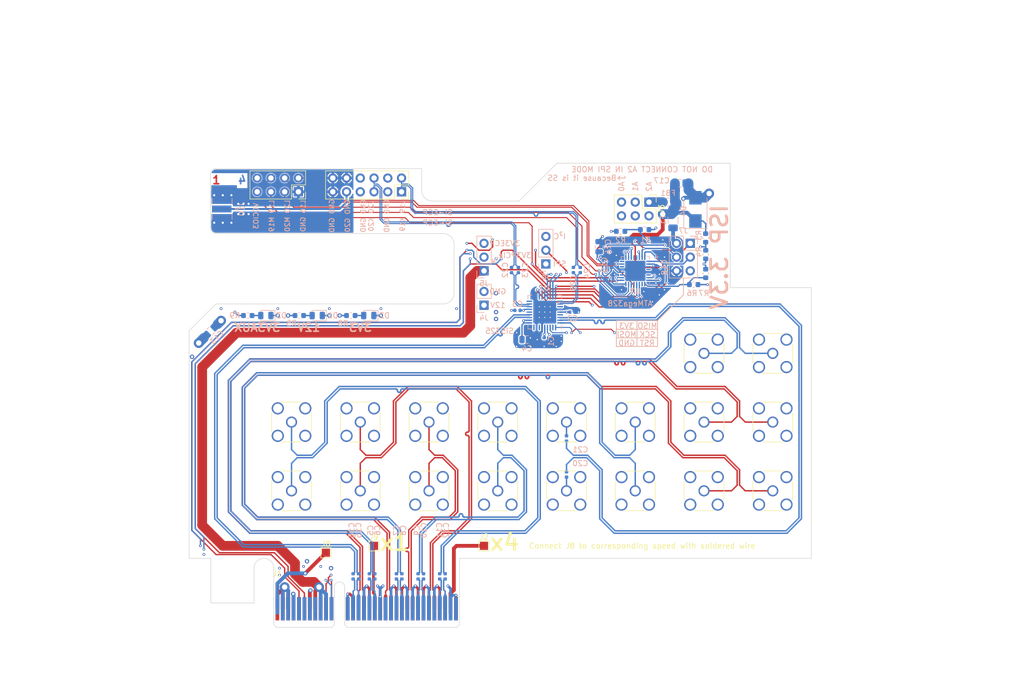
<source format=kicad_pcb>
(kicad_pcb (version 20171130) (host pcbnew 5.1.5)
  (layers (0 F.Cu signal) (1 In1.Cu signal) (2 In2.Cu signal) (31 B.Cu signal) (34 B.Paste user) (35 F.Paste user) (36 B.SilkS user) (37 F.SilkS user) (38 B.Mask user) (39 F.Mask user) (44 Edge.Cuts user))
  (net 0 "")
  (net 1 GND)
  (net 2 +12V)
  (net 3 +3V3)
  (net 4 "Net-(D1-Pad2)")
  (net 5 "Net-(D2-Pad2)")
  (net 6 "Net-(D3-Pad2)")
  (net 7 /PERST)
  (net 8 "Net-(J1-PadA10)")
  (net 9 "Net-(J1-PadA8)")
  (net 10 "Net-(J1-PadA7)")
  (net 11 "Net-(J1-PadA6)")
  (net 12 "Net-(J1-PadA5)")
  (net 13 "Net-(J1-PadA1)")
  (net 14 "Net-(J1-PadB12)")
  (net 15 "Net-(J1-PadB17)")
  (net 16 /WAKE)
  (net 17 /3V3AUX)
  (net 18 "Net-(J1-PadB9)")
  (net 19 /SDA)
  (net 20 /SCL)
  (net 21 "Net-(J1-PadB30)")
  (net 22 "Net-(J1-PadB31)")
  (net 23 "Net-(J3-Pad4)")
  (net 24 "Net-(J3-Pad6)")
  (net 25 "Net-(J5-Pad3)")
  (net 26 "Net-(J6-Pad2)")
  (net 27 "Net-(R1-Pad2)")
  (net 28 "Net-(R3-Pad2)")
  (net 29 "Net-(R6-Pad2)")
  (net 30 "Net-(U1-Pad1)")
  (net 31 "Net-(U1-Pad3)")
  (net 32 "Net-(U1-Pad4)")
  (net 33 "Net-(U1-Pad21)")
  (net 34 /AVR_RX)
  (net 35 /AVRCLK)
  (net 36 /AVR_TX)
  (net 37 /RESET_AVR)
  (net 38 "Net-(U3-Pad3)")
  (net 39 "Net-(U3-Pad6)")
  (net 40 "Net-(U3-Pad8)")
  (net 41 "Net-(U3-Pad12)")
  (net 42 "Net-(U3-Pad13)")
  (net 43 "Net-(U3-Pad19)")
  (net 44 "Net-(U3-Pad20)")
  (net 45 "Net-(U3-Pad22)")
  (net 46 "Net-(U3-Pad26)")
  (net 47 /SS)
  (net 48 /SCK)
  (net 49 /MISO)
  (net 50 /MOSI)
  (net 51 /TX0i+)
  (net 52 /TX0i-)
  (net 53 /REFCLK-)
  (net 54 /REFCLKi-)
  (net 55 /REFCLK+)
  (net 56 /REFCLKi+)
  (net 57 /TX0+)
  (net 58 /TX0-)
  (net 59 /TX1i+)
  (net 60 /TX1+)
  (net 61 /TX1-)
  (net 62 /TX1i-)
  (net 63 /TX2i+)
  (net 64 /TX2+)
  (net 65 /TX2-)
  (net 66 /TX2i-)
  (net 67 /TX3i+)
  (net 68 /TX3+)
  (net 69 /TX3-)
  (net 70 /TX3i-)
  (net 71 /REFECP+)
  (net 72 /REFECPi+)
  (net 73 /REFECPi-)
  (net 74 /REFECP-)
  (net 75 "/PCIe RX/RX0-")
  (net 76 "/PCIe RX/RX0+")
  (net 77 "/PCIe RX/RX1+")
  (net 78 "/PCIe RX/RX1-")
  (net 79 "/PCIe RX/RX2+")
  (net 80 "/PCIe RX/RX2-")
  (net 81 "/PCIe RX/RX3+")
  (net 82 "/PCIe RX/RX3-")
  (net 83 /Clock/CLKOUTECP-)
  (net 84 /Clock/CLKOUTECP+)
  (net 85 /Clock/CLKINECP+)
  (net 86 /Clock/CLKINECP-)
  (net 87 "Net-(F1-Pad2)")
  (net 88 /Clock/CLKIN2-)
  (net 89 /Clock/CLKIN2+)
  (net 90 /Clock/CLKOUT2+)
  (net 91 /Clock/CLKOUT2-)
  (net 92 +3.3VA)
  (net 93 "Net-(J10-Pad1)")
  (module Connector_PCBEdge:BUS_PCIexpress_x4 (layer F.Cu) (at 132 128.46)
    (fp_text reference J1 (at 0 -6.46) (layer F.SilkS))
    (fp_text value PCIe_x4)
    (fp_arc (start 11.5 -4) (end 12.45 -4) (angle -180) (layer Edge.Cuts) (width 0.1))
    (fp_line (start 33.65 2.95) (end 33.15 3.45) (layer Edge.Cuts) (width 0.1))
    (fp_line (start 12.45 2.95) (end 12.95 3.45) (layer Edge.Cuts) (width 0.1))
    (fp_line (start 10.55 2.95) (end 10.05 3.45) (layer Edge.Cuts) (width 0.1))
    (fp_line (start -0.65 2.95) (end -0.15 3.45) (layer Edge.Cuts) (width 0.1))
    (fp_line (start 12.95 3.45) (end 33.15 3.45) (layer Edge.Cuts) (width 0.1))
    (fp_line (start 33.65 -4.95) (end 33.65 2.95) (layer Edge.Cuts) (width 0.1))
    (fp_line (start -0.15 3.45) (end 10.05 3.45) (layer Edge.Cuts) (width 0.1))
    (fp_line (start -0.65 -4.95) (end -0.65 2.95) (layer Edge.Cuts) (width 0.1))
    (fp_line (start 12.45 -4) (end 12.45 2.95) (layer Edge.Cuts) (width 0.1))
    (fp_line (start 10.55 -4) (end 10.55 2.95) (layer Edge.Cuts) (width 0.1))
    (pad A13 connect rect (at 14 0) (size 0.7 4.3) (layers B.Cu B.Mask) (net 56 /REFCLKi+))
    (pad A12 connect rect (at 13 0) (size 0.7 4.3) (layers B.Cu B.Mask) (net 1 GND))
    (pad A18 connect rect (at 19 0) (size 0.7 4.3) (layers B.Cu B.Mask) (net 1 GND))
    (pad A17 connect rect (at 18 0) (size 0.7 4.3) (layers B.Cu B.Mask) (net 52 /TX0i-))
    (pad A16 connect rect (at 17 0) (size 0.7 4.3) (layers B.Cu B.Mask) (net 51 /TX0i+))
    (pad A15 connect rect (at 16 0) (size 0.7 4.3) (layers B.Cu B.Mask) (net 1 GND))
    (pad A14 connect rect (at 15 0) (size 0.7 4.3) (layers B.Cu B.Mask) (net 54 /REFCLKi-))
    (pad A11 connect rect (at 10 0) (size 0.7 4.3) (layers B.Cu B.Mask) (net 7 /PERST))
    (pad A10 connect rect (at 9 0) (size 0.7 4.3) (layers B.Cu B.Mask) (net 8 "Net-(J1-PadA10)"))
    (pad A9 connect rect (at 8 0) (size 0.7 4.3) (layers B.Cu B.Mask) (net 8 "Net-(J1-PadA10)"))
    (pad A8 connect rect (at 7 0) (size 0.7 4.3) (layers B.Cu B.Mask) (net 9 "Net-(J1-PadA8)"))
    (pad A7 connect rect (at 6 0) (size 0.7 4.3) (layers B.Cu B.Mask) (net 10 "Net-(J1-PadA7)"))
    (pad A6 connect rect (at 5 0) (size 0.7 4.3) (layers B.Cu B.Mask) (net 11 "Net-(J1-PadA6)"))
    (pad A5 connect rect (at 4 0) (size 0.7 4.3) (layers B.Cu B.Mask) (net 12 "Net-(J1-PadA5)"))
    (pad A4 connect rect (at 3 0) (size 0.7 4.3) (layers B.Cu B.Mask) (net 1 GND))
    (pad A3 connect rect (at 2 0) (size 0.7 4.3) (layers B.Cu B.Mask) (net 2 +12V))
    (pad A2 connect rect (at 1 0) (size 0.7 4.3) (layers B.Cu B.Mask) (net 2 +12V))
    (pad A1 connect rect (at 0 -0.55) (size 0.7 3.2) (layers B.Cu B.Mask) (net 13 "Net-(J1-PadA1)"))
    (pad B13 connect rect (at 14 0) (size 0.7 4.3) (layers F.Cu F.Mask) (net 1 GND))
    (pad B12 connect rect (at 13 0) (size 0.7 4.3) (layers F.Cu F.Mask) (net 14 "Net-(J1-PadB12)"))
    (pad B18 connect rect (at 19 0) (size 0.7 4.3) (layers F.Cu F.Mask) (net 1 GND))
    (pad B17 connect rect (at 18 0) (size 0.7 4.3) (layers F.Cu F.Mask) (net 15 "Net-(J1-PadB17)"))
    (pad B16 connect rect (at 17 0) (size 0.7 4.3) (layers F.Cu F.Mask) (net 1 GND))
    (pad B15 connect rect (at 16 0) (size 0.7 4.3) (layers F.Cu F.Mask) (net 75 "/PCIe RX/RX0-"))
    (pad B14 connect rect (at 15 0) (size 0.7 4.3) (layers F.Cu F.Mask) (net 76 "/PCIe RX/RX0+"))
    (pad B11 connect rect (at 10 0) (size 0.7 4.3) (layers F.Cu F.Mask) (net 16 /WAKE))
    (pad B10 connect rect (at 9 0) (size 0.7 4.3) (layers F.Cu F.Mask) (net 17 /3V3AUX))
    (pad B9 connect rect (at 8 0) (size 0.7 4.3) (layers F.Cu F.Mask) (net 18 "Net-(J1-PadB9)"))
    (pad B8 connect rect (at 7 0) (size 0.7 4.3) (layers F.Cu F.Mask) (net 8 "Net-(J1-PadA10)"))
    (pad B7 connect rect (at 6 0) (size 0.7 4.3) (layers F.Cu F.Mask) (net 1 GND))
    (pad B6 connect rect (at 5 0) (size 0.7 4.3) (layers F.Cu F.Mask) (net 19 /SDA))
    (pad B5 connect rect (at 4 0) (size 0.7 4.3) (layers F.Cu F.Mask) (net 20 /SCL))
    (pad B4 connect rect (at 3 0) (size 0.7 4.3) (layers F.Cu F.Mask) (net 1 GND))
    (pad B3 connect rect (at 2 0) (size 0.7 4.3) (layers F.Cu F.Mask) (net 2 +12V))
    (pad B2 connect rect (at 1 0) (size 0.7 4.3) (layers F.Cu F.Mask) (net 2 +12V))
    (pad B1 connect rect (at 0 0) (size 0.7 4.3) (layers F.Cu F.Mask) (net 2 +12V))
    (pad B19 connect rect (at 20 0) (size 0.7 4.3) (layers F.Cu F.Mask) (net 77 "/PCIe RX/RX1+"))
    (pad B20 connect rect (at 21 0) (size 0.7 4.3) (layers F.Cu F.Mask) (net 78 "/PCIe RX/RX1-"))
    (pad B21 connect rect (at 22 0) (size 0.7 4.3) (layers F.Cu F.Mask) (net 1 GND))
    (pad B22 connect rect (at 23 0) (size 0.7 4.3) (layers F.Cu F.Mask) (net 1 GND))
    (pad B23 connect rect (at 24 0) (size 0.7 4.3) (layers F.Cu F.Mask) (net 79 "/PCIe RX/RX2+"))
    (pad B24 connect rect (at 25 0) (size 0.7 4.3) (layers F.Cu F.Mask) (net 80 "/PCIe RX/RX2-"))
    (pad B25 connect rect (at 26 0) (size 0.7 4.3) (layers F.Cu F.Mask) (net 1 GND))
    (pad B26 connect rect (at 27 0) (size 0.7 4.3) (layers F.Cu F.Mask) (net 1 GND))
    (pad B27 connect rect (at 28 0) (size 0.7 4.3) (layers F.Cu F.Mask) (net 81 "/PCIe RX/RX3+"))
    (pad B28 connect rect (at 29 0) (size 0.7 4.3) (layers F.Cu F.Mask) (net 82 "/PCIe RX/RX3-"))
    (pad B29 connect rect (at 30 0) (size 0.7 4.3) (layers F.Cu F.Mask) (net 1 GND))
    (pad B30 connect rect (at 31 0) (size 0.7 4.3) (layers F.Cu F.Mask) (net 21 "Net-(J1-PadB30)"))
    (pad B31 connect rect (at 32 -0.55) (size 0.7 3.2) (layers F.Cu F.Mask) (net 22 "Net-(J1-PadB31)"))
    (pad B32 connect rect (at 33 0) (size 0.7 4.3) (layers F.Cu F.Mask) (net 1 GND))
    (pad A19 connect rect (at 20 0) (size 0.7 4.3) (layers B.Cu B.Mask))
    (pad A20 connect rect (at 21 0) (size 0.7 4.3) (layers B.Cu B.Mask) (net 1 GND))
    (pad A21 connect rect (at 22 0) (size 0.7 4.3) (layers B.Cu B.Mask) (net 59 /TX1i+))
    (pad A22 connect rect (at 23 0) (size 0.7 4.3) (layers B.Cu B.Mask) (net 62 /TX1i-))
    (pad A23 connect rect (at 24 0) (size 0.7 4.3) (layers B.Cu B.Mask) (net 1 GND))
    (pad A24 connect rect (at 25 0) (size 0.7 4.3) (layers B.Cu B.Mask) (net 1 GND))
    (pad A25 connect rect (at 26 0) (size 0.7 4.3) (layers B.Cu B.Mask) (net 63 /TX2i+))
    (pad A26 connect rect (at 27 0) (size 0.7 4.3) (layers B.Cu B.Mask) (net 66 /TX2i-))
    (pad A27 connect rect (at 28 0) (size 0.7 4.3) (layers B.Cu B.Mask) (net 1 GND))
    (pad A28 connect rect (at 29 0) (size 0.7 4.3) (layers B.Cu B.Mask) (net 1 GND))
    (pad A29 connect rect (at 30 0) (size 0.7 4.3) (layers B.Cu B.Mask) (net 67 /TX3i+))
    (pad A30 connect rect (at 31 0) (size 0.7 4.3) (layers B.Cu B.Mask) (net 70 /TX3i-))
    (pad A31 connect rect (at 32 0) (size 0.7 4.3) (layers B.Cu B.Mask) (net 1 GND))
    (pad A32 connect rect (at 33 0) (size 0.7 4.3) (layers B.Cu B.Mask))
  )
  (module PCIe-Adapter:ECP5-EVN-PCIe (layer F.Cu) (at 134.62 93.98)
    (fp_text reference U2 hide)
    (fp_text value ECP5_EVN_PCIe)
    (pad 1 thru_hole circle (at -2.54 2.54 180) (size 2.25 2.25) (drill 1.7) (layers *.Cu *.Mask) (net 1 GND))
    (pad 1 thru_hole circle (at 2.54 -2.54 180) (size 2.25 2.25) (drill 1.7) (layers *.Cu *.Mask) (net 1 GND))
    (pad 1 thru_hole circle (at 10.16 -2.54 180) (size 2.25 2.25) (drill 1.7) (layers *.Cu *.Mask) (net 1 GND))
    (pad 1 thru_hole circle (at 10.16 15.24 180) (size 2.25 2.25) (drill 1.7) (layers *.Cu *.Mask) (net 1 GND))
    (pad 1 thru_hole circle (at -2.54 10.16 180) (size 2.25 2.25) (drill 1.7) (layers *.Cu *.Mask) (net 1 GND))
    (pad 1 thru_hole circle (at 35.56 2.54 180) (size 2.25 2.25) (drill 1.7) (layers *.Cu *.Mask) (net 1 GND))
    (pad 1 thru_hole circle (at 22.86 2.54 180) (size 2.25 2.25) (drill 1.7) (layers *.Cu *.Mask) (net 1 GND))
    (pad 1 thru_hole circle (at 27.94 -2.54 180) (size 2.25 2.25) (drill 1.7) (layers *.Cu *.Mask) (net 1 GND))
    (pad 1 thru_hole circle (at 10.16 2.54 180) (size 2.25 2.25) (drill 1.7) (layers *.Cu *.Mask) (net 1 GND))
    (pad 8 thru_hole circle (at 38.1 12.7 180) (size 2.05 2.05) (drill 1.5) (layers *.Cu *.Mask) (net 64 /TX2+))
    (pad 1 thru_hole circle (at 2.54 10.16 180) (size 2.25 2.25) (drill 1.7) (layers *.Cu *.Mask) (net 1 GND))
    (pad 4 thru_hole circle (at 12.7 12.7 180) (size 2.05 2.05) (drill 1.5) (layers *.Cu *.Mask) (net 81 "/PCIe RX/RX3+"))
    (pad 1 thru_hole circle (at 27.94 10.16 180) (size 2.25 2.25) (drill 1.7) (layers *.Cu *.Mask) (net 1 GND))
    (pad 1 thru_hole circle (at -2.54 -2.54 180) (size 2.25 2.25) (drill 1.7) (layers *.Cu *.Mask) (net 1 GND))
    (pad 2 thru_hole circle (at 0 12.7 180) (size 2.05 2.05) (drill 1.5) (layers *.Cu *.Mask) (net 68 /TX3+))
    (pad 1 thru_hole circle (at 10.16 10.16 180) (size 2.25 2.25) (drill 1.7) (layers *.Cu *.Mask) (net 1 GND))
    (pad 1 thru_hole circle (at 2.54 2.54 180) (size 2.25 2.25) (drill 1.7) (layers *.Cu *.Mask) (net 1 GND))
    (pad 1 thru_hole circle (at 22.86 10.16 180) (size 2.25 2.25) (drill 1.7) (layers *.Cu *.Mask) (net 1 GND))
    (pad 7 thru_hole circle (at 25.4 0 180) (size 2.05 2.05) (drill 1.5) (layers *.Cu *.Mask) (net 80 "/PCIe RX/RX2-"))
    (pad 1 thru_hole circle (at 35.56 15.24 180) (size 2.25 2.25) (drill 1.7) (layers *.Cu *.Mask) (net 1 GND))
    (pad 1 thru_hole circle (at 15.24 2.54 180) (size 2.25 2.25) (drill 1.7) (layers *.Cu *.Mask) (net 1 GND))
    (pad 1 thru_hole circle (at 22.86 15.24 180) (size 2.25 2.25) (drill 1.7) (layers *.Cu *.Mask) (net 1 GND))
    (pad 1 thru_hole circle (at 15.24 -2.54 180) (size 2.25 2.25) (drill 1.7) (layers *.Cu *.Mask) (net 1 GND))
    (pad 1 thru_hole circle (at 2.54 15.24 180) (size 2.25 2.25) (drill 1.7) (layers *.Cu *.Mask) (net 1 GND))
    (pad 1 thru_hole circle (at 15.24 15.24 180) (size 2.25 2.25) (drill 1.7) (layers *.Cu *.Mask) (net 1 GND))
    (pad 1 thru_hole circle (at 22.86 -2.54 180) (size 2.25 2.25) (drill 1.7) (layers *.Cu *.Mask) (net 1 GND))
    (pad 1 thru_hole circle (at 40.64 10.16 180) (size 2.25 2.25) (drill 1.7) (layers *.Cu *.Mask) (net 1 GND))
    (pad 1 thru_hole circle (at 40.64 -2.54 180) (size 2.25 2.25) (drill 1.7) (layers *.Cu *.Mask) (net 1 GND))
    (pad 1 thru_hole circle (at 27.94 2.54 180) (size 2.25 2.25) (drill 1.7) (layers *.Cu *.Mask) (net 1 GND))
    (pad 1 thru_hole circle (at 40.64 2.54 180) (size 2.25 2.25) (drill 1.7) (layers *.Cu *.Mask) (net 1 GND))
    (pad 9 thru_hole circle (at 38.1 0 180) (size 2.05 2.05) (drill 1.5) (layers *.Cu *.Mask) (net 65 /TX2-))
    (pad 1 thru_hole circle (at 40.64 15.24 180) (size 2.25 2.25) (drill 1.7) (layers *.Cu *.Mask) (net 1 GND))
    (pad 1 thru_hole circle (at 27.94 15.24 180) (size 2.25 2.25) (drill 1.7) (layers *.Cu *.Mask) (net 1 GND))
    (pad 1 thru_hole circle (at 35.56 10.16 180) (size 2.25 2.25) (drill 1.7) (layers *.Cu *.Mask) (net 1 GND))
    (pad 3 thru_hole circle (at 0 0 180) (size 2.05 2.05) (drill 1.5) (layers *.Cu *.Mask) (net 69 /TX3-))
    (pad 1 thru_hole circle (at 15.24 10.16 180) (size 2.25 2.25) (drill 1.7) (layers *.Cu *.Mask) (net 1 GND))
    (pad 1 thru_hole circle (at -2.54 15.24 180) (size 2.25 2.25) (drill 1.7) (layers *.Cu *.Mask) (net 1 GND))
    (pad 1 thru_hole circle (at 35.56 -2.54 180) (size 2.25 2.25) (drill 1.7) (layers *.Cu *.Mask) (net 1 GND))
    (pad 6 thru_hole circle (at 25.4 12.7 180) (size 2.05 2.05) (drill 1.5) (layers *.Cu *.Mask) (net 79 "/PCIe RX/RX2+"))
    (pad 5 thru_hole circle (at 12.7 0 180) (size 2.05 2.05) (drill 1.5) (layers *.Cu *.Mask) (net 82 "/PCIe RX/RX3-"))
    (pad 14 thru_hole circle (at 76.2 12.7 180) (size 2.05 2.05) (drill 1.5) (layers *.Cu *.Mask) (net 78 "/PCIe RX/RX1-"))
    (pad 1 thru_hole circle (at 66.04 10.16 180) (size 2.25 2.25) (drill 1.7) (layers *.Cu *.Mask) (net 1 GND))
    (pad 1 thru_hole circle (at 60.96 10.16 180) (size 2.25 2.25) (drill 1.7) (layers *.Cu *.Mask) (net 1 GND))
    (pad 1 thru_hole circle (at 73.66 15.24 180) (size 2.25 2.25) (drill 1.7) (layers *.Cu *.Mask) (net 1 GND))
    (pad 1 thru_hole circle (at 60.96 15.24 180) (size 2.25 2.25) (drill 1.7) (layers *.Cu *.Mask) (net 1 GND))
    (pad 1 thru_hole circle (at 78.74 10.16 180) (size 2.25 2.25) (drill 1.7) (layers *.Cu *.Mask) (net 1 GND))
    (pad 1 thru_hole circle (at 78.74 15.24 180) (size 2.25 2.25) (drill 1.7) (layers *.Cu *.Mask) (net 1 GND))
    (pad 1 thru_hole circle (at 66.04 15.24 180) (size 2.25 2.25) (drill 1.7) (layers *.Cu *.Mask) (net 1 GND))
    (pad 1 thru_hole circle (at 73.66 10.16 180) (size 2.25 2.25) (drill 1.7) (layers *.Cu *.Mask) (net 1 GND))
    (pad 12 thru_hole circle (at 63.5 12.7 180) (size 2.05 2.05) (drill 1.5) (layers *.Cu *.Mask) (net 61 /TX1-))
    (pad 15 thru_hole circle (at 76.2 0 180) (size 2.05 2.05) (drill 1.5) (layers *.Cu *.Mask) (net 75 "/PCIe RX/RX0-"))
    (pad 1 thru_hole circle (at 66.04 -2.54 180) (size 2.25 2.25) (drill 1.7) (layers *.Cu *.Mask) (net 1 GND))
    (pad 1 thru_hole circle (at 60.96 -2.54 180) (size 2.25 2.25) (drill 1.7) (layers *.Cu *.Mask) (net 1 GND))
    (pad 1 thru_hole circle (at 73.66 2.54 180) (size 2.25 2.25) (drill 1.7) (layers *.Cu *.Mask) (net 1 GND))
    (pad 1 thru_hole circle (at 60.96 2.54 180) (size 2.25 2.25) (drill 1.7) (layers *.Cu *.Mask) (net 1 GND))
    (pad 1 thru_hole circle (at 78.74 -2.54 180) (size 2.25 2.25) (drill 1.7) (layers *.Cu *.Mask) (net 1 GND))
    (pad 1 thru_hole circle (at 78.74 2.54 180) (size 2.25 2.25) (drill 1.7) (layers *.Cu *.Mask) (net 1 GND))
    (pad 1 thru_hole circle (at 66.04 2.54 180) (size 2.25 2.25) (drill 1.7) (layers *.Cu *.Mask) (net 1 GND))
    (pad 1 thru_hole circle (at 73.66 -2.54 180) (size 2.25 2.25) (drill 1.7) (layers *.Cu *.Mask) (net 1 GND))
    (pad 13 thru_hole circle (at 63.5 0 180) (size 2.05 2.05) (drill 1.5) (layers *.Cu *.Mask) (net 60 /TX1+))
    (pad 19 thru_hole circle (at 88.9 -12.7 180) (size 2.05 2.05) (drill 1.5) (layers *.Cu *.Mask) (net 57 /TX0+))
    (pad 1 thru_hole circle (at 78.74 -15.24 180) (size 2.25 2.25) (drill 1.7) (layers *.Cu *.Mask) (net 1 GND))
    (pad 1 thru_hole circle (at 73.66 -15.24 180) (size 2.25 2.25) (drill 1.7) (layers *.Cu *.Mask) (net 1 GND))
    (pad 1 thru_hole circle (at 86.36 -10.16 180) (size 2.25 2.25) (drill 1.7) (layers *.Cu *.Mask) (net 1 GND))
    (pad 1 thru_hole circle (at 73.66 -10.16 180) (size 2.25 2.25) (drill 1.7) (layers *.Cu *.Mask) (net 1 GND))
    (pad 1 thru_hole circle (at 91.44 -15.24 180) (size 2.25 2.25) (drill 1.7) (layers *.Cu *.Mask) (net 1 GND))
    (pad 1 thru_hole circle (at 91.44 -10.16 180) (size 2.25 2.25) (drill 1.7) (layers *.Cu *.Mask) (net 1 GND))
    (pad 1 thru_hole circle (at 78.74 -10.16 180) (size 2.25 2.25) (drill 1.7) (layers *.Cu *.Mask) (net 1 GND))
    (pad 1 thru_hole circle (at 86.36 -15.24 180) (size 2.25 2.25) (drill 1.7) (layers *.Cu *.Mask) (net 1 GND))
    (pad 18 thru_hole circle (at 76.2 -12.7 180) (size 2.05 2.05) (drill 1.5) (layers *.Cu *.Mask) (net 58 /TX0-))
    (pad 1 thru_hole circle (at 91.44 -2.54 180) (size 2.25 2.25) (drill 1.7) (layers *.Cu *.Mask) (net 1 GND))
    (pad 1 thru_hole circle (at 86.36 -2.54 180) (size 2.25 2.25) (drill 1.7) (layers *.Cu *.Mask) (net 1 GND))
    (pad 1 thru_hole circle (at 86.36 2.54 180) (size 2.25 2.25) (drill 1.7) (layers *.Cu *.Mask) (net 1 GND))
    (pad 1 thru_hole circle (at 91.44 2.54 180) (size 2.25 2.25) (drill 1.7) (layers *.Cu *.Mask) (net 1 GND))
    (pad 17 thru_hole circle (at 88.9 0 180) (size 2.05 2.05) (drill 1.5) (layers *.Cu *.Mask) (net 76 "/PCIe RX/RX0+"))
    (pad 1 thru_hole circle (at 91.44 10.16 180) (size 2.25 2.25) (drill 1.7) (layers *.Cu *.Mask) (net 1 GND))
    (pad 1 thru_hole circle (at 86.36 15.24 180) (size 2.25 2.25) (drill 1.7) (layers *.Cu *.Mask) (net 1 GND))
    (pad 16 thru_hole circle (at 88.9 12.7 180) (size 2.05 2.05) (drill 1.5) (layers *.Cu *.Mask) (net 77 "/PCIe RX/RX1+"))
    (pad 1 thru_hole circle (at 86.36 10.16 180) (size 2.25 2.25) (drill 1.7) (layers *.Cu *.Mask) (net 1 GND))
    (pad 1 thru_hole circle (at 91.44 15.24 180) (size 2.25 2.25) (drill 1.7) (layers *.Cu *.Mask) (net 1 GND))
    (pad 1 thru_hole circle (at 48.26 15.24 180) (size 2.25 2.25) (drill 1.7) (layers *.Cu *.Mask) (net 1 GND))
    (pad 1 thru_hole circle (at 48.26 -2.54 180) (size 2.25 2.25) (drill 1.7) (layers *.Cu *.Mask) (net 1 GND))
    (pad 1 thru_hole circle (at 48.26 2.54 180) (size 2.25 2.25) (drill 1.7) (layers *.Cu *.Mask) (net 1 GND))
    (pad 1 thru_hole circle (at 53.34 10.16 180) (size 2.25 2.25) (drill 1.7) (layers *.Cu *.Mask) (net 1 GND))
    (pad 10 thru_hole circle (at 50.8 12.7 180) (size 2.05 2.05) (drill 1.5) (layers *.Cu *.Mask) (net 71 /REFECP+))
    (pad 1 thru_hole circle (at 48.26 10.16 180) (size 2.25 2.25) (drill 1.7) (layers *.Cu *.Mask) (net 1 GND))
    (pad 11 thru_hole circle (at 50.8 0 180) (size 2.05 2.05) (drill 1.5) (layers *.Cu *.Mask) (net 74 /REFECP-))
    (pad 1 thru_hole circle (at 53.34 15.24 180) (size 2.25 2.25) (drill 1.7) (layers *.Cu *.Mask) (net 1 GND))
    (pad 1 thru_hole circle (at 53.34 -2.54 180) (size 2.25 2.25) (drill 1.7) (layers *.Cu *.Mask) (net 1 GND))
    (pad 1 thru_hole circle (at 53.34 2.54 180) (size 2.25 2.25) (drill 1.7) (layers *.Cu *.Mask) (net 1 GND))
    (pad M20 thru_hole oval (at -1.27 -42.545 270) (size 1.7 1.7) (drill 1) (layers *.Cu *.Mask) (net 36 /AVR_TX))
    (pad 1 thru_hole oval (at 17.78 -45.085 270) (size 1.7 1.7) (drill 1) (layers *.Cu *.Mask) (net 1 GND))
    (pad L19 thru_hole oval (at -3.81 -45.085 270) (size 1.7 1.7) (drill 1) (layers *.Cu *.Mask) (net 7 /PERST))
    (pad J20 thru_hole oval (at 15.24 -45.085 270) (size 1.7 1.7) (drill 1) (layers *.Cu *.Mask) (net 84 /Clock/CLKOUTECP+))
    (pad L16 thru_hole oval (at 1.27 -45.085 270) (size 1.7 1.7) (drill 1) (layers *.Cu *.Mask) (net 35 /AVRCLK))
    (pad 1 thru_hole oval (at 17.78 -42.545 270) (size 1.7 1.7) (drill 1) (layers *.Cu *.Mask) (net 1 GND))
    (pad K20 thru_hole oval (at 15.24 -42.545 270) (size 1.7 1.7) (drill 1) (layers *.Cu *.Mask) (net 83 /Clock/CLKOUTECP-))
    (pad 1 thru_hole oval (at 12.7 -42.545 270) (size 1.7 1.7) (drill 1) (layers *.Cu *.Mask) (net 1 GND))
    (pad G20 thru_hole oval (at 10.16 -42.545 270) (size 1.7 1.7) (drill 1) (layers *.Cu *.Mask) (net 93 "Net-(J10-Pad1)"))
    (pad 1 thru_hole rect (at 1.27 -42.545 270) (size 1.7 1.7) (drill 1) (layers *.Cu *.Mask) (net 1 GND))
    (pad 1 thru_hole oval (at 7.62 -42.545 270) (size 1.7 1.7) (drill 1) (layers *.Cu *.Mask) (net 1 GND))
    (pad 1 thru_hole oval (at 7.62 -45.085 270) (size 1.7 1.7) (drill 1) (layers *.Cu *.Mask) (net 1 GND))
    (pad J19 thru_hole oval (at 20.32 -45.085 270) (size 1.7 1.7) (drill 1) (layers *.Cu *.Mask) (net 85 /Clock/CLKINECP+))
    (pad 1 thru_hole oval (at 12.7 -45.085 270) (size 1.7 1.7) (drill 1) (layers *.Cu *.Mask) (net 1 GND))
    (pad K19 thru_hole rect (at 20.32 -42.545 270) (size 1.7 1.7) (drill 1) (layers *.Cu *.Mask) (net 86 /Clock/CLKINECP-))
    (pad 1 thru_hole oval (at 10.16 -45.085 270) (size 1.7 1.7) (drill 1) (layers *.Cu *.Mask) (net 1 GND))
    (pad M19 thru_hole oval (at -3.81 -42.545 270) (size 1.7 1.7) (drill 1) (layers *.Cu *.Mask) (net 34 /AVR_RX))
    (pad L20 thru_hole oval (at -1.27 -45.085 270) (size 1.7 1.7) (drill 1) (layers *.Cu *.Mask) (net 37 /RESET_AVR))
    (pad 3V3 thru_hole oval (at -6.35 -42.545 270) (size 1.7 1.7) (drill 1) (layers *.Cu *.Mask) (net 25 "Net-(J5-Pad3)"))
    (pad 3V3 thru_hole oval (at -6.35 -45.085 270) (size 1.7 1.7) (drill 1) (layers *.Cu *.Mask) (net 25 "Net-(J5-Pad3)"))
  )
  (module Capacitor_SMD:C_0402_1005Metric (layer B.Cu) (at 181.2925 78.89 270)
    (fp_text reference C1 (at 0.1675 -1.27 90) (layer B.SilkS) (effects (justify mirror)))
    (fp_text value 100n)
    (pad 2 smd roundrect (at 0.485 0 270) (size 0.59 0.64) (layers B.Cu B.Paste B.Mask) (net 1 GND))
    (pad 1 smd roundrect (at -0.485 0 270) (size 0.59 0.64) (layers B.Cu B.Paste B.Mask) (net 92 +3.3VA))
  )
  (module Capacitor_SMD:C_0402_1005Metric (layer B.Cu) (at 186.5225 73.66)
    (fp_text reference C2 (at 0 1.17) (layer B.SilkS) (effects (justify mirror)))
    (fp_text value 100n)
    (pad 1 smd roundrect (at -0.485 0) (size 0.59 0.64) (layers B.Cu B.Paste B.Mask) (net 92 +3.3VA))
    (pad 2 smd roundrect (at 0.485 0) (size 0.59 0.64) (layers B.Cu B.Paste B.Mask) (net 1 GND))
  )
  (module Capacitor_SMD:C_0402_1005Metric (layer B.Cu) (at 176.3625 73.3425 180)
    (fp_text reference C3 (at 0 1.17) (layer B.SilkS) (effects (justify mirror)))
    (fp_text value 100n)
    (pad 2 smd roundrect (at 0.485 0 180) (size 0.59 0.64) (layers B.Cu B.Paste B.Mask) (net 1 GND))
    (pad 1 smd roundrect (at -0.485 0 180) (size 0.59 0.64) (layers B.Cu B.Paste B.Mask) (net 92 +3.3VA))
  )
  (module Capacitor_SMD:C_0805_2012Metric (layer B.Cu) (at 178.1325 78.74)
    (fp_text reference C4 (at 0 1.65) (layer B.SilkS) (effects (justify mirror)))
    (fp_text value 1µ)
    (pad 1 smd roundrect (at -0.9375 0) (size 0.975 1.4) (layers B.Cu B.Paste B.Mask) (net 92 +3.3VA))
    (pad 2 smd roundrect (at 0.9375 0) (size 0.975 1.4) (layers B.Cu B.Paste B.Mask) (net 1 GND))
  )
  (module Capacitor_SMD:C_0402_1005Metric (layer B.Cu) (at 149 122.485 270)
    (fp_text reference C5 (at -8.5025 -0.225 90) (layer B.SilkS) (effects (justify mirror)))
    (fp_text value 100n)
    (pad 2 smd roundrect (at 0.485 0 270) (size 0.59 0.64) (layers B.Cu B.Paste B.Mask) (net 51 /TX0i+))
    (pad 1 smd roundrect (at -0.485 0 270) (size 0.59 0.64) (layers B.Cu B.Paste B.Mask) (net 57 /TX0+))
  )
  (module Capacitor_SMD:C_0402_1005Metric (layer B.Cu) (at 150 122.485 270)
    (fp_text reference C6 (at -8.5025 -0.495 90) (layer B.SilkS) (effects (justify mirror)))
    (fp_text value 100n)
    (pad 1 smd roundrect (at -0.485 0 270) (size 0.59 0.64) (layers B.Cu B.Paste B.Mask) (net 58 /TX0-))
    (pad 2 smd roundrect (at 0.485 0 270) (size 0.59 0.64) (layers B.Cu B.Paste B.Mask) (net 52 /TX0i-))
  )
  (module Capacitor_SMD:C_0805_2012Metric (layer B.Cu) (at 119.6825 77.1525 45)
    (fp_text reference C13 (at 0 1.65 45) (layer B.SilkS) (effects (justify mirror)))
    (fp_text value 1µ)
    (pad 2 smd roundrect (at 0.9375 0 45) (size 0.975 1.4) (layers B.Cu B.Paste B.Mask) (net 1 GND))
    (pad 1 smd roundrect (at -0.9375 0 45) (size 0.975 1.4) (layers B.Cu B.Paste B.Mask) (net 2 +12V))
  )
  (module Capacitor_SMD:C_0805_2012Metric (layer B.Cu) (at 191.4525 61.58 90)
    (fp_text reference C14 (at 0 1.65 90) (layer B.SilkS) (effects (justify mirror)))
    (fp_text value 1µ)
    (pad 2 smd roundrect (at 0.9375 0 90) (size 0.975 1.4) (layers B.Cu B.Paste B.Mask) (net 1 GND))
    (pad 1 smd roundrect (at -0.9375 0 90) (size 0.975 1.4) (layers B.Cu B.Paste B.Mask) (net 3 +3V3))
  )
  (module Capacitor_SMD:C_0402_1005Metric (layer B.Cu) (at 147 122.485 270)
    (fp_text reference C15 (at -8.5025 -0.0025 90) (layer B.SilkS) (effects (justify mirror)))
    (fp_text value 100n)
    (pad 1 smd roundrect (at -0.485 0 270) (size 0.59 0.64) (layers B.Cu B.Paste B.Mask) (net 53 /REFCLK-))
    (pad 2 smd roundrect (at 0.485 0 270) (size 0.59 0.64) (layers B.Cu B.Paste B.Mask) (net 54 /REFCLKi-))
  )
  (module Capacitor_SMD:C_0402_1005Metric (layer B.Cu) (at 146 122.485 270)
    (fp_text reference C16 (at -8.5025 0.2675 90) (layer B.SilkS) (effects (justify mirror)))
    (fp_text value 100n)
    (pad 1 smd roundrect (at -0.485 0 270) (size 0.59 0.64) (layers B.Cu B.Paste B.Mask) (net 55 /REFCLK+))
    (pad 2 smd roundrect (at 0.485 0 270) (size 0.59 0.64) (layers B.Cu B.Paste B.Mask) (net 56 /REFCLKi+))
  )
  (module Capacitor_SMD:C_0805_2012Metric (layer B.Cu) (at 206.39 49.8475)
    (fp_text reference C17 (at -3.39 -0.4825) (layer B.SilkS) (effects (justify mirror)))
    (fp_text value 1µ)
    (pad 1 smd roundrect (at -0.9375 0) (size 0.975 1.4) (layers B.Cu B.Paste B.Mask) (net 3 +3V3))
    (pad 2 smd roundrect (at 0.9375 0) (size 0.975 1.4) (layers B.Cu B.Paste B.Mask) (net 1 GND))
  )
  (module Capacitor_SMD:C_0402_1005Metric (layer B.Cu) (at 201.93 65.555 270)
    (fp_text reference C18 (at -0.15 -1.5875 90) (layer B.SilkS) (effects (justify mirror)))
    (fp_text value 100n)
    (pad 1 smd roundrect (at -0.485 0 270) (size 0.59 0.64) (layers B.Cu B.Paste B.Mask) (net 3 +3V3))
    (pad 2 smd roundrect (at 0.485 0 270) (size 0.59 0.64) (layers B.Cu B.Paste B.Mask) (net 1 GND))
  )
  (module Capacitor_SMD:C_0402_1005Metric (layer B.Cu) (at 193.675 64.9375 90)
    (fp_text reference C19 (at 0 -1.27 90) (layer B.SilkS) (effects (justify mirror)))
    (fp_text value 100n)
    (pad 2 smd roundrect (at 0.485 0 90) (size 0.59 0.64) (layers B.Cu B.Paste B.Mask) (net 1 GND))
    (pad 1 smd roundrect (at -0.485 0 90) (size 0.59 0.64) (layers B.Cu B.Paste B.Mask) (net 3 +3V3))
  )
  (module Capacitor_SMD:C_0402_1005Metric (layer B.Cu) (at 185.42 103.655 270)
    (fp_text reference C20 (at -2.055 -2.54 180) (layer B.SilkS) (effects (justify mirror)))
    (fp_text value 100n)
    (pad 2 smd roundrect (at 0.485 0 270) (size 0.59 0.64) (layers B.Cu B.Paste B.Mask) (net 71 /REFECP+))
    (pad 1 smd roundrect (at -0.485 0 270) (size 0.59 0.64) (layers B.Cu B.Paste B.Mask) (net 72 /REFECPi+))
  )
  (module Capacitor_SMD:C_0402_1005Metric (layer B.Cu) (at 185.42 97.005 90)
    (fp_text reference C21 (at -2.055 2.54) (layer B.SilkS) (effects (justify mirror)))
    (fp_text value 100n)
    (pad 1 smd roundrect (at -0.485 0 90) (size 0.59 0.64) (layers B.Cu B.Paste B.Mask) (net 73 /REFECPi-))
    (pad 2 smd roundrect (at 0.485 0 90) (size 0.59 0.64) (layers B.Cu B.Paste B.Mask) (net 74 /REFECP-))
  )
  (module Capacitor_SMD:C_0402_1005Metric (layer B.Cu) (at 175.26 65.89 270)
    (fp_text reference C22 (at 0 1.17 90) (layer B.SilkS) (effects (justify mirror)))
    (fp_text value 100n)
    (pad 1 smd roundrect (at -0.485 0 270) (size 0.59 0.64) (layers B.Cu B.Paste B.Mask) (net 83 /Clock/CLKOUTECP-))
    (pad 2 smd roundrect (at 0.485 0 270) (size 0.59 0.64) (layers B.Cu B.Paste B.Mask) (net 88 /Clock/CLKIN2-))
  )
  (module Capacitor_SMD:C_0402_1005Metric (layer B.Cu) (at 176.53 65.89 270)
    (fp_text reference C23 (at 0 -1.27 90) (layer B.SilkS) (effects (justify mirror)))
    (fp_text value 100n)
    (pad 2 smd roundrect (at 0.485 0 270) (size 0.59 0.64) (layers B.Cu B.Paste B.Mask) (net 89 /Clock/CLKIN2+))
    (pad 1 smd roundrect (at -0.485 0 270) (size 0.59 0.64) (layers B.Cu B.Paste B.Mask) (net 84 /Clock/CLKOUTECP+))
  )
  (module Capacitor_SMD:C_0402_1005Metric (layer B.Cu) (at 187.96 65.89 90)
    (fp_text reference C24 (at -0.15 1.27 90) (layer B.SilkS) (effects (justify mirror)))
    (fp_text value 100n)
    (pad 1 smd roundrect (at -0.485 0 90) (size 0.59 0.64) (layers B.Cu B.Paste B.Mask) (net 90 /Clock/CLKOUT2+))
    (pad 2 smd roundrect (at 0.485 0 90) (size 0.59 0.64) (layers B.Cu B.Paste B.Mask) (net 85 /Clock/CLKINECP+))
  )
  (module Capacitor_SMD:C_0402_1005Metric (layer B.Cu) (at 186.69 65.89 90)
    (fp_text reference C25 (at -2.3725 0 90) (layer B.SilkS) (effects (justify mirror)))
    (fp_text value 100n)
    (pad 1 smd roundrect (at -0.485 0 90) (size 0.59 0.64) (layers B.Cu B.Paste B.Mask) (net 91 /Clock/CLKOUT2-))
    (pad 2 smd roundrect (at 0.485 0 90) (size 0.59 0.64) (layers B.Cu B.Paste B.Mask) (net 86 /Clock/CLKINECP-))
  )
  (module LED_SMD:LED_0805_2012Metric (layer B.Cu) (at 139.3675 74.295 180)
    (fp_text reference D1 (at -2.8725 0) (layer B.SilkS) (effects (justify mirror)))
    (fp_text value "LED 0805")
    (pad 1 smd roundrect (at -0.9375 0 180) (size 0.975 1.4) (layers B.Cu B.Paste B.Mask) (net 1 GND))
    (pad 2 smd roundrect (at 0.9375 0 180) (size 0.975 1.4) (layers B.Cu B.Paste B.Mask) (net 4 "Net-(D1-Pad2)"))
  )
  (module LED_SMD:LED_0805_2012Metric (layer B.Cu) (at 148.8925 74.295 180)
    (fp_text reference D2 (at -2.8725 0) (layer B.SilkS) (effects (justify mirror)))
    (fp_text value "LED 0805")
    (pad 2 smd roundrect (at 0.9375 0 180) (size 0.975 1.4) (layers B.Cu B.Paste B.Mask) (net 5 "Net-(D2-Pad2)"))
    (pad 1 smd roundrect (at -0.9375 0 180) (size 0.975 1.4) (layers B.Cu B.Paste B.Mask) (net 1 GND))
  )
  (module LED_SMD:LED_0805_2012Metric (layer B.Cu) (at 129.8725 74.295 180)
    (fp_text reference D3 (at -2.8425 0) (layer B.SilkS) (effects (justify mirror)))
    (fp_text value "LED 0805")
    (pad 1 smd roundrect (at -0.9375 0 180) (size 0.975 1.4) (layers B.Cu B.Paste B.Mask) (net 1 GND))
    (pad 2 smd roundrect (at 0.9375 0 180) (size 0.975 1.4) (layers B.Cu B.Paste B.Mask) (net 6 "Net-(D3-Pad2)"))
  )
  (module Inductor_SMD:L_0805_2012Metric (layer B.Cu) (at 204.1675 53.34 180)
    (fp_text reference FB1 (at 0 1.65) (layer B.SilkS) (effects (justify mirror)))
    (fp_text value Ferrite_Bead)
    (pad 1 smd roundrect (at -0.9375 0 180) (size 0.975 1.4) (layers B.Cu B.Paste B.Mask) (net 3 +3V3))
    (pad 2 smd roundrect (at 0.9375 0 180) (size 0.975 1.4) (layers B.Cu B.Paste B.Mask) (net 92 +3.3VA))
  )
  (module Connector_PinHeader_2.54mm:PinHeader_2x03_P2.54mm_Vertical (layer F.Cu) (at 200.66 53.34 270)
    (fp_text reference J3 (at 1.27 -2.33 90) (layer F.SilkS))
    (fp_text value Conn_02x03_Odd_Even)
    (pad 1 thru_hole rect (at 0 0 270) (size 1.7 1.7) (drill 1) (layers *.Cu *.Mask) (net 92 +3.3VA))
    (pad 2 thru_hole oval (at 2.54 0 270) (size 1.7 1.7) (drill 1) (layers *.Cu *.Mask) (net 47 /SS))
    (pad 3 thru_hole oval (at 0 2.54 270) (size 1.7 1.7) (drill 1) (layers *.Cu *.Mask) (net 92 +3.3VA))
    (pad 4 thru_hole oval (at 2.54 2.54 270) (size 1.7 1.7) (drill 1) (layers *.Cu *.Mask) (net 23 "Net-(J3-Pad4)"))
    (pad 5 thru_hole oval (at 0 5.08 270) (size 1.7 1.7) (drill 1) (layers *.Cu *.Mask) (net 92 +3.3VA))
    (pad 6 thru_hole oval (at 2.54 5.08 270) (size 1.7 1.7) (drill 1) (layers *.Cu *.Mask) (net 24 "Net-(J3-Pad6)"))
  )
  (module Connector_PinHeader_2.54mm:PinHeader_1x02_P2.54mm_Vertical (layer B.Cu) (at 170.18 72.39)
    (fp_text reference J4 (at 0 2.33) (layer B.SilkS) (effects (justify mirror)))
    (fp_text value Conn_01x02)
    (pad 1 thru_hole rect (at 0 0) (size 1.7 1.7) (drill 1) (layers *.Cu *.Mask) (net 2 +12V))
    (pad 2 thru_hole oval (at 0 -2.54) (size 1.7 1.7) (drill 1) (layers *.Cu *.Mask) (net 1 GND))
  )
  (module Connector_PinHeader_2.54mm:PinHeader_1x03_P2.54mm_Vertical (layer B.Cu) (at 170.18 66.04)
    (fp_text reference J5 (at 0 2.33) (layer B.SilkS) (effects (justify mirror)))
    (fp_text value Conn_01x03)
    (pad 3 thru_hole oval (at 0 -5.08) (size 1.7 1.7) (drill 1) (layers *.Cu *.Mask) (net 25 "Net-(J5-Pad3)"))
    (pad 2 thru_hole oval (at 0 -2.54) (size 1.7 1.7) (drill 1) (layers *.Cu *.Mask) (net 3 +3V3))
    (pad 1 thru_hole rect (at 0 0) (size 1.7 1.7) (drill 1) (layers *.Cu *.Mask) (net 8 "Net-(J1-PadA10)"))
  )
  (module Connector_PinHeader_2.54mm:PinHeader_1x03_P2.54mm_Vertical (layer B.Cu) (at 181.61 64.77)
    (fp_text reference J6 (at 0 2.33) (layer B.SilkS) (effects (justify mirror)))
    (fp_text value Conn_01x03)
    (pad 1 thru_hole rect (at 0 0) (size 1.7 1.7) (drill 1) (layers *.Cu *.Mask) (net 92 +3.3VA))
    (pad 2 thru_hole oval (at 0 -2.54) (size 1.7 1.7) (drill 1) (layers *.Cu *.Mask) (net 26 "Net-(J6-Pad2)"))
    (pad 3 thru_hole oval (at 0 -5.08) (size 1.7 1.7) (drill 1) (layers *.Cu *.Mask) (net 1 GND))
  )
  (module Resistor_SMD:R_0603_1608Metric (layer B.Cu) (at 199.86 58.42 180)
    (fp_text reference R1 (at -0.14 -1.905) (layer B.SilkS) (effects (justify mirror)))
    (fp_text value "10k 0603")
    (pad 1 smd roundrect (at -0.7875 0 180) (size 0.875 0.95) (layers B.Cu B.Paste B.Mask) (net 2 +12V))
    (pad 2 smd roundrect (at 0.7875 0 180) (size 0.875 0.95) (layers B.Cu B.Paste B.Mask) (net 27 "Net-(R1-Pad2)"))
  )
  (module Resistor_SMD:R_0603_1608Metric (layer B.Cu) (at 195.415 58.7375 180)
    (fp_text reference R2 (at 0 -1.5875) (layer B.SilkS) (effects (justify mirror)))
    (fp_text value "1k 0603")
    (pad 2 smd roundrect (at 0.7875 0 180) (size 0.875 0.95) (layers B.Cu B.Paste B.Mask) (net 1 GND))
    (pad 1 smd roundrect (at -0.7875 0 180) (size 0.875 0.95) (layers B.Cu B.Paste B.Mask) (net 27 "Net-(R1-Pad2)"))
  )
  (module Resistor_SMD:R_0603_1608Metric (layer B.Cu) (at 211.13 59.9575 270)
    (fp_text reference R3 (at -0.4825 1.27 90) (layer B.SilkS) (effects (justify mirror)))
    (fp_text value "1k 0603")
    (pad 2 smd roundrect (at 0.7875 0 270) (size 0.875 0.95) (layers B.Cu B.Paste B.Mask) (net 28 "Net-(R3-Pad2)"))
    (pad 1 smd roundrect (at -0.7875 0 270) (size 0.875 0.95) (layers B.Cu B.Paste B.Mask) (net 3 +3V3))
  )
  (module Resistor_SMD:R_0603_1608Metric (layer B.Cu) (at 211.1375 63.03 270)
    (fp_text reference R4 (at -0.4825 1.27 90) (layer B.SilkS) (effects (justify mirror)))
    (fp_text value "1k 0603")
    (pad 1 smd roundrect (at -0.7875 0 270) (size 0.875 0.95) (layers B.Cu B.Paste B.Mask) (net 28 "Net-(R3-Pad2)"))
    (pad 2 smd roundrect (at 0.7875 0 270) (size 0.875 0.95) (layers B.Cu B.Paste B.Mask) (net 1 GND))
  )
  (module Resistor_SMD:R_0603_1608Metric (layer B.Cu) (at 136.055 74.295)
    (fp_text reference R5 (at -1.435 1.43) (layer B.SilkS) (effects (justify mirror)))
    (fp_text value "10k 0603")
    (pad 1 smd roundrect (at -0.7875 0) (size 0.875 0.95) (layers B.Cu B.Paste B.Mask) (net 2 +12V))
    (pad 2 smd roundrect (at 0.7875 0) (size 0.875 0.95) (layers B.Cu B.Paste B.Mask) (net 4 "Net-(D1-Pad2)"))
  )
  (module Resistor_SMD:R_0603_1608Metric (layer B.Cu) (at 208.915 68.58 180)
    (fp_text reference R6 (at 0.3175 -1.5875) (layer B.SilkS) (effects (justify mirror)))
    (fp_text value "1k 0603")
    (pad 2 smd roundrect (at 0.7875 0 180) (size 0.875 0.95) (layers B.Cu B.Paste B.Mask) (net 29 "Net-(R6-Pad2)"))
    (pad 1 smd roundrect (at -0.7875 0 180) (size 0.875 0.95) (layers B.Cu B.Paste B.Mask) (net 17 /3V3AUX))
  )
  (module Resistor_SMD:R_0603_1608Metric (layer B.Cu) (at 211.1375 66.5225 90)
    (fp_text reference R7 (at -3.645 -0.3175) (layer B.SilkS) (effects (justify mirror)))
    (fp_text value "1k 0603")
    (pad 1 smd roundrect (at -0.7875 0 90) (size 0.875 0.95) (layers B.Cu B.Paste B.Mask) (net 29 "Net-(R6-Pad2)"))
    (pad 2 smd roundrect (at 0.7875 0 90) (size 0.875 0.95) (layers B.Cu B.Paste B.Mask) (net 1 GND))
  )
  (module Resistor_SMD:R_0603_1608Metric (layer B.Cu) (at 145.5675 74.295)
    (fp_text reference R8 (at -1.4225 1.43) (layer B.SilkS) (effects (justify mirror)))
    (fp_text value "1k 0603")
    (pad 1 smd roundrect (at -0.7875 0) (size 0.875 0.95) (layers B.Cu B.Paste B.Mask) (net 3 +3V3))
    (pad 2 smd roundrect (at 0.7875 0) (size 0.875 0.95) (layers B.Cu B.Paste B.Mask) (net 5 "Net-(D2-Pad2)"))
  )
  (module Resistor_SMD:R_0603_1608Metric (layer B.Cu) (at 126.53 74.295)
    (fp_text reference R9 (at -2.3875 0) (layer B.SilkS) (effects (justify mirror)))
    (fp_text value "1k 0603")
    (pad 2 smd roundrect (at 0.7875 0) (size 0.875 0.95) (layers B.Cu B.Paste B.Mask) (net 6 "Net-(D3-Pad2)"))
    (pad 1 smd roundrect (at -0.7875 0) (size 0.875 0.95) (layers B.Cu B.Paste B.Mask) (net 17 /3V3AUX))
  )
  (module Package_DFN_QFN:QFN-36-1EP_6x6mm_P0.5mm_EP4.1x4.1mm_ThermalVias (layer B.Cu) (at 181.4 73.66 90)
    (fp_text reference U1 (at 4.445 -0.1075 180) (layer B.SilkS) (effects (justify mirror)))
    (fp_text value Si5325)
    (pad 37 smd roundrect (at 0 0 90) (size 4.1 4.1) (layers B.Cu B.Mask) (roundrect_rratio 0.060976) (net 1 GND))
    (pad 37 thru_hole circle (at -1 1 90) (size 0.5 0.5) (drill 0.2) (layers *.Cu) (net 1 GND))
    (pad 37 thru_hole circle (at 0 1 90) (size 0.5 0.5) (drill 0.2) (layers *.Cu) (net 1 GND))
    (pad 37 thru_hole circle (at 1 1 90) (size 0.5 0.5) (drill 0.2) (layers *.Cu) (net 1 GND))
    (pad 37 thru_hole circle (at -1 0 90) (size 0.5 0.5) (drill 0.2) (layers *.Cu) (net 1 GND))
    (pad 37 thru_hole circle (at 0 0 90) (size 0.5 0.5) (drill 0.2) (layers *.Cu) (net 1 GND))
    (pad 37 thru_hole circle (at 1 0 90) (size 0.5 0.5) (drill 0.2) (layers *.Cu) (net 1 GND))
    (pad 37 thru_hole circle (at -1 -1 90) (size 0.5 0.5) (drill 0.2) (layers *.Cu) (net 1 GND))
    (pad 37 thru_hole circle (at 0 -1 90) (size 0.5 0.5) (drill 0.2) (layers *.Cu) (net 1 GND))
    (pad 37 thru_hole circle (at 1 -1 90) (size 0.5 0.5) (drill 0.2) (layers *.Cu) (net 1 GND))
    (pad 37 smd roundrect (at 0 0 90) (size 2.5 2.5) (layers F.Cu) (roundrect_rratio 0.1) (net 1 GND))
    (pad 1 smd roundrect (at -2.8375 2 90) (size 1.075 0.25) (layers B.Cu B.Paste B.Mask) (net 30 "Net-(U1-Pad1)"))
    (pad 2 smd roundrect (at -2.8375 1.5 90) (size 1.075 0.25) (layers B.Cu B.Paste B.Mask))
    (pad 3 smd roundrect (at -2.8375 1 90) (size 1.075 0.25) (layers B.Cu B.Paste B.Mask) (net 31 "Net-(U1-Pad3)"))
    (pad 4 smd roundrect (at -2.8375 0.5 90) (size 1.075 0.25) (layers B.Cu B.Paste B.Mask) (net 32 "Net-(U1-Pad4)"))
    (pad 5 smd roundrect (at -2.8375 0 90) (size 1.075 0.25) (layers B.Cu B.Paste B.Mask) (net 92 +3.3VA))
    (pad 6 smd roundrect (at -2.8375 -0.5 90) (size 1.075 0.25) (layers B.Cu B.Paste B.Mask) (net 1 GND))
    (pad 7 smd roundrect (at -2.8375 -1 90) (size 1.075 0.25) (layers B.Cu B.Paste B.Mask))
    (pad 8 smd roundrect (at -2.8375 -1.5 90) (size 1.075 0.25) (layers B.Cu B.Paste B.Mask) (net 1 GND))
    (pad 9 smd roundrect (at -2.8375 -2 90) (size 1.075 0.25) (layers B.Cu B.Paste B.Mask))
    (pad 10 smd roundrect (at -2 -2.8375 90) (size 0.25 1.075) (layers B.Cu B.Paste B.Mask) (net 92 +3.3VA))
    (pad 11 smd roundrect (at -1.5 -2.8375 90) (size 0.25 1.075) (layers B.Cu B.Paste B.Mask) (net 92 +3.3VA))
    (pad 12 smd roundrect (at -1 -2.8375 90) (size 0.25 1.075) (layers B.Cu B.Paste B.Mask) (net 53 /REFCLK-))
    (pad 13 smd roundrect (at -0.5 -2.8375 90) (size 0.25 1.075) (layers B.Cu B.Paste B.Mask) (net 55 /REFCLK+))
    (pad 14 smd roundrect (at 0 -2.8375 90) (size 0.25 1.075) (layers B.Cu B.Paste B.Mask))
    (pad 15 smd roundrect (at 0.5 -2.8375 90) (size 0.25 1.075) (layers B.Cu B.Paste B.Mask) (net 92 +3.3VA))
    (pad 16 smd roundrect (at 1 -2.8375 90) (size 0.25 1.075) (layers B.Cu B.Paste B.Mask) (net 88 /Clock/CLKIN2-))
    (pad 17 smd roundrect (at 1.5 -2.8375 90) (size 0.25 1.075) (layers B.Cu B.Paste B.Mask) (net 89 /Clock/CLKIN2+))
    (pad 18 smd roundrect (at 2 -2.8375 90) (size 0.25 1.075) (layers B.Cu B.Paste B.Mask))
    (pad 19 smd roundrect (at 2.8375 -2 90) (size 1.075 0.25) (layers B.Cu B.Paste B.Mask) (net 1 GND))
    (pad 20 smd roundrect (at 2.8375 -1.5 90) (size 1.075 0.25) (layers B.Cu B.Paste B.Mask) (net 1 GND))
    (pad 21 smd roundrect (at 2.8375 -1 90) (size 1.075 0.25) (layers B.Cu B.Paste B.Mask) (net 33 "Net-(U1-Pad21)"))
    (pad 22 smd roundrect (at 2.8375 -0.5 90) (size 1.075 0.25) (layers B.Cu B.Paste B.Mask) (net 48 /SCK))
    (pad 23 smd roundrect (at 2.8375 0 90) (size 1.075 0.25) (layers B.Cu B.Paste B.Mask) (net 49 /MISO))
    (pad 24 smd roundrect (at 2.8375 0.5 90) (size 1.075 0.25) (layers B.Cu B.Paste B.Mask) (net 24 "Net-(J3-Pad6)"))
    (pad 25 smd roundrect (at 2.8375 1 90) (size 1.075 0.25) (layers B.Cu B.Paste B.Mask) (net 23 "Net-(J3-Pad4)"))
    (pad 26 smd roundrect (at 2.8375 1.5 90) (size 1.075 0.25) (layers B.Cu B.Paste B.Mask) (net 47 /SS))
    (pad 27 smd roundrect (at 2.8375 2 90) (size 1.075 0.25) (layers B.Cu B.Paste B.Mask) (net 50 /MOSI))
    (pad 28 smd roundrect (at 2 2.8375 90) (size 0.25 1.075) (layers B.Cu B.Paste B.Mask) (net 91 /Clock/CLKOUT2-))
    (pad 29 smd roundrect (at 1.5 2.8375 90) (size 0.25 1.075) (layers B.Cu B.Paste B.Mask) (net 90 /Clock/CLKOUT2+))
    (pad 30 smd roundrect (at 1 2.8375 90) (size 0.25 1.075) (layers B.Cu B.Paste B.Mask))
    (pad 31 smd roundrect (at 0.5 2.8375 90) (size 0.25 1.075) (layers B.Cu B.Paste B.Mask) (net 1 GND))
    (pad 32 smd roundrect (at 0 2.8375 90) (size 0.25 1.075) (layers B.Cu B.Paste B.Mask) (net 92 +3.3VA))
    (pad 33 smd roundrect (at -0.5 2.8375 90) (size 0.25 1.075) (layers B.Cu B.Paste B.Mask))
    (pad 34 smd roundrect (at -1 2.8375 90) (size 0.25 1.075) (layers B.Cu B.Paste B.Mask) (net 72 /REFECPi+))
    (pad 35 smd roundrect (at -1.5 2.8375 90) (size 0.25 1.075) (layers B.Cu B.Paste B.Mask) (net 73 /REFECPi-))
    (pad 36 smd roundrect (at -2 2.8375 90) (size 0.25 1.075) (layers B.Cu B.Paste B.Mask) (net 26 "Net-(J6-Pad2)"))
  )
  (module Package_DFN_QFN:QFN-32-1EP_5x5mm_P0.5mm_EP3.1x3.1mm (layer B.Cu) (at 198.134 66.04)
    (fp_text reference U3 (at 0 3.82) (layer B.SilkS) (effects (justify mirror)))
    (fp_text value ATmega328PB-MU)
    (pad 32 smd roundrect (at -1.75 2.4375) (size 0.25 0.875) (layers B.Cu B.Paste B.Mask) (net 16 /WAKE))
    (pad 31 smd roundrect (at -1.25 2.4375) (size 0.25 0.875) (layers B.Cu B.Paste B.Mask) (net 36 /AVR_TX))
    (pad 30 smd roundrect (at -0.75 2.4375) (size 0.25 0.875) (layers B.Cu B.Paste B.Mask) (net 34 /AVR_RX))
    (pad 29 smd roundrect (at -0.25 2.4375) (size 0.25 0.875) (layers B.Cu B.Paste B.Mask) (net 37 /RESET_AVR))
    (pad 28 smd roundrect (at 0.25 2.4375) (size 0.25 0.875) (layers B.Cu B.Paste B.Mask) (net 20 /SCL))
    (pad 27 smd roundrect (at 0.75 2.4375) (size 0.25 0.875) (layers B.Cu B.Paste B.Mask) (net 19 /SDA))
    (pad 26 smd roundrect (at 1.25 2.4375) (size 0.25 0.875) (layers B.Cu B.Paste B.Mask) (net 46 "Net-(U3-Pad26)"))
    (pad 25 smd roundrect (at 1.75 2.4375) (size 0.25 0.875) (layers B.Cu B.Paste B.Mask) (net 29 "Net-(R6-Pad2)"))
    (pad 24 smd roundrect (at 2.4375 1.75) (size 0.875 0.25) (layers B.Cu B.Paste B.Mask) (net 28 "Net-(R3-Pad2)"))
    (pad 23 smd roundrect (at 2.4375 1.25) (size 0.875 0.25) (layers B.Cu B.Paste B.Mask) (net 27 "Net-(R1-Pad2)"))
    (pad 22 smd roundrect (at 2.4375 0.75) (size 0.875 0.25) (layers B.Cu B.Paste B.Mask) (net 45 "Net-(U3-Pad22)"))
    (pad 21 smd roundrect (at 2.4375 0.25) (size 0.875 0.25) (layers B.Cu B.Paste B.Mask) (net 1 GND))
    (pad 20 smd roundrect (at 2.4375 -0.25) (size 0.875 0.25) (layers B.Cu B.Paste B.Mask) (net 44 "Net-(U3-Pad20)"))
    (pad 19 smd roundrect (at 2.4375 -0.75) (size 0.875 0.25) (layers B.Cu B.Paste B.Mask) (net 43 "Net-(U3-Pad19)"))
    (pad 18 smd roundrect (at 2.4375 -1.25) (size 0.875 0.25) (layers B.Cu B.Paste B.Mask) (net 3 +3V3))
    (pad 17 smd roundrect (at 2.4375 -1.75) (size 0.875 0.25) (layers B.Cu B.Paste B.Mask) (net 48 /SCK))
    (pad 16 smd roundrect (at 1.75 -2.4375) (size 0.25 0.875) (layers B.Cu B.Paste B.Mask) (net 49 /MISO))
    (pad 15 smd roundrect (at 1.25 -2.4375) (size 0.25 0.875) (layers B.Cu B.Paste B.Mask) (net 50 /MOSI))
    (pad 14 smd roundrect (at 0.75 -2.4375) (size 0.25 0.875) (layers B.Cu B.Paste B.Mask) (net 47 /SS))
    (pad 13 smd roundrect (at 0.25 -2.4375) (size 0.25 0.875) (layers B.Cu B.Paste B.Mask) (net 42 "Net-(U3-Pad13)"))
    (pad 12 smd roundrect (at -0.25 -2.4375) (size 0.25 0.875) (layers B.Cu B.Paste B.Mask) (net 41 "Net-(U3-Pad12)"))
    (pad 11 smd roundrect (at -0.75 -2.4375) (size 0.25 0.875) (layers B.Cu B.Paste B.Mask) (net 33 "Net-(U1-Pad21)"))
    (pad 10 smd roundrect (at -1.25 -2.4375) (size 0.25 0.875) (layers B.Cu B.Paste B.Mask) (net 32 "Net-(U1-Pad4)"))
    (pad 9 smd roundrect (at -1.75 -2.4375) (size 0.25 0.875) (layers B.Cu B.Paste B.Mask) (net 31 "Net-(U1-Pad3)"))
    (pad 8 smd roundrect (at -2.4375 -1.75) (size 0.875 0.25) (layers B.Cu B.Paste B.Mask) (net 40 "Net-(U3-Pad8)"))
    (pad 7 smd roundrect (at -2.4375 -1.25) (size 0.875 0.25) (layers B.Cu B.Paste B.Mask) (net 35 /AVRCLK))
    (pad 6 smd roundrect (at -2.4375 -0.75) (size 0.875 0.25) (layers B.Cu B.Paste B.Mask) (net 39 "Net-(U3-Pad6)"))
    (pad 5 smd roundrect (at -2.4375 -0.25) (size 0.875 0.25) (layers B.Cu B.Paste B.Mask) (net 1 GND))
    (pad 4 smd roundrect (at -2.4375 0.25) (size 0.875 0.25) (layers B.Cu B.Paste B.Mask) (net 3 +3V3))
    (pad 3 smd roundrect (at -2.4375 0.75) (size 0.875 0.25) (layers B.Cu B.Paste B.Mask) (net 38 "Net-(U3-Pad3)"))
    (pad 2 smd roundrect (at -2.4375 1.25) (size 0.875 0.25) (layers B.Cu B.Paste B.Mask) (net 30 "Net-(U1-Pad1)"))
    (pad 1 smd roundrect (at -2.4375 1.75) (size 0.875 0.25) (layers B.Cu B.Paste B.Mask) (net 7 /PERST))
    (pad 33 smd roundrect (at 0 0) (size 3.1 3.1) (layers B.Cu B.Mask) (roundrect_rratio 0.08064499999999999) (net 1 GND))
  )
  (module Capacitor_SMD:C_0402_1005Metric (layer B.Cu) (at 154 122.485 270)
    (fp_text reference C7 (at -8.5025 0.0125 90) (layer B.SilkS) (effects (justify mirror)))
    (fp_text value 100n)
    (pad 1 smd roundrect (at -0.485 0 270) (size 0.59 0.64) (layers B.Cu B.Paste B.Mask) (net 60 /TX1+))
    (pad 2 smd roundrect (at 0.485 0 270) (size 0.59 0.64) (layers B.Cu B.Paste B.Mask) (net 59 /TX1i+))
  )
  (module Capacitor_SMD:C_0402_1005Metric (layer B.Cu) (at 155 122.485 270)
    (fp_text reference C8 (at -8.5025 -0.2575 90) (layer B.SilkS) (effects (justify mirror)))
    (fp_text value 100n)
    (pad 2 smd roundrect (at 0.485 0 270) (size 0.59 0.64) (layers B.Cu B.Paste B.Mask) (net 62 /TX1i-))
    (pad 1 smd roundrect (at -0.485 0 270) (size 0.59 0.64) (layers B.Cu B.Paste B.Mask) (net 61 /TX1-))
  )
  (module Capacitor_SMD:C_0402_1005Metric (layer B.Cu) (at 158 122.485 270)
    (fp_text reference C9 (at -8.5025 0.2025 90) (layer B.SilkS) (effects (justify mirror)))
    (fp_text value 100n)
    (pad 2 smd roundrect (at 0.485 0 270) (size 0.59 0.64) (layers B.Cu B.Paste B.Mask) (net 63 /TX2i+))
    (pad 1 smd roundrect (at -0.485 0 270) (size 0.59 0.64) (layers B.Cu B.Paste B.Mask) (net 64 /TX2+))
  )
  (module Capacitor_SMD:C_0402_1005Metric (layer B.Cu) (at 159 122.485 270)
    (fp_text reference C10 (at -8.5025 -0.0675 90) (layer B.SilkS) (effects (justify mirror)))
    (fp_text value 100n)
    (pad 1 smd roundrect (at -0.485 0 270) (size 0.59 0.64) (layers B.Cu B.Paste B.Mask) (net 65 /TX2-))
    (pad 2 smd roundrect (at 0.485 0 270) (size 0.59 0.64) (layers B.Cu B.Paste B.Mask) (net 66 /TX2i-))
  )
  (module Capacitor_SMD:C_0402_1005Metric (layer B.Cu) (at 162 122.485 270)
    (fp_text reference C11 (at -8.5025 0.075 90) (layer B.SilkS) (effects (justify mirror)))
    (fp_text value 100n)
    (pad 2 smd roundrect (at 0.485 0 270) (size 0.59 0.64) (layers B.Cu B.Paste B.Mask) (net 67 /TX3i+))
    (pad 1 smd roundrect (at -0.485 0 270) (size 0.59 0.64) (layers B.Cu B.Paste B.Mask) (net 68 /TX3+))
  )
  (module Capacitor_SMD:C_0402_1005Metric (layer B.Cu) (at 163 122.485 270)
    (fp_text reference C12 (at -8.5025 -0.195 90) (layer B.SilkS) (effects (justify mirror)))
    (fp_text value 100n)
    (pad 1 smd roundrect (at -0.485 0 270) (size 0.59 0.64) (layers B.Cu B.Paste B.Mask) (net 69 /TX3-))
    (pad 2 smd roundrect (at 0.485 0 270) (size 0.59 0.64) (layers B.Cu B.Paste B.Mask) (net 70 /TX3i-))
  )
  (module Diode_SMD:D_SMB (layer B.Cu) (at 209.2325 54.6825 90)
    (fp_text reference D4 (at -0.3175 -2.2325 90) (layer B.SilkS) (effects (justify mirror)))
    (fp_text value 3V6)
    (pad 1 smd rect (at -2.15 0 90) (size 2.5 2.3) (layers B.Cu B.Paste B.Mask) (net 3 +3V3))
    (pad 2 smd rect (at 2.15 0 90) (size 2.5 2.3) (layers B.Cu B.Paste B.Mask) (net 1 GND))
  )
  (module Fuse:Fuse_1206_3216Metric (layer B.Cu) (at 205.105 56.7025 270)
    (fp_text reference F1 (at 0 1.82 90) (layer B.SilkS) (effects (justify mirror)))
    (fp_text value Fuse)
    (pad 1 smd roundrect (at -1.4 0 270) (size 1.25 1.75) (layers B.Cu B.Paste B.Mask) (roundrect_rratio 0.2) (net 3 +3V3))
    (pad 2 smd roundrect (at 1.4 0 270) (size 1.25 1.75) (layers B.Cu B.Paste B.Mask) (roundrect_rratio 0.2) (net 87 "Net-(F1-Pad2)"))
  )
  (module Connector_PinHeader_2.54mm:PinHeader_2x03_P2.54mm_Vertical (layer B.Cu) (at 208.28 60.96 180)
    (fp_text reference J7 (at 1.27 2.33) (layer B.SilkS) (effects (justify mirror)))
    (fp_text value AVR-ISP-6)
    (pad 1 thru_hole rect (at 0 0 180) (size 1.7 1.7) (drill 1) (layers *.Cu *.Mask) (net 49 /MISO))
    (pad 2 thru_hole oval (at 2.54 0 180) (size 1.7 1.7) (drill 1) (layers *.Cu *.Mask) (net 87 "Net-(F1-Pad2)"))
    (pad 3 thru_hole oval (at 0 -2.54 180) (size 1.7 1.7) (drill 1) (layers *.Cu *.Mask) (net 48 /SCK))
    (pad 4 thru_hole oval (at 2.54 -2.54 180) (size 1.7 1.7) (drill 1) (layers *.Cu *.Mask) (net 50 /MOSI))
    (pad 5 thru_hole oval (at 0 -5.08 180) (size 1.7 1.7) (drill 1) (layers *.Cu *.Mask) (net 37 /RESET_AVR))
    (pad 6 thru_hole oval (at 2.54 -5.08 180) (size 1.7 1.7) (drill 1) (layers *.Cu *.Mask) (net 1 GND))
  )
  (module TestPoint:TestPoint_Pad_1.5x1.5mm (layer F.Cu) (at 170.18 116.84)
    (fp_text reference J2 (at 0 -1.648) (layer F.SilkS))
    (fp_text value Conn_01x01)
    (pad 1 smd rect (at 0 0) (size 1.5 1.5) (layers F.Cu F.Mask) (net 22 "Net-(J1-PadB31)"))
  )
  (module TestPoint:TestPoint_Pad_1.5x1.5mm (layer F.Cu) (at 140.97 118.11)
    (fp_text reference J8 (at 0 -1.648) (layer F.SilkS))
    (fp_text value Conn_01x01)
    (pad 1 smd rect (at 0 0) (size 1.5 1.5) (layers F.Cu F.Mask) (net 13 "Net-(J1-PadA1)"))
  )
  (module TestPoint:TestPoint_Pad_1.5x1.5mm (layer F.Cu) (at 149.86 116.84)
    (fp_text reference J9 (at 0 -1.648) (layer F.SilkS))
    (fp_text value Conn_01x01)
    (pad 1 smd rect (at 0 0) (size 1.5 1.5) (layers F.Cu F.Mask) (net 15 "Net-(J1-PadB17)"))
  )
  (module Connector_Coaxial:SMA_Samtec_SMA-J-P-X-ST-EM1_EdgeMount (layer B.Cu) (at 121.92 54.61 90)
    (fp_text reference J10 (at 0 3.5 -90) (layer B.SilkS) (effects (justify mirror)))
    (fp_text value Conn_Coaxial)
    (pad 2 smd rect (at -2.825 0 90) (size 1.35 4.2) (layers F.Cu F.Paste F.Mask) (net 1 GND))
    (pad 2 smd rect (at 2.825 0 90) (size 1.35 4.2) (layers F.Cu F.Paste F.Mask) (net 1 GND))
    (pad 2 smd rect (at -2.825 0 90) (size 1.35 4.2) (layers B.Cu B.Paste B.Mask) (net 1 GND))
    (pad 2 smd rect (at 2.825 0 90) (size 1.35 4.2) (layers B.Cu B.Paste B.Mask) (net 1 GND))
    (pad 1 smd rect (at 0 -0.2 90) (size 1.27 3.6) (layers B.Cu B.Paste B.Mask) (net 93 "Net-(J10-Pad1)"))
  )
  (gr_text 4 (at 125.495 49.2625) (layer B.Cu) (effects (font (size 1.5 1.5) (thickness 0.3)) (justify mirror)))
  (gr_text 1 (at 120.7325 49.2625) (layer F.Cu) (effects (font (size 1.5 1.5) (thickness 0.3))))
  (gr_line (start 126.65 47.15) (end 120.65 47.15) (layer Edge.Cuts) (width 0.1))
  (gr_arc (start 120.651249 48.15) (end 120.651249 47.148751) (angle -90) (layer Edge.Cuts) (width 0.1))
  (gr_line (start 119.65 58.15) (end 119.65 48.15) (layer Edge.Cuts) (width 0.1))
  (gr_arc (start 120.65 58.15) (end 119.65 58.15) (angle -90) (layer Edge.Cuts) (width 0.1))
  (gr_line (start 126.65 59.15) (end 120.65 59.15) (layer Edge.Cuts) (width 0.1))
  (gr_arc (start 162.65 70.15) (end 162.65 72.15) (angle -90) (layer Edge.Cuts) (width 0.1))
  (gr_arc (start 160.65 51.15) (end 158.65 51.15) (angle -90) (layer Edge.Cuts) (width 0.1))
  (gr_arc (start 162.65 61.15) (end 164.65 61.15) (angle -90) (layer Edge.Cuts) (width 0.1))
  (gr_text Si→ECP (at 161.6075 55.245) (layer B.SilkS) (effects (font (size 1 1)) (justify mirror)))
  (gr_text Si←ECP (at 161.6075 57.15) (layer B.SilkS) (effects (font (size 1 1)) (justify mirror)))
  (gr_text "GND GND\n\nGND G20\n\nGND GND\nJ20 K20\n\nGND GND\n\nJ19 K19" (at 148.59 55.88 90) (layer B.SilkS) (effects (font (size 0.9 0.9)) (justify mirror)))
  (gr_text "VCCIO3\n\nL19 M19\n\nL20 M20\n\nL16 GND" (at 132.3975 55.88 90) (layer B.SilkS) (effects (font (size 0.9 0.9)) (justify mirror)))
  (gr_text "Connect J8 to corresponding speed with soldered wire" (at 199.39 116.84) (layer F.SilkS) (effects (font (size 1 1))))
  (gr_text ATMega328 (at 197.1675 72.0725) (layer B.SilkS) (effects (font (size 1 1)) (justify mirror)))
  (gr_text Si5325 (at 173.0375 77.1525) (layer B.SilkS) (effects (font (size 1 1)) (justify mirror)))
  (gr_line (start 196.215 48.895) (end 196.215 48.5775) (layer B.SilkS) (width 0.15))
  (gr_line (start 194.945 48.895) (end 196.215 48.895) (layer B.SilkS) (width 0.15))
  (gr_line (start 195.2625 48.5775) (end 194.945 48.895) (layer B.SilkS) (width 0.15))
  (gr_line (start 194.945 48.895) (end 195.2625 48.5775) (layer B.SilkS) (width 0.15))
  (gr_line (start 195.2625 49.2125) (end 194.945 48.895) (layer B.SilkS) (width 0.15))
  (gr_text "Because it is SS" (at 188.2775 48.895) (layer B.SilkS) (effects (font (size 1 1)) (justify mirror)))
  (gr_text "DO NOT CONNECT A2 IN SPI MODE" (at 199.39 47.3075) (layer B.SilkS) (effects (font (size 1 1)) (justify mirror)))
  (gr_text A0 (at 195.58 50.4825 90) (layer B.SilkS) (effects (font (size 1 1)) (justify mirror)))
  (gr_text A1 (at 198.12 50.4825 90) (layer B.SilkS) (effects (font (size 1 1)) (justify mirror)))
  (gr_text A2 (at 200.66 50.4825 90) (layer B.SilkS) (effects (font (size 1 1)) (justify mirror)))
  (gr_line (start 207.01 67.6275) (end 207.01 67.4) (layer B.SilkS) (width 0.15))
  (gr_line (start 207.01 70.485) (end 207.01 67.6275) (layer B.SilkS) (width 0.15))
  (gr_line (start 202.2475 75.2475) (end 207.01 70.485) (layer B.SilkS) (width 0.15))
  (gr_line (start 198.4375 78.4225) (end 198.4375 80.01) (layer B.SilkS) (width 0.15))
  (gr_line (start 194.6275 80.01) (end 194.6275 78.4225) (layer B.SilkS) (width 0.15))
  (gr_line (start 202.2475 80.01) (end 194.6275 80.01) (layer B.SilkS) (width 0.15))
  (gr_line (start 194.6275 78.4225) (end 194.6275 76.5175) (layer B.SilkS) (width 0.15))
  (gr_line (start 202.2475 78.4225) (end 194.6275 78.4225) (layer B.SilkS) (width 0.15))
  (gr_line (start 202.2475 76.835) (end 202.2475 80.01) (layer B.SilkS) (width 0.15))
  (gr_line (start 194.6275 75.2475) (end 198.4375 75.2475) (layer B.SilkS) (width 0.15))
  (gr_line (start 194.6275 76.835) (end 194.6275 75.2475) (layer B.SilkS) (width 0.15))
  (gr_line (start 202.2475 76.835) (end 194.6275 76.835) (layer B.SilkS) (width 0.15))
  (gr_line (start 202.2475 75.2475) (end 202.2475 76.835) (layer B.SilkS) (width 0.15))
  (gr_line (start 198.4375 75.2475) (end 202.2475 75.2475) (layer B.SilkS) (width 0.15))
  (gr_line (start 198.4375 78.4225) (end 198.4375 75.2475) (layer B.SilkS) (width 0.15))
  (gr_text GND (at 196.5325 79.375) (layer B.SilkS) (effects (font (size 1 1)) (justify mirror)))
  (gr_text RST (at 200.3425 79.375) (layer B.SilkS) (effects (font (size 1 1)) (justify mirror)))
  (gr_text MOSI (at 196.5325 77.7875) (layer B.SilkS) (effects (font (size 1 1)) (justify mirror)))
  (gr_text SCK (at 200.3425 77.7875) (layer B.SilkS) (effects (font (size 1 1)) (justify mirror)))
  (gr_text MISO (at 200.3425 76.2) (layer B.SilkS) (effects (font (size 1 1)) (justify mirror)))
  (gr_text 3V3 (at 196.5325 76.2) (layer B.SilkS) (effects (font (size 1 1)) (justify mirror)))
  (gr_text SPI (at 184.15 64.77) (layer B.SilkS) (effects (font (size 1 1)) (justify mirror)))
  (gr_text I²C (at 184.15 59.69) (layer B.SilkS) (effects (font (size 1 1)) (justify mirror)))
  (gr_text GND (at 172.72 69.85) (layer B.SilkS) (effects (font (size 1 1)) (justify mirror)))
  (gr_text 12V (at 172.72 72.39) (layer B.SilkS) (effects (font (size 1 1)) (justify mirror)))
  (gr_line (start 171.7675 63.8175) (end 171.7675 64.4525) (layer B.SilkS) (width 0.15))
  (gr_line (start 172.4025 64.4525) (end 171.7675 64.4525) (layer B.SilkS) (width 0.15))
  (gr_line (start 172.72 63.5) (end 171.7675 64.4525) (layer B.SilkS) (width 0.15))
  (gr_text 3V3PCIe (at 175.895 63.1825) (layer B.SilkS) (effects (font (size 1 1)) (justify mirror)))
  (gr_text 3V3ECP (at 173.99 60.96) (layer B.SilkS) (effects (font (size 1 1)) (justify mirror)))
  (gr_text x4 (at 173.99 116.205) (layer F.SilkS) (effects (font (size 3 3) (thickness 0.5))))
  (gr_text x1 (at 153.67 116.205) (layer F.SilkS) (effects (font (size 3 3) (thickness 0.5))))
  (gr_line (start 115.7 77.1) (end 115.7 77.15) (layer Edge.Cuts) (width 0.1))
  (gr_line (start 120.65 72.15) (end 115.7 77.1) (layer Edge.Cuts) (width 0.1))
  (gr_line (start 162.65 72.15) (end 120.65 72.15) (layer Edge.Cuts) (width 0.1))
  (gr_line (start 164.65 61.15) (end 164.65 70.15) (layer Edge.Cuts) (width 0.1))
  (gr_line (start 126.65 59.15) (end 162.65 59.15) (layer Edge.Cuts) (width 0.1))
  (gr_line (start 158.65 47.15) (end 126.65 47.15) (layer Edge.Cuts) (width 0.1))
  (gr_line (start 158.65 51.15) (end 158.65 47.15) (layer Edge.Cuts) (width 0.1))
  (gr_line (start 176.65 53.15) (end 160.65 53.15) (layer Edge.Cuts) (width 0.1))
  (gr_line (start 183.65 46.15) (end 176.65 53.15) (layer Edge.Cuts) (width 0.1))
  (gr_line (start 215.65 46.15) (end 183.65 46.15) (layer Edge.Cuts) (width 0.1))
  (gr_line (start 215.65 69.15) (end 215.65 46.15) (layer Edge.Cuts) (width 0.1))
  (gr_line (start 230.65 69.15) (end 215.65 69.15) (layer Edge.Cuts) (width 0.1))
  (gr_text 3V3 (at 147.32 76.5175) (layer B.SilkS) (effects (font (size 1.5 1.5) (thickness 0.3)) (justify mirror)))
  (gr_text 12V (at 137.795 76.5175) (layer B.SilkS) (effects (font (size 1.5 1.5) (thickness 0.3)) (justify mirror)))
  (gr_text 3V3AUX (at 128.27 76.5175) (layer B.SilkS) (effects (font (size 1.5 1.5) (thickness 0.3)) (justify mirror)))
  (gr_text "ISP 3.3V" (at 213.6775 63.5 90) (layer B.SilkS) (effects (font (size 3 3) (thickness 0.5)) (justify mirror)))
  (gr_line (start 230.65 119.15) (end 230.65 69.15) (layer Edge.Cuts) (width 0.1))
  (gr_line (start 165.65 119.15) (end 230.65 119.15) (layer Edge.Cuts) (width 0.1))
  (gr_line (start 115.7 119.15) (end 115.7 77.15) (layer Edge.Cuts) (width 0.1))
  (gr_line (start 119.7 119.15) (end 115.7 119.15) (layer Edge.Cuts) (width 0.1))
  (gr_line (start 119.7 127.4) (end 119.7 119.15) (layer Edge.Cuts) (width 0.1))
  (gr_line (start 165.65 123.51) (end 165.65 119.15) (layer Edge.Cuts) (width 0.1))
  (gr_line (start 127.7 127.4) (end 119.7 127.4) (layer Edge.Cuts) (width 0.1))
  (gr_line (start 127.7 120.975) (end 127.7 127.4) (layer Edge.Cuts) (width 0.1))
  (gr_line (start 131.35 123.51) (end 131.35 120.975) (layer Edge.Cuts) (width 0.1))
  (gr_arc (start 129.525 120.975) (end 131.35 120.975) (angle -180) (layer Edge.Cuts) (width 0.1))
  (via (at 123.5075 57.15) (size 0.8) (drill 0.4) (layers F.Cu B.Cu) (net 1))
  (via (at 121.92 57.15) (size 0.8) (drill 0.4) (layers F.Cu B.Cu) (net 1))
  (via (at 120.3325 57.15) (size 0.8) (drill 0.4) (layers F.Cu B.Cu) (net 1))
  (via (at 121.92 52.07) (size 0.8) (drill 0.4) (layers F.Cu B.Cu) (net 1))
  (via (at 120.3325 52.07) (size 0.8) (drill 0.4) (layers F.Cu B.Cu) (net 1))
  (via (at 123.5075 52.07) (size 0.8) (drill 0.4) (layers F.Cu B.Cu) (net 1))
  (via (at 178.7525 78.4225) (size 0.5) (drill 0.25) (layers F.Cu B.Cu) (net 1))
  (via (at 180.0225 78.74) (size 0.5) (drill 0.25) (layers F.Cu B.Cu) (net 1))
  (segment (start 179.07 78.74) (end 180.0225 78.74) (width 0.254) (layer B.Cu) (net 1))
  (via (at 181.2925 80.01) (size 0.5) (drill 0.25) (layers F.Cu B.Cu) (net 1))
  (segment (start 181.2925 79.375) (end 181.2925 80.01) (width 0.254) (layer B.Cu) (net 1))
  (via (at 175.26 73.3425) (size 0.5) (drill 0.25) (layers F.Cu B.Cu) (net 1))
  (segment (start 175.8775 73.3425) (end 175.26 73.3425) (width 0.254) (layer B.Cu) (net 1))
  (via (at 187.6425 73.66) (size 0.5) (drill 0.25) (layers F.Cu B.Cu) (net 1))
  (segment (start 187.0075 73.66) (end 187.6425 73.66) (width 0.254) (layer B.Cu) (net 1))
  (via (at 178.7525 80.01) (size 0.5) (drill 0.25) (layers F.Cu B.Cu) (net 1))
  (via (at 183.515 80.01) (size 0.5) (drill 0.25) (layers F.Cu B.Cu) (net 1))
  (via (at 184.4675 79.0575) (size 0.5) (drill 0.25) (layers F.Cu B.Cu) (net 1))
  (via (at 184.4675 78.105) (size 0.5) (drill 0.25) (layers F.Cu B.Cu) (net 1))
  (via (at 182.5625 79.0575) (size 0.5) (drill 0.25) (layers F.Cu B.Cu) (net 1))
  (segment (start 138 128.46) (end 138 125.2075) (width 0.7) (layer F.Cu) (net 1))
  (via (at 138.1125 125.095) (size 0.8) (drill 0.4) (layers F.Cu B.Cu) (net 1))
  (segment (start 138 125.2075) (end 138.1125 125.095) (width 0.7) (layer F.Cu) (net 1))
  (via (at 134.9375 125.73) (size 0.8) (drill 0.4) (layers F.Cu B.Cu) (net 1))
  (segment (start 135 128.46) (end 135 125.7925) (width 0.7) (layer B.Cu) (net 1))
  (segment (start 135 125.7925) (end 134.9375 125.73) (width 0.7) (layer B.Cu) (net 1))
  (segment (start 135 125.7925) (end 134.9375 125.73) (width 0.7) (layer F.Cu) (net 1))
  (segment (start 135 128.46) (end 135 125.7925) (width 0.7) (layer F.Cu) (net 1))
  (via (at 136.8425 120.65) (size 0.5) (drill 0.25) (layers F.Cu B.Cu) (net 1))
  (via (at 195.58 69.5325) (size 0.5) (drill 0.25) (layers F.Cu B.Cu) (net 1))
  (via (at 201.295 71.755) (size 0.5) (drill 0.25) (layers F.Cu B.Cu) (net 1))
  (via (at 202.565 70.485) (size 0.5) (drill 0.25) (layers F.Cu B.Cu) (net 1))
  (via (at 203.5175 69.5325) (size 0.5) (drill 0.25) (layers F.Cu B.Cu) (net 1))
  (via (at 199.7075 69.85) (size 0.5) (drill 0.25) (layers F.Cu B.Cu) (net 1))
  (via (at 201.93 68.2625) (size 0.5) (drill 0.25) (layers F.Cu B.Cu) (net 1))
  (via (at 202.565 66.675) (size 0.5) (drill 0.25) (layers F.Cu B.Cu) (net 1))
  (via (at 203.5175 63.5) (size 0.5) (drill 0.25) (layers F.Cu B.Cu) (net 1))
  (via (at 194.31 66.675) (size 0.5) (drill 0.25) (layers F.Cu B.Cu) (net 1))
  (via (at 194.6275 63.1825) (size 0.5) (drill 0.25) (layers F.Cu B.Cu) (net 1))
  (via (at 203.2 60.325) (size 0.5) (drill 0.25) (layers F.Cu B.Cu) (net 1))
  (via (at 191.77 63.5) (size 0.5) (drill 0.25) (layers F.Cu B.Cu) (net 1))
  (via (at 207.01 52.705) (size 0.8) (drill 0.4) (layers F.Cu B.Cu) (net 1))
  (segment (start 209.2325 52.5325) (end 207.1825 52.5325) (width 0.7) (layer B.Cu) (net 1))
  (segment (start 207.1825 52.5325) (end 207.01 52.705) (width 0.7) (layer B.Cu) (net 1))
  (via (at 140.0175 120.65) (size 0.5) (drill 0.25) (layers F.Cu B.Cu) (net 1))
  (via (at 141.9225 120.9675) (size 0.8) (drill 0.4) (layers F.Cu B.Cu) (net 1))
  (via (at 137.4775 119.6975) (size 0.8) (drill 0.4) (layers F.Cu B.Cu) (net 1))
  (via (at 132.08 74.295) (size 0.8) (drill 0.4) (layers F.Cu B.Cu) (net 1))
  (segment (start 130.81 74.295) (end 132.08 74.295) (width 0.254) (layer B.Cu) (net 1))
  (via (at 141.605 74.295) (size 0.8) (drill 0.4) (layers F.Cu B.Cu) (net 1))
  (segment (start 140.305 74.295) (end 141.605 74.295) (width 0.254) (layer B.Cu) (net 1))
  (via (at 151.13 74.295) (size 0.8) (drill 0.4) (layers F.Cu B.Cu) (net 1))
  (segment (start 149.83 74.295) (end 151.13 74.295) (width 0.254) (layer B.Cu) (net 1))
  (via (at 165.1 73.025) (size 0.5) (drill 0.25) (layers F.Cu B.Cu) (net 1))
  (via (at 151.13 73.025) (size 0.5) (drill 0.25) (layers F.Cu B.Cu) (net 1))
  (via (at 141.605 73.025) (size 0.5) (drill 0.25) (layers F.Cu B.Cu) (net 1))
  (via (at 132.08 73.025) (size 0.5) (drill 0.25) (layers F.Cu B.Cu) (net 1))
  (via (at 176.2125 80.01) (size 0.5) (drill 0.25) (layers F.Cu B.Cu) (net 1))
  (via (at 176.2125 77.47) (size 0.5) (drill 0.25) (layers F.Cu B.Cu) (net 1))
  (segment (start 209.2325 52.5325) (end 209.2325 52.3875) (width 1.8) (layer B.Cu) (net 1))
  (segment (start 209.2325 52.3875) (end 207.9625 51.1175) (width 1.8) (layer B.Cu) (net 1))
  (segment (start 207.3275 50.4825) (end 207.9625 51.1175) (width 0.7) (layer B.Cu) (net 1))
  (via (at 211.7725 51.7525) (size 1.8) (drill 1) (layers F.Cu B.Cu) (net 1))
  (segment (start 209.2325 52.5325) (end 210.9925 52.5325) (width 1.8) (layer B.Cu) (net 1))
  (segment (start 210.9925 52.5325) (end 211.7725 51.7525) (width 1.8) (layer B.Cu) (net 1))
  (via (at 210.82 64.77) (size 0.5) (drill 0.25) (layers F.Cu B.Cu) (net 1))
  (segment (start 211.1375 63.8175) (end 211.1375 64.4525) (width 0.254) (layer B.Cu) (net 1))
  (segment (start 211.1375 64.4525) (end 210.82 64.77) (width 0.254) (layer B.Cu) (net 1))
  (segment (start 211.1375 65.0875) (end 210.82 64.77) (width 0.254) (layer B.Cu) (net 1))
  (segment (start 211.1375 65.735) (end 211.1375 65.0875) (width 0.254) (layer B.Cu) (net 1))
  (via (at 193.675 58.7375) (size 0.5) (drill 0.25) (layers F.Cu B.Cu) (net 1))
  (segment (start 194.6275 58.7375) (end 193.675 58.7375) (width 0.254) (layer B.Cu) (net 1))
  (via (at 192.0875 59.69) (size 0.5) (drill 0.25) (layers F.Cu B.Cu) (net 1))
  (segment (start 191.4525 60.6425) (end 191.4525 60.325) (width 0.254) (layer B.Cu) (net 1))
  (segment (start 191.4525 60.325) (end 192.0875 59.69) (width 0.254) (layer B.Cu) (net 1))
  (via (at 121.6025 75.2475) (size 1.8) (drill 1) (layers F.Cu B.Cu) (net 1))
  (segment (start 120.345413 76.489587) (end 120.360413 76.489587) (width 0.7) (layer B.Cu) (net 1))
  (segment (start 121.6025 75.2475) (end 120.9675 75.8825) (width 1.8) (layer B.Cu) (net 1))
  (segment (start 120.360413 76.489587) (end 120.9675 75.8825) (width 0.7) (layer B.Cu) (net 1))
  (via (at 172.4025 73.66) (size 0.8) (drill 0.4) (layers F.Cu B.Cu) (net 1))
  (via (at 172.4025 74.93) (size 0.8) (drill 0.4) (layers F.Cu B.Cu) (net 1))
  (via (at 172.4025 70.1675) (size 0.8) (drill 0.4) (layers F.Cu B.Cu) (net 1))
  (via (at 121.6025 73.025) (size 0.5) (drill 0.25) (layers F.Cu B.Cu) (net 1))
  (via (at 124.7775 53.6575) (size 0.8) (drill 0.4) (layers F.Cu B.Cu) (net 1))
  (via (at 125.73 53.6575) (size 0.8) (drill 0.4) (layers F.Cu B.Cu) (net 1))
  (via (at 125.73 55.5625) (size 0.8) (drill 0.4) (layers F.Cu B.Cu) (net 1))
  (via (at 124.7775 55.5625) (size 0.8) (drill 0.4) (layers F.Cu B.Cu) (net 1))
  (via (at 126.6825 53.6575) (size 0.8) (drill 0.4) (layers F.Cu B.Cu) (net 1))
  (via (at 126.6825 55.5625) (size 0.8) (drill 0.4) (layers F.Cu B.Cu) (net 1))
  (via (at 153.5 124.25) (size 0.5) (drill 0.25) (layers F.Cu B.Cu) (net 1))
  (segment (start 153 128.46) (end 153 124.75) (width 0.5) (layer B.Cu) (net 1))
  (segment (start 153 124.75) (end 153.5 124.25) (width 0.5) (layer B.Cu) (net 1))
  (segment (start 154 124.75) (end 154 128.46) (width 0.5) (layer F.Cu) (net 1))
  (segment (start 153.5 124.25) (end 154 124.75) (width 0.5) (layer F.Cu) (net 1))
  (via (at 155.5 124.25) (size 0.5) (drill 0.25) (layers F.Cu B.Cu) (net 1))
  (segment (start 155 128.46) (end 155 124.75) (width 0.5) (layer F.Cu) (net 1))
  (segment (start 155 124.75) (end 155.5 124.25) (width 0.5) (layer F.Cu) (net 1))
  (segment (start 156 124.75) (end 156 128.46) (width 0.5) (layer B.Cu) (net 1))
  (segment (start 155.5 124.25) (end 156 124.75) (width 0.5) (layer B.Cu) (net 1))
  (via (at 157.5 124.25) (size 0.5) (drill 0.25) (layers F.Cu B.Cu) (net 1))
  (segment (start 157 128.46) (end 157 124.75) (width 0.5) (layer B.Cu) (net 1))
  (segment (start 157 124.75) (end 157.5 124.25) (width 0.5) (layer B.Cu) (net 1))
  (segment (start 158 124.75) (end 158 128.46) (width 0.5) (layer F.Cu) (net 1))
  (segment (start 157.5 124.25) (end 158 124.75) (width 0.5) (layer F.Cu) (net 1))
  (via (at 159.5 124.25) (size 0.5) (drill 0.25) (layers F.Cu B.Cu) (net 1))
  (segment (start 159 128.46) (end 159 124.75) (width 0.5) (layer F.Cu) (net 1))
  (segment (start 159 124.75) (end 159.5 124.25) (width 0.5) (layer F.Cu) (net 1))
  (segment (start 160 124.75) (end 160 128.46) (width 0.5) (layer B.Cu) (net 1))
  (segment (start 159.5 124.25) (end 160 124.75) (width 0.5) (layer B.Cu) (net 1))
  (via (at 161.5 124.25) (size 0.5) (drill 0.25) (layers F.Cu B.Cu) (net 1))
  (segment (start 161 128.46) (end 161 124.75) (width 0.5) (layer B.Cu) (net 1))
  (segment (start 161 124.75) (end 161.5 124.25) (width 0.5) (layer B.Cu) (net 1))
  (segment (start 162 124.75) (end 162 128.46) (width 0.5) (layer F.Cu) (net 1))
  (segment (start 161.5 124.25) (end 162 124.75) (width 0.5) (layer F.Cu) (net 1))
  (via (at 165 125.969998) (size 0.5) (drill 0.25) (layers F.Cu B.Cu) (net 1))
  (segment (start 165 128.46) (end 165 125.969998) (width 0.5) (layer F.Cu) (net 1))
  (segment (start 164 126.347998) (end 164 128.46) (width 0.5) (layer B.Cu) (net 1))
  (segment (start 164.377999 125.969999) (end 164 126.347998) (width 0.5) (layer B.Cu) (net 1))
  (segment (start 165 125.969998) (end 164.377999 125.969999) (width 0.5) (layer B.Cu) (net 1))
  (via (at 151 126.25) (size 0.5) (drill 0.25) (layers F.Cu B.Cu) (net 1))
  (segment (start 151 128.46) (end 151 126.25) (width 0.5) (layer F.Cu) (net 1))
  (segment (start 151 126.25) (end 151 128.46) (width 0.5) (layer B.Cu) (net 1))
  (via (at 145 125.75) (size 0.5) (drill 0.25) (layers F.Cu B.Cu) (net 1))
  (segment (start 145.402002 125.75) (end 145 125.75) (width 0.5) (layer F.Cu) (net 1))
  (segment (start 146 128.46) (end 146 126.347998) (width 0.5) (layer F.Cu) (net 1))
  (segment (start 146 126.347998) (end 145.402002 125.75) (width 0.5) (layer F.Cu) (net 1))
  (segment (start 145 125.75) (end 145 128.46) (width 0.5) (layer B.Cu) (net 1))
  (via (at 148.5 124.25) (size 0.5) (drill 0.25) (layers F.Cu B.Cu) (net 1))
  (segment (start 148 128.46) (end 148 124.75) (width 0.5) (layer B.Cu) (net 1))
  (segment (start 148 124.75) (end 148.5 124.25) (width 0.5) (layer B.Cu) (net 1))
  (segment (start 149 124.75) (end 149 128.46) (width 0.5) (layer F.Cu) (net 1))
  (segment (start 148.5 124.25) (end 149 124.75) (width 0.5) (layer F.Cu) (net 1))
  (via (at 163.5 124.25) (size 0.5) (drill 0.25) (layers F.Cu B.Cu) (net 1))
  (segment (start 164 128.46) (end 164 124.75) (width 0.5) (layer B.Cu) (net 1))
  (segment (start 164 124.75) (end 163.5 124.25) (width 0.5) (layer B.Cu) (net 1))
  (via (at 150.5 124.25) (size 0.5) (drill 0.25) (layers F.Cu B.Cu) (net 1))
  (segment (start 151 128.46) (end 151 124.75) (width 0.5) (layer B.Cu) (net 1))
  (segment (start 151 124.75) (end 150.5 124.25) (width 0.5) (layer B.Cu) (net 1))
  (via (at 151.5 124.25) (size 0.5) (drill 0.25) (layers F.Cu B.Cu) (net 1))
  (segment (start 151 126.25) (end 151 124.75) (width 0.5) (layer F.Cu) (net 1))
  (segment (start 151 124.75) (end 151.5 124.25) (width 0.5) (layer F.Cu) (net 1))
  (segment (start 151.5 124.25) (end 151 124.75) (width 0.5) (layer B.Cu) (net 1))
  (segment (start 207.9625 51.1175) (end 207.9625 49.8475) (width 1.8) (layer B.Cu) (net 1))
  (via (at 133.35 124.46) (size 1.8) (drill 1) (layers F.Cu B.Cu) (net 2))
  (segment (start 132 125.81) (end 133.35 124.46) (width 0.7) (layer F.Cu) (net 2))
  (segment (start 132 128.46) (end 132 125.81) (width 0.7) (layer F.Cu) (net 2))
  (segment (start 133 124.81) (end 133.35 124.46) (width 0.7) (layer F.Cu) (net 2))
  (segment (start 133 128.46) (end 133 124.81) (width 0.7) (layer F.Cu) (net 2))
  (segment (start 134 125.11) (end 133.35 124.46) (width 0.7) (layer F.Cu) (net 2))
  (segment (start 134 128.46) (end 134 125.11) (width 0.7) (layer F.Cu) (net 2))
  (segment (start 133 124.81) (end 133.35 124.46) (width 0.7) (layer B.Cu) (net 2))
  (segment (start 133 128.46) (end 133 124.81) (width 0.7) (layer B.Cu) (net 2))
  (segment (start 134 125.11) (end 133.35 124.46) (width 0.7) (layer B.Cu) (net 2))
  (segment (start 134 128.46) (end 134 125.11) (width 0.7) (layer B.Cu) (net 2))
  (via (at 133.985 74.295) (size 0.8) (drill 0.4) (layers F.Cu B.Cu) (net 2))
  (segment (start 135.2675 74.295) (end 133.985 74.295) (width 0.254) (layer B.Cu) (net 2))
  (via (at 201.93 58.1025) (size 0.5) (drill 0.25) (layers F.Cu B.Cu) (net 2))
  (segment (start 201.6125 58.42) (end 201.93 58.1025) (width 0.254) (layer B.Cu) (net 2))
  (segment (start 200.6475 58.42) (end 201.6125 58.42) (width 0.254) (layer B.Cu) (net 2))
  (via (at 117.475 79.375) (size 1.8) (drill 1) (layers F.Cu B.Cu) (net 2))
  (segment (start 117.475 79.375) (end 118.4275 78.4225) (width 1.8) (layer B.Cu) (net 2))
  (segment (start 195.6965 66.29) (end 194.8775 66.29) (width 0.254) (layer B.Cu) (net 3))
  (segment (start 194.8775 66.29) (end 194.6275 66.04) (width 0.254) (layer B.Cu) (net 3))
  (segment (start 194.01 65.4225) (end 194.6275 66.04) (width 0.254) (layer B.Cu) (net 3))
  (segment (start 193.675 65.4225) (end 194.01 65.4225) (width 0.254) (layer B.Cu) (net 3))
  (segment (start 201.65 64.79) (end 200.5715 64.79) (width 0.254) (layer B.Cu) (net 3))
  (segment (start 201.93 65.07) (end 201.65 64.79) (width 0.254) (layer B.Cu) (net 3))
  (segment (start 207.7025 55.3025) (end 209.2325 56.8325) (width 0.7) (layer B.Cu) (net 3))
  (segment (start 205.105 55.3025) (end 207.7025 55.3025) (width 0.7) (layer B.Cu) (net 3))
  (segment (start 193.675 66.096162) (end 192.778662 66.9925) (width 0.254) (layer B.Cu) (net 3))
  (segment (start 193.675 65.4225) (end 193.675 66.096162) (width 0.254) (layer B.Cu) (net 3))
  (segment (start 192.778662 66.9925) (end 192.666338 66.9925) (width 0.254) (layer B.Cu) (net 3))
  (segment (start 192.666338 66.9925) (end 192.405 66.9925) (width 0.254) (layer B.Cu) (net 3))
  (segment (start 192.405 66.9925) (end 192.0875 66.675) (width 0.254) (layer B.Cu) (net 3))
  (via (at 191.135 63.8175) (size 0.5) (drill 0.25) (layers F.Cu B.Cu) (net 3))
  (segment (start 192.0875 66.675) (end 192.0875 64.77) (width 0.254) (layer B.Cu) (net 3))
  (segment (start 192.0875 64.77) (end 191.135 63.8175) (width 0.254) (layer B.Cu) (net 3))
  (segment (start 191.135 63.8175) (end 191.135 62.491338) (width 0.254) (layer F.Cu) (net 3))
  (segment (start 191.135 62.491338) (end 191.135 61.9125) (width 0.254) (layer F.Cu) (net 3))
  (segment (start 191.135 61.9125) (end 192.405 60.6425) (width 0.254) (layer F.Cu) (net 3))
  (segment (start 192.405 60.6425) (end 197.1675 60.6425) (width 0.254) (layer F.Cu) (net 3))
  (segment (start 197.1675 60.6425) (end 198.12 61.595) (width 0.254) (layer F.Cu) (net 3))
  (segment (start 198.12 61.595) (end 198.12 64.135) (width 0.254) (layer F.Cu) (net 3))
  (segment (start 198.12 64.135) (end 199.39 65.405) (width 0.254) (layer F.Cu) (net 3))
  (via (at 202.733 65.405) (size 0.5) (drill 0.25) (layers F.Cu B.Cu) (net 3))
  (segment (start 199.39 65.405) (end 202.733 65.405) (width 0.254) (layer F.Cu) (net 3))
  (segment (start 202.398 65.07) (end 202.733 65.405) (width 0.254) (layer B.Cu) (net 3))
  (segment (start 201.93 65.07) (end 202.398 65.07) (width 0.254) (layer B.Cu) (net 3))
  (via (at 203.2 55.5625) (size 1.8) (drill 1) (layers F.Cu B.Cu) (net 3))
  (segment (start 197.1675 60.0075) (end 197.1675 60.6425) (width 0.7) (layer F.Cu) (net 3))
  (segment (start 197.8025 59.3725) (end 197.1675 60.0075) (width 0.7) (layer F.Cu) (net 3))
  (segment (start 202.2475 59.3725) (end 197.8025 59.3725) (width 0.7) (layer F.Cu) (net 3))
  (segment (start 203.2 55.5625) (end 203.2 58.42) (width 0.7) (layer F.Cu) (net 3))
  (segment (start 203.2 58.42) (end 202.2475 59.3725) (width 0.7) (layer F.Cu) (net 3))
  (segment (start 204.845 55.5625) (end 205.105 55.3025) (width 1.8) (layer B.Cu) (net 3))
  (segment (start 203.2 55.5625) (end 204.845 55.5625) (width 1.8) (layer B.Cu) (net 3))
  (segment (start 205.105 53.34) (end 205.74 53.975) (width 0.7) (layer B.Cu) (net 3))
  (segment (start 205.105 54.6775) (end 205.105 55.3025) (width 1.8) (layer B.Cu) (net 3))
  (segment (start 205.74 53.975) (end 205.74 54.0425) (width 1.8) (layer B.Cu) (net 3))
  (segment (start 205.74 54.0425) (end 205.105 54.6775) (width 1.8) (layer B.Cu) (net 3))
  (via (at 143.51 74.295) (size 0.8) (drill 0.4) (layers F.Cu B.Cu) (net 3))
  (segment (start 144.78 74.295) (end 143.51 74.295) (width 0.254) (layer B.Cu) (net 3))
  (segment (start 205.4525 51.1825) (end 205.4525 50.4825) (width 1.8) (layer B.Cu) (net 3))
  (segment (start 205.4525 53.204702) (end 205.4525 51.1825) (width 1.8) (layer B.Cu) (net 3))
  (segment (start 205.74 53.492202) (end 205.4525 53.204702) (width 1.8) (layer B.Cu) (net 3))
  (segment (start 205.74 54.0425) (end 205.74 53.492202) (width 1.8) (layer B.Cu) (net 3))
  (segment (start 211.1375 58.9475) (end 211.1375 59.385) (width 0.254) (layer B.Cu) (net 3))
  (segment (start 210.6365 56.8325) (end 211.1375 57.3335) (width 0.254) (layer B.Cu) (net 3))
  (segment (start 191.135 62.835) (end 191.4525 62.5175) (width 0.254) (layer B.Cu) (net 3))
  (segment (start 191.135 63.8175) (end 191.135 62.835) (width 0.254) (layer B.Cu) (net 3))
  (segment (start 205.4525 51.1825) (end 205.4525 49.8475) (width 1.8) (layer B.Cu) (net 3))
  (segment (start 210.6365 56.8325) (end 209.2325 56.8325) (width 0.254) (layer B.Cu) (net 3))
  (segment (start 211.13 57.326) (end 210.6365 56.8325) (width 0.254) (layer B.Cu) (net 3))
  (segment (start 211.13 59.17) (end 211.13 57.326) (width 0.254) (layer B.Cu) (net 3))
  (segment (start 136.8425 74.295) (end 138.43 74.295) (width 0.254) (layer B.Cu) (net 4))
  (segment (start 147.955 74.295) (end 146.355 74.295) (width 0.254) (layer B.Cu) (net 5))
  (segment (start 127.3175 74.295) (end 128.935 74.295) (width 0.254) (layer B.Cu) (net 6))
  (via (at 194.6275 67.945) (size 0.5) (drill 0.25) (layers F.Cu B.Cu) (net 7))
  (segment (start 195.6965 67.79) (end 194.7825 67.79) (width 0.254) (layer B.Cu) (net 7))
  (segment (start 194.7825 67.79) (end 194.6275 67.945) (width 0.254) (layer B.Cu) (net 7))
  (via (at 140.97 123.19) (size 0.5) (drill 0.25) (layers F.Cu B.Cu) (net 7))
  (segment (start 142 128.46) (end 142 124.22) (width 0.254) (layer B.Cu) (net 7))
  (segment (start 142 124.22) (end 140.97 123.19) (width 0.254) (layer B.Cu) (net 7))
  (via (at 132.3975 122.2375) (size 0.5) (drill 0.25) (layers F.Cu B.Cu) (net 7))
  (via (at 118.4275 117.475) (size 0.5) (drill 0.25) (layers F.Cu B.Cu) (net 7))
  (segment (start 118.4275 117.475) (end 118.4275 115.2525) (width 0.254) (layer B.Cu) (net 7))
  (segment (start 118.4275 115.2525) (end 116.84 113.665) (width 0.254) (layer B.Cu) (net 7))
  (segment (start 116.84 113.665) (end 116.84 83.185) (width 0.254) (layer B.Cu) (net 7))
  (segment (start 116.84 83.185) (end 123.825 76.2) (width 0.254) (layer B.Cu) (net 7))
  (segment (start 123.825 76.2) (end 165.735 76.2) (width 0.254) (layer B.Cu) (net 7))
  (segment (start 165.735 76.2) (end 166.37 75.565) (width 0.254) (layer B.Cu) (net 7))
  (segment (start 166.37 75.565) (end 166.37 66.04) (width 0.254) (layer B.Cu) (net 7))
  (segment (start 166.37 66.04) (end 167.64 64.77) (width 0.254) (layer B.Cu) (net 7))
  (via (at 167.64 63.8175) (size 0.5) (drill 0.25) (layers F.Cu B.Cu) (net 7))
  (segment (start 167.64 64.77) (end 167.64 63.8175) (width 0.254) (layer B.Cu) (net 7))
  (segment (start 185.42 67.945) (end 194.6275 67.945) (width 0.254) (layer F.Cu) (net 7))
  (segment (start 185.42 67.945) (end 184.15 67.945) (width 0.254) (layer F.Cu) (net 7))
  (via (at 179.07 64.77) (size 0.5) (drill 0.25) (layers F.Cu B.Cu) (net 7))
  (segment (start 179.07 64.939002) (end 179.07 64.77) (width 0.254) (layer F.Cu) (net 7))
  (segment (start 184.15 67.945) (end 182.075998 67.945) (width 0.254) (layer F.Cu) (net 7))
  (segment (start 182.075998 67.945) (end 179.07 64.939002) (width 0.254) (layer F.Cu) (net 7))
  (segment (start 130.81 48.895) (end 129.54 50.165) (width 0.19) (layer F.Cu) (net 7))
  (segment (start 129.54 50.165) (end 129.54 53.975) (width 0.19) (layer F.Cu) (net 7))
  (segment (start 129.54 53.975) (end 131.7625 56.1975) (width 0.19) (layer F.Cu) (net 7))
  (segment (start 131.7625 56.1975) (end 155.575 56.1975) (width 0.19) (layer F.Cu) (net 7))
  (segment (start 155.575 56.1975) (end 156.5275 57.15) (width 0.19) (layer F.Cu) (net 7))
  (segment (start 156.5275 57.15) (end 178.435 57.15) (width 0.19) (layer F.Cu) (net 7))
  (segment (start 179.07 57.785) (end 179.07 64.77) (width 0.19) (layer F.Cu) (net 7))
  (segment (start 178.435 57.15) (end 179.07 57.785) (width 0.19) (layer F.Cu) (net 7))
  (via (at 139.7 124.46) (size 1.8) (drill 1) (layers F.Cu B.Cu) (net 8))
  (segment (start 140 124.76) (end 139.7 124.46) (width 0.7) (layer B.Cu) (net 8))
  (segment (start 140 128.46) (end 140 124.76) (width 0.7) (layer B.Cu) (net 8))
  (segment (start 141 125.76) (end 139.7 124.46) (width 0.7) (layer B.Cu) (net 8))
  (segment (start 141 128.46) (end 141 125.76) (width 0.7) (layer B.Cu) (net 8))
  (segment (start 139 125.16) (end 139.7 124.46) (width 0.7) (layer F.Cu) (net 8))
  (segment (start 139 128.46) (end 139 125.16) (width 0.7) (layer F.Cu) (net 8))
  (segment (start 118.11 113.03) (end 118.11 83.82) (width 1.8) (layer F.Cu) (net 8))
  (segment (start 167.64 67.31) (end 168.91 66.04) (width 1.8) (layer F.Cu) (net 8))
  (segment (start 138.7475 123.5075) (end 136.690298 123.5075) (width 1.8) (layer F.Cu) (net 8))
  (segment (start 168.91 66.04) (end 170.18 66.04) (width 1.8) (layer F.Cu) (net 8))
  (segment (start 124.46 77.47) (end 166.37 77.47) (width 1.8) (layer F.Cu) (net 8))
  (segment (start 135.255 122.072202) (end 135.255 120.015) (width 1.8) (layer F.Cu) (net 8))
  (segment (start 132.08 116.84) (end 121.92 116.84) (width 1.8) (layer F.Cu) (net 8))
  (segment (start 166.37 77.47) (end 167.64 76.2) (width 1.8) (layer F.Cu) (net 8))
  (segment (start 136.690298 123.5075) (end 135.255 122.072202) (width 1.8) (layer F.Cu) (net 8))
  (segment (start 139.7 124.46) (end 138.7475 123.5075) (width 1.8) (layer F.Cu) (net 8))
  (segment (start 118.11 83.82) (end 124.46 77.47) (width 1.8) (layer F.Cu) (net 8))
  (segment (start 121.92 116.84) (end 118.11 113.03) (width 1.8) (layer F.Cu) (net 8))
  (segment (start 135.255 120.015) (end 132.08 116.84) (width 1.8) (layer F.Cu) (net 8))
  (segment (start 167.64 76.2) (end 167.64 67.31) (width 1.8) (layer F.Cu) (net 8))
  (via (at 137.16 121.92) (size 0.8) (drill 0.4) (layers F.Cu B.Cu) (net 13))
  (segment (start 133.906798 121.92) (end 137.16 121.92) (width 0.7) (layer B.Cu) (net 13))
  (segment (start 132 127.91) (end 132 123.826798) (width 0.7) (layer B.Cu) (net 13))
  (segment (start 132 123.826798) (end 133.906798 121.92) (width 0.7) (layer B.Cu) (net 13))
  (segment (start 137.16 121.92) (end 140.97 118.11) (width 0.7) (layer F.Cu) (net 13))
  (segment (start 150 116.98) (end 149.86 116.84) (width 0.7) (layer F.Cu) (net 15))
  (segment (start 149.75 116.95) (end 149.86 116.84) (width 0.5) (layer F.Cu) (net 15))
  (segment (start 149.75 125.56) (end 149.75 116.95) (width 0.5) (layer F.Cu) (net 15))
  (segment (start 150 128.46) (end 150 125.81) (width 0.5) (layer F.Cu) (net 15))
  (segment (start 150 125.81) (end 149.75 125.56) (width 0.5) (layer F.Cu) (net 15))
  (via (at 193.3575 67.31) (size 0.5) (drill 0.25) (layers F.Cu B.Cu) (net 16))
  (segment (start 196.259 68.4775) (end 196.384 68.4775) (width 0.254) (layer B.Cu) (net 16))
  (segment (start 194.171447 68.4775) (end 196.259 68.4775) (width 0.254) (layer B.Cu) (net 16))
  (segment (start 193.3575 67.663553) (end 194.171447 68.4775) (width 0.254) (layer B.Cu) (net 16))
  (segment (start 193.3575 67.31) (end 193.3575 67.663553) (width 0.254) (layer B.Cu) (net 16))
  (via (at 179.705 62.23) (size 0.5) (drill 0.25) (layers F.Cu B.Cu) (net 16))
  (segment (start 179.705 65.0875) (end 179.705 62.23) (width 0.254) (layer F.Cu) (net 16))
  (segment (start 193.3575 67.31) (end 181.9275 67.31) (width 0.254) (layer F.Cu) (net 16))
  (segment (start 181.9275 67.31) (end 179.705 65.0875) (width 0.254) (layer F.Cu) (net 16))
  (segment (start 116.205 113.9825) (end 116.205 113.3475) (width 0.254) (layer B.Cu) (net 16))
  (segment (start 165.1 75.565) (end 165.735 74.93) (width 0.254) (layer B.Cu) (net 16))
  (segment (start 165.735 74.93) (end 165.735 63.5) (width 0.254) (layer B.Cu) (net 16))
  (segment (start 165.735 63.5) (end 166.37 62.865) (width 0.254) (layer B.Cu) (net 16))
  (segment (start 142 123.2675) (end 141.9225 123.19) (width 0.254) (layer F.Cu) (net 16))
  (segment (start 116.205 82.8675) (end 123.5075 75.565) (width 0.254) (layer B.Cu) (net 16))
  (via (at 132.3975 120.9675) (size 0.5) (drill 0.25) (layers F.Cu B.Cu) (net 16))
  (segment (start 116.205 113.3475) (end 116.205 83.333497) (width 0.254) (layer B.Cu) (net 16))
  (segment (start 162.56 75.565) (end 165.1 75.565) (width 0.254) (layer B.Cu) (net 16))
  (via (at 141.9225 123.19) (size 0.5) (drill 0.25) (layers F.Cu B.Cu) (net 16))
  (segment (start 116.205 83.333497) (end 116.205 82.8675) (width 0.254) (layer B.Cu) (net 16))
  (via (at 167.64 62.865) (size 0.5) (drill 0.25) (layers F.Cu B.Cu) (net 16))
  (segment (start 117.7925 116.84) (end 117.7925 115.57) (width 0.254) (layer B.Cu) (net 16))
  (segment (start 117.7925 115.57) (end 116.205 113.9825) (width 0.254) (layer B.Cu) (net 16))
  (segment (start 166.37 62.865) (end 167.64 62.865) (width 0.254) (layer B.Cu) (net 16))
  (via (at 117.7925 116.84) (size 0.5) (drill 0.25) (layers F.Cu B.Cu) (net 16))
  (segment (start 142 128.46) (end 142 123.2675) (width 0.254) (layer F.Cu) (net 16))
  (segment (start 123.5075 75.565) (end 162.56 75.565) (width 0.254) (layer B.Cu) (net 16))
  (via (at 172.4025 63.8175) (size 0.5) (drill 0.25) (layers F.Cu B.Cu) (net 16))
  (via (at 141.9225 122.2375) (size 0.5) (drill 0.25) (layers F.Cu B.Cu) (net 17))
  (segment (start 141.437001 122.722999) (end 141.9225 122.2375) (width 0.254) (layer F.Cu) (net 17))
  (segment (start 141.437001 123.414161) (end 141.437001 122.722999) (width 0.254) (layer F.Cu) (net 17))
  (segment (start 141 128.46) (end 141 123.851162) (width 0.254) (layer F.Cu) (net 17))
  (segment (start 141 123.851162) (end 141.437001 123.414161) (width 0.254) (layer F.Cu) (net 17))
  (via (at 118.4275 118.4275) (size 0.5) (drill 0.25) (layers F.Cu B.Cu) (net 17))
  (segment (start 124.7775 74.295) (end 125.7425 74.295) (width 0.254) (layer B.Cu) (net 17))
  (via (at 167.005 60.96) (size 0.5) (drill 0.25) (layers F.Cu B.Cu) (net 17))
  (segment (start 167.005 60.96) (end 167.64 60.96) (width 0.254) (layer F.Cu) (net 17))
  (segment (start 167.64 60.96) (end 167.9575 60.96) (width 0.254) (layer F.Cu) (net 17))
  (segment (start 167.9575 60.96) (end 169.2275 62.23) (width 0.254) (layer F.Cu) (net 17))
  (segment (start 169.2275 62.23) (end 170.489162 62.23) (width 0.254) (layer F.Cu) (net 17))
  (segment (start 170.489162 62.23) (end 171.1325 62.23) (width 0.254) (layer F.Cu) (net 17))
  (via (at 171.7675 60.325) (size 0.5) (drill 0.25) (layers F.Cu B.Cu) (net 17))
  (segment (start 171.1325 62.23) (end 171.7675 61.595) (width 0.254) (layer F.Cu) (net 17))
  (segment (start 171.7675 61.595) (end 171.7675 60.325) (width 0.254) (layer F.Cu) (net 17))
  (via (at 211.455 68.58) (size 0.5) (drill 0.25) (layers F.Cu B.Cu) (net 17))
  (segment (start 209.7025 68.58) (end 211.455 68.58) (width 0.254) (layer B.Cu) (net 17))
  (via (at 116.24 81.915) (size 0.8) (drill 0.4) (layers F.Cu B.Cu) (net 17))
  (via (at 124.1425 73.66) (size 0.5) (drill 0.25) (layers F.Cu B.Cu) (net 17))
  (segment (start 124.7775 74.295) (end 124.1425 73.66) (width 0.254) (layer B.Cu) (net 17))
  (segment (start 137 125.57) (end 137 126.056) (width 0.254) (layer F.Cu) (net 19))
  (segment (start 133.985 122.555) (end 137 125.57) (width 0.254) (layer F.Cu) (net 19))
  (segment (start 133.985 120.65) (end 133.985 122.555) (width 0.254) (layer F.Cu) (net 19))
  (segment (start 131.445 118.11) (end 133.985 120.65) (width 0.254) (layer F.Cu) (net 19))
  (segment (start 121.285 118.11) (end 131.445 118.11) (width 0.254) (layer F.Cu) (net 19))
  (segment (start 172.4025 64.77) (end 167.64 64.77) (width 0.254) (layer F.Cu) (net 19))
  (segment (start 116.84 113.665) (end 121.285 118.11) (width 0.254) (layer F.Cu) (net 19))
  (segment (start 173.469501 65.837001) (end 172.4025 64.77) (width 0.254) (layer F.Cu) (net 19))
  (segment (start 137 126.056) (end 137 128.46) (width 0.254) (layer F.Cu) (net 19))
  (segment (start 165.735 76.2) (end 123.825 76.2) (width 0.254) (layer F.Cu) (net 19))
  (segment (start 166.37 75.565) (end 165.735 76.2) (width 0.254) (layer F.Cu) (net 19))
  (segment (start 123.825 76.2) (end 116.84 83.185) (width 0.254) (layer F.Cu) (net 19))
  (segment (start 178.232001 65.837001) (end 173.469501 65.837001) (width 0.254) (layer F.Cu) (net 19))
  (segment (start 116.84 83.185) (end 116.84 113.665) (width 0.254) (layer F.Cu) (net 19))
  (segment (start 182.245 69.85) (end 178.232001 65.837001) (width 0.254) (layer F.Cu) (net 19))
  (segment (start 167.64 64.77) (end 166.37 66.04) (width 0.254) (layer F.Cu) (net 19))
  (segment (start 166.37 66.04) (end 166.37 75.565) (width 0.254) (layer F.Cu) (net 19))
  (segment (start 182.245 69.85) (end 190.5 69.85) (width 0.254) (layer F.Cu) (net 19))
  (segment (start 190.5 69.85) (end 191.887501 71.237501) (width 0.254) (layer F.Cu) (net 19))
  (segment (start 191.887501 71.237501) (end 192.0875 71.4375) (width 0.254) (layer F.Cu) (net 19))
  (segment (start 192.0875 71.4375) (end 198.755 71.4375) (width 0.254) (layer F.Cu) (net 19))
  (segment (start 198.755 71.4375) (end 199.0725 71.12) (width 0.254) (layer F.Cu) (net 19))
  (via (at 199.0725 70.8025) (size 0.5) (drill 0.25) (layers F.Cu B.Cu) (net 19))
  (segment (start 199.0725 71.12) (end 199.0725 70.8025) (width 0.254) (layer F.Cu) (net 19))
  (segment (start 198.884 68.4775) (end 198.884 70.614) (width 0.254) (layer B.Cu) (net 19))
  (segment (start 198.884 70.614) (end 199.0725 70.8025) (width 0.254) (layer B.Cu) (net 19))
  (via (at 198.4375 70.8025) (size 0.5) (drill 0.25) (layers F.Cu B.Cu) (net 20))
  (segment (start 198.384 68.4775) (end 198.384 70.749) (width 0.254) (layer B.Cu) (net 20))
  (segment (start 198.384 70.749) (end 198.4375 70.8025) (width 0.19) (layer B.Cu) (net 20))
  (segment (start 165.1 75.565) (end 165.735 74.93) (width 0.254) (layer F.Cu) (net 20))
  (segment (start 120.67651 118.45401) (end 116.205 113.9825) (width 0.254) (layer F.Cu) (net 20))
  (segment (start 165.735 74.93) (end 165.735 63.5) (width 0.254) (layer F.Cu) (net 20))
  (segment (start 116.205 113.9825) (end 116.205 82.8675) (width 0.254) (layer F.Cu) (net 20))
  (segment (start 116.205 82.8675) (end 123.5075 75.565) (width 0.254) (layer F.Cu) (net 20))
  (segment (start 133.35 122.555) (end 133.35 120.9675) (width 0.254) (layer F.Cu) (net 20))
  (segment (start 130.83651 118.45401) (end 120.67651 118.45401) (width 0.254) (layer F.Cu) (net 20))
  (segment (start 136 125.205) (end 133.35 122.555) (width 0.254) (layer F.Cu) (net 20))
  (segment (start 123.5075 75.565) (end 165.1 75.565) (width 0.254) (layer F.Cu) (net 20))
  (via (at 167.005 62.23) (size 0.5) (drill 0.25) (layers F.Cu B.Cu) (net 20))
  (segment (start 133.35 120.9675) (end 130.83651 118.45401) (width 0.254) (layer F.Cu) (net 20))
  (segment (start 165.735 63.5) (end 167.005 62.23) (width 0.254) (layer F.Cu) (net 20))
  (segment (start 136 128.46) (end 136 125.205) (width 0.254) (layer F.Cu) (net 20))
  (via (at 173.355 63.8175) (size 0.5) (drill 0.25) (layers F.Cu B.Cu) (net 20))
  (segment (start 192.0875 70.8025) (end 198.4375 70.8025) (width 0.254) (layer F.Cu) (net 20))
  (segment (start 173.355 62.5475) (end 173.6725 62.23) (width 0.254) (layer F.Cu) (net 20))
  (segment (start 173.355 63.8175) (end 173.355 62.5475) (width 0.254) (layer F.Cu) (net 20))
  (segment (start 190.668 69.383) (end 192.0875 70.8025) (width 0.254) (layer F.Cu) (net 20))
  (segment (start 173.6725 62.23) (end 175.4095 62.23) (width 0.254) (layer F.Cu) (net 20))
  (segment (start 182.5625 69.383) (end 190.668 69.383) (width 0.254) (layer F.Cu) (net 20))
  (segment (start 175.4095 62.23) (end 182.5625 69.383) (width 0.254) (layer F.Cu) (net 20))
  (segment (start 167.9575 62.23) (end 167.005 62.23) (width 0.254) (layer B.Cu) (net 20))
  (segment (start 172.4025 64.77) (end 169.545 64.77) (width 0.254) (layer B.Cu) (net 20))
  (segment (start 173.355 63.8175) (end 172.4025 64.77) (width 0.254) (layer B.Cu) (net 20))
  (segment (start 169.545 64.77) (end 168.275 63.5) (width 0.254) (layer B.Cu) (net 20))
  (segment (start 168.275 63.5) (end 168.275 62.5475) (width 0.254) (layer B.Cu) (net 20))
  (segment (start 168.275 62.5475) (end 167.9575 62.23) (width 0.254) (layer B.Cu) (net 20))
  (segment (start 170.18 116.84) (end 165.1 116.84) (width 0.7) (layer F.Cu) (net 22))
  (segment (start 164 125.61) (end 164.61 125) (width 0.7) (layer F.Cu) (net 22))
  (segment (start 164 127.91) (end 164 125.61) (width 0.7) (layer F.Cu) (net 22))
  (segment (start 164.61 117.33) (end 165.1 116.84) (width 0.7) (layer F.Cu) (net 22))
  (segment (start 164.61 125) (end 164.61 117.33) (width 0.7) (layer F.Cu) (net 22))
  (via (at 183.515 66.675) (size 0.5) (drill 0.25) (layers F.Cu B.Cu) (net 23))
  (segment (start 182.4 67.79) (end 182.4 70.8225) (width 0.254) (layer B.Cu) (net 23))
  (segment (start 183.515 66.675) (end 182.4 67.79) (width 0.254) (layer B.Cu) (net 23))
  (segment (start 181.9 66.7025) (end 181.9 70.8225) (width 0.254) (layer B.Cu) (net 24))
  (segment (start 182.5625 66.675) (end 181.9 66.7025) (width 0.254) (layer B.Cu) (net 24))
  (via (at 182.5625 66.675) (size 0.5) (drill 0.25) (layers F.Cu B.Cu) (net 24))
  (segment (start 186.15 75.66) (end 186.3725 75.8825) (width 0.254) (layer B.Cu) (net 26))
  (segment (start 184.2375 75.66) (end 186.15 75.66) (width 0.254) (layer B.Cu) (net 26))
  (via (at 185.42 66.3575) (size 0.5) (drill 0.25) (layers F.Cu B.Cu) (net 26))
  (segment (start 185.42 66.04) (end 185.42 66.3575) (width 0.254) (layer F.Cu) (net 26))
  (segment (start 181.61 62.23) (end 185.42 66.04) (width 0.254) (layer F.Cu) (net 26))
  (via (at 187.96 77.47) (size 0.5) (drill 0.25) (layers F.Cu B.Cu) (net 26))
  (segment (start 186.3725 75.8825) (end 187.96 77.47) (width 0.19) (layer B.Cu) (net 26))
  (via (at 200.66 60.6425) (size 0.5) (drill 0.25) (layers F.Cu B.Cu) (net 27))
  (segment (start 199.0725 58.42) (end 199.0725 59.055) (width 0.254) (layer B.Cu) (net 27))
  (segment (start 199.0725 59.055) (end 200.66 60.6425) (width 0.254) (layer B.Cu) (net 27))
  (via (at 201.6125 66.9925) (size 0.5) (drill 0.25) (layers F.Cu B.Cu) (net 27))
  (segment (start 201.315 67.29) (end 201.6125 66.9925) (width 0.254) (layer B.Cu) (net 27))
  (segment (start 200.5715 67.29) (end 201.315 67.29) (width 0.254) (layer B.Cu) (net 27))
  (segment (start 196.52 58.42) (end 196.2025 58.7375) (width 0.254) (layer B.Cu) (net 27))
  (segment (start 199.0725 58.42) (end 196.52 58.42) (width 0.254) (layer B.Cu) (net 27))
  (via (at 202.565 67.6275) (size 0.5) (drill 0.25) (layers F.Cu B.Cu) (net 28))
  (segment (start 200.5715 67.79) (end 202.4025 67.79) (width 0.254) (layer B.Cu) (net 28))
  (segment (start 202.4025 67.79) (end 202.565 67.6275) (width 0.254) (layer B.Cu) (net 28))
  (segment (start 211.1375 61.595) (end 211.1375 62.2425) (width 0.254) (layer B.Cu) (net 28))
  (via (at 210.185 61.595) (size 0.5) (drill 0.25) (layers F.Cu B.Cu) (net 28))
  (segment (start 211.1375 61.595) (end 210.185 61.595) (width 0.254) (layer B.Cu) (net 28))
  (segment (start 211.13 61.1825) (end 211.1375 61.19) (width 0.254) (layer B.Cu) (net 28))
  (segment (start 211.1375 61.19) (end 211.1375 61.595) (width 0.254) (layer B.Cu) (net 28))
  (segment (start 211.13 60.745) (end 211.13 61.1825) (width 0.254) (layer B.Cu) (net 28))
  (segment (start 208.1275 68.105) (end 208.1275 68.58) (width 0.254) (layer B.Cu) (net 29))
  (segment (start 208.9225 67.31) (end 208.1275 68.105) (width 0.254) (layer B.Cu) (net 29))
  (segment (start 211.1375 67.31) (end 208.9225 67.31) (width 0.254) (layer B.Cu) (net 29))
  (segment (start 200.009 68.4775) (end 200.41449 68.88299) (width 0.254) (layer B.Cu) (net 29))
  (segment (start 199.884 68.4775) (end 200.009 68.4775) (width 0.254) (layer B.Cu) (net 29))
  (segment (start 200.41449 68.88299) (end 206.07201 68.88299) (width 0.254) (layer B.Cu) (net 29))
  (segment (start 206.375 68.58) (end 208.1275 68.58) (width 0.254) (layer B.Cu) (net 29))
  (segment (start 206.07201 68.88299) (end 206.375 68.58) (width 0.254) (layer B.Cu) (net 29))
  (segment (start 195.6965 67.29) (end 194.6475 67.29) (width 0.19) (layer B.Cu) (net 30))
  (via (at 194.6275 67.31) (size 0.5) (drill 0.25) (layers F.Cu B.Cu) (net 30))
  (segment (start 194.6475 67.29) (end 194.6275 67.31) (width 0.19) (layer B.Cu) (net 30))
  (via (at 194.31 77.47) (size 0.5) (drill 0.25) (layers F.Cu B.Cu) (net 30))
  (via (at 186.3725 77.47) (size 0.5) (drill 0.25) (layers F.Cu B.Cu) (net 30))
  (segment (start 186.035 76.4975) (end 186.3725 76.835) (width 0.19) (layer B.Cu) (net 30))
  (segment (start 183.4 76.4975) (end 186.035 76.4975) (width 0.19) (layer B.Cu) (net 30))
  (segment (start 193.675 76.835) (end 187.0075 76.835) (width 0.19) (layer F.Cu) (net 30))
  (segment (start 194.31 77.47) (end 193.675 76.835) (width 0.19) (layer F.Cu) (net 30))
  (segment (start 187.0075 76.835) (end 186.3725 77.47) (width 0.19) (layer F.Cu) (net 30))
  (segment (start 186.3725 76.835) (end 186.3725 77.47) (width 0.19) (layer B.Cu) (net 30))
  (via (at 196.215 62.5475) (size 0.5) (drill 0.25) (layers F.Cu B.Cu) (net 31))
  (segment (start 196.384 63.6025) (end 196.384 62.7165) (width 0.19) (layer B.Cu) (net 31))
  (segment (start 196.384 62.7165) (end 196.215 62.5475) (width 0.19) (layer B.Cu) (net 31))
  (via (at 185.42 77.47) (size 0.5) (drill 0.25) (layers F.Cu B.Cu) (net 31))
  (segment (start 182.4 77.035) (end 182.835 77.47) (width 0.19) (layer B.Cu) (net 31))
  (segment (start 182.4 76.4975) (end 182.4 77.035) (width 0.19) (layer B.Cu) (net 31))
  (segment (start 185.42 77.47) (end 182.88 77.47) (width 0.19) (layer B.Cu) (net 31))
  (via (at 196.85 62.5475) (size 0.5) (drill 0.25) (layers F.Cu B.Cu) (net 32))
  (segment (start 196.884 63.6025) (end 196.884 62.5815) (width 0.19) (layer B.Cu) (net 32))
  (segment (start 196.884 62.5815) (end 196.85 62.5475) (width 0.19) (layer B.Cu) (net 32))
  (via (at 182.245 77.7875) (size 0.5) (drill 0.25) (layers F.Cu B.Cu) (net 32))
  (segment (start 181.9 77.4425) (end 182.245 77.7875) (width 0.19) (layer B.Cu) (net 32))
  (segment (start 181.9 76.4975) (end 181.9 77.4425) (width 0.19) (layer B.Cu) (net 32))
  (segment (start 180.0225 69.639538) (end 180.0225 69.5325) (width 0.254) (layer B.Cu) (net 33))
  (via (at 180.0225 69.5325) (size 0.5) (drill 0.25) (layers F.Cu B.Cu) (net 33))
  (segment (start 180.4 70.8225) (end 180.4 70.017038) (width 0.254) (layer B.Cu) (net 33))
  (segment (start 180.4 70.017038) (end 180.0225 69.639538) (width 0.254) (layer B.Cu) (net 33))
  (segment (start 180.0225 69.886053) (end 181.891447 71.755) (width 0.254) (layer F.Cu) (net 33))
  (segment (start 180.0225 69.5325) (end 180.0225 69.886053) (width 0.254) (layer F.Cu) (net 33))
  (segment (start 181.891447 71.755) (end 189.5475 71.755) (width 0.254) (layer F.Cu) (net 33))
  (via (at 190.1825 72.39) (size 0.5) (drill 0.25) (layers F.Cu B.Cu) (net 33))
  (segment (start 189.5475 71.755) (end 190.1825 72.39) (width 0.254) (layer F.Cu) (net 33))
  (via (at 197.485 61.9125) (size 0.5) (drill 0.25) (layers F.Cu B.Cu) (net 33))
  (segment (start 197.384 62.0135) (end 197.485 61.9125) (width 0.254) (layer B.Cu) (net 33))
  (segment (start 197.384 63.6025) (end 197.384 62.0135) (width 0.254) (layer B.Cu) (net 33))
  (segment (start 130.81 51.435) (end 130.81 52.637081) (width 0.19) (layer F.Cu) (net 34))
  (segment (start 130.81 52.637081) (end 130.81 53.975) (width 0.19) (layer F.Cu) (net 34))
  (segment (start 130.81 53.975) (end 132.08 55.245) (width 0.19) (layer F.Cu) (net 34))
  (segment (start 132.08 55.245) (end 156.21 55.245) (width 0.19) (layer F.Cu) (net 34))
  (segment (start 156.21 55.245) (end 157.1625 56.1975) (width 0.19) (layer F.Cu) (net 34))
  (segment (start 157.1625 56.1975) (end 185.42 56.1975) (width 0.19) (layer F.Cu) (net 34))
  (segment (start 185.42 56.1975) (end 187.325 58.1025) (width 0.19) (layer F.Cu) (net 34))
  (segment (start 187.325 58.1025) (end 187.325 63.8175) (width 0.19) (layer F.Cu) (net 34))
  (segment (start 193.3575 69.85) (end 194.31 70.8025) (width 0.19) (layer B.Cu) (net 34))
  (segment (start 197.367499 68.931501) (end 197.367499 69.967501) (width 0.19) (layer B.Cu) (net 34))
  (segment (start 197.384 68.4775) (end 197.384 68.915) (width 0.19) (layer B.Cu) (net 34))
  (segment (start 197.384 68.915) (end 197.367499 68.931501) (width 0.19) (layer B.Cu) (net 34))
  (segment (start 197.367499 69.967501) (end 196.5325 70.8025) (width 0.19) (layer B.Cu) (net 34))
  (segment (start 194.31 70.8025) (end 196.5325 70.8025) (width 0.19) (layer B.Cu) (net 34))
  (segment (start 193.3575 69.85) (end 190.8175 67.31) (width 0.19) (layer B.Cu) (net 34))
  (via (at 190.8175 66.675) (size 0.5) (drill 0.25) (layers F.Cu B.Cu) (net 34))
  (segment (start 190.8175 67.31) (end 190.8175 66.675) (width 0.19) (layer B.Cu) (net 34))
  (segment (start 190.1825 66.675) (end 187.325 63.8175) (width 0.19) (layer F.Cu) (net 34))
  (segment (start 190.8175 66.675) (end 190.1825 66.675) (width 0.19) (layer F.Cu) (net 34))
  (via (at 194.6275 64.77) (size 0.5) (drill 0.25) (layers F.Cu B.Cu) (net 35))
  (segment (start 195.6765 64.77) (end 195.6965 64.79) (width 0.19) (layer B.Cu) (net 35))
  (segment (start 194.6275 64.77) (end 195.6765 64.77) (width 0.19) (layer B.Cu) (net 35))
  (segment (start 189.5475 63.1825) (end 191.135 64.77) (width 0.19) (layer F.Cu) (net 35))
  (segment (start 189.5475 56.8325) (end 189.5475 63.1825) (width 0.19) (layer F.Cu) (net 35))
  (segment (start 186.69 53.975) (end 189.5475 56.8325) (width 0.19) (layer F.Cu) (net 35))
  (segment (start 158.115 53.975) (end 186.69 53.975) (width 0.19) (layer F.Cu) (net 35))
  (segment (start 138.7475 48.895) (end 139.3825 49.53) (width 0.19) (layer F.Cu) (net 35))
  (segment (start 135.89 48.895) (end 138.7475 48.895) (width 0.19) (layer F.Cu) (net 35))
  (segment (start 157.1625 53.0225) (end 158.115 53.975) (width 0.19) (layer F.Cu) (net 35))
  (segment (start 140.0175 53.0225) (end 157.1625 53.0225) (width 0.19) (layer F.Cu) (net 35))
  (segment (start 191.135 64.77) (end 194.6275 64.77) (width 0.19) (layer F.Cu) (net 35))
  (segment (start 139.3825 49.53) (end 139.3825 52.3875) (width 0.19) (layer F.Cu) (net 35))
  (segment (start 139.3825 52.3875) (end 140.0175 53.0225) (width 0.19) (layer F.Cu) (net 35))
  (segment (start 196.85 68.5115) (end 196.884 68.4775) (width 0.19) (layer B.Cu) (net 36))
  (segment (start 135.005419 54.2925) (end 133.35 52.637081) (width 0.19) (layer F.Cu) (net 36))
  (segment (start 156.5275 54.2925) (end 135.005419 54.2925) (width 0.19) (layer F.Cu) (net 36))
  (segment (start 157.48 55.245) (end 156.5275 54.2925) (width 0.19) (layer F.Cu) (net 36))
  (segment (start 133.35 52.637081) (end 133.35 51.435) (width 0.19) (layer F.Cu) (net 36))
  (segment (start 185.7375 55.245) (end 157.48 55.245) (width 0.19) (layer F.Cu) (net 36))
  (segment (start 188.2775 63.5) (end 188.2775 57.785) (width 0.19) (layer F.Cu) (net 36))
  (segment (start 188.2775 57.785) (end 185.7375 55.245) (width 0.19) (layer F.Cu) (net 36))
  (segment (start 196.884 68.4775) (end 196.884 69.4985) (width 0.19) (layer B.Cu) (net 36))
  (segment (start 196.884 69.4985) (end 196.884 69.816) (width 0.19) (layer B.Cu) (net 36))
  (segment (start 196.215 70.485) (end 194.6275 70.485) (width 0.19) (layer B.Cu) (net 36))
  (segment (start 196.884 69.816) (end 196.215 70.485) (width 0.19) (layer B.Cu) (net 36))
  (via (at 191.4525 66.04) (size 0.5) (drill 0.25) (layers F.Cu B.Cu) (net 36))
  (segment (start 194.6275 70.485) (end 191.4525 67.31) (width 0.19) (layer B.Cu) (net 36))
  (segment (start 191.4525 67.31) (end 191.4525 66.04) (width 0.19) (layer B.Cu) (net 36))
  (segment (start 190.8175 66.04) (end 188.2775 63.5) (width 0.19) (layer F.Cu) (net 36))
  (segment (start 191.4525 66.04) (end 190.8175 66.04) (width 0.19) (layer F.Cu) (net 36))
  (segment (start 133.35 48.895) (end 134.62 50.165) (width 0.19) (layer F.Cu) (net 37))
  (segment (start 134.62 50.165) (end 138.1125 50.165) (width 0.19) (layer F.Cu) (net 37))
  (segment (start 138.1125 50.165) (end 138.7475 50.8) (width 0.19) (layer F.Cu) (net 37))
  (segment (start 138.7475 50.8) (end 138.7475 52.3875) (width 0.19) (layer F.Cu) (net 37))
  (segment (start 138.7475 52.3875) (end 139.7 53.34) (width 0.19) (layer F.Cu) (net 37))
  (segment (start 139.7 53.34) (end 156.845 53.34) (width 0.19) (layer F.Cu) (net 37))
  (segment (start 187.6425 55.5625) (end 189.23 57.15) (width 0.19) (layer F.Cu) (net 37))
  (segment (start 189.23 63.260993) (end 191.056507 65.0875) (width 0.19) (layer F.Cu) (net 37))
  (segment (start 189.23 57.15) (end 189.23 63.260993) (width 0.19) (layer F.Cu) (net 37))
  (segment (start 194.301198 65.0875) (end 196.523698 67.31) (width 0.19) (layer F.Cu) (net 37))
  (segment (start 191.056507 65.0875) (end 194.301198 65.0875) (width 0.19) (layer F.Cu) (net 37))
  (segment (start 196.523698 67.31) (end 196.5325 67.31) (width 0.19) (layer F.Cu) (net 37))
  (via (at 197.8025 70.1675) (size 0.5) (drill 0.25) (layers F.Cu B.Cu) (net 37))
  (segment (start 197.884 68.4775) (end 197.884 70.086) (width 0.19) (layer B.Cu) (net 37))
  (segment (start 197.884 70.086) (end 197.8025 70.1675) (width 0.19) (layer B.Cu) (net 37))
  (segment (start 197.8025 68.588802) (end 196.523698 67.31) (width 0.19) (layer F.Cu) (net 37))
  (segment (start 197.8025 70.1675) (end 197.8025 68.588802) (width 0.19) (layer F.Cu) (net 37))
  (segment (start 156.845 53.34) (end 157.7975 54.2925) (width 0.19) (layer F.Cu) (net 37))
  (segment (start 157.7975 54.2925) (end 186.3725 54.2925) (width 0.19) (layer F.Cu) (net 37))
  (segment (start 186.3725 54.2925) (end 187.6425 55.5625) (width 0.19) (layer F.Cu) (net 37))
  (segment (start 192.7225 66.3575) (end 192.7225 64.335) (width 0.254) (layer B.Cu) (net 37))
  (via (at 192.7225 64.335) (size 0.5) (drill 0.25) (layers F.Cu B.Cu) (net 37))
  (segment (start 192.7225 66.3575) (end 192.7225 65.0875) (width 0.19) (layer F.Cu) (net 37))
  (via (at 192.7225 66.3575) (size 0.5) (drill 0.25) (layers F.Cu B.Cu) (net 37))
  (segment (start 203.5175 61.2775) (end 193.04 61.2775) (width 0.254) (layer B.Cu) (net 37))
  (via (at 192.7225 61.595) (size 0.5) (drill 0.25) (layers F.Cu B.Cu) (net 37))
  (segment (start 192.7225 64.335) (end 192.7225 61.595) (width 0.254) (layer F.Cu) (net 37))
  (segment (start 193.04 61.2775) (end 192.7225 61.595) (width 0.254) (layer B.Cu) (net 37))
  (via (at 203.5175 61.2775) (size 0.5) (drill 0.25) (layers F.Cu B.Cu) (net 37))
  (via (at 198.755 62.5475) (size 0.5) (drill 0.25) (layers F.Cu B.Cu) (net 47))
  (segment (start 198.884 62.6765) (end 198.755 62.5475) (width 0.254) (layer B.Cu) (net 47))
  (segment (start 198.884 63.6025) (end 198.884 62.6765) (width 0.254) (layer B.Cu) (net 47))
  (segment (start 184.318 66.675) (end 182.9 68.093) (width 0.254) (layer B.Cu) (net 47))
  (segment (start 182.9 68.093) (end 182.9 70.8225) (width 0.254) (layer B.Cu) (net 47))
  (via (at 184.318 66.675) (size 0.5) (drill 0.25) (layers F.Cu B.Cu) (net 47))
  (segment (start 202.72 64.29) (end 200.5715 64.29) (width 0.254) (layer B.Cu) (net 48))
  (segment (start 203.2 64.77) (end 202.72 64.29) (width 0.254) (layer B.Cu) (net 48))
  (via (at 180.632062 69.557938) (size 0.5) (drill 0.25) (layers F.Cu B.Cu) (net 48))
  (segment (start 180.9 70.8225) (end 180.9 69.825876) (width 0.254) (layer B.Cu) (net 48))
  (segment (start 180.9 69.825876) (end 180.632062 69.557938) (width 0.254) (layer B.Cu) (net 48))
  (segment (start 180.632062 69.557938) (end 182.194124 71.12) (width 0.254) (layer F.Cu) (net 48))
  (segment (start 182.194124 71.12) (end 188.595 71.12) (width 0.254) (layer F.Cu) (net 48))
  (segment (start 188.595 71.12) (end 189.865 71.12) (width 0.254) (layer F.Cu) (net 48))
  (segment (start 189.865 71.12) (end 190.5 71.755) (width 0.254) (layer F.Cu) (net 48))
  (segment (start 190.5 71.755) (end 191.4525 72.7075) (width 0.254) (layer F.Cu) (net 48))
  (segment (start 191.4525 72.7075) (end 199.39 72.7075) (width 0.254) (layer F.Cu) (net 48))
  (via (at 203.835 68.2625) (size 0.5) (drill 0.25) (layers F.Cu B.Cu) (net 48))
  (segment (start 199.39 72.7075) (end 203.835 68.2625) (width 0.254) (layer F.Cu) (net 48))
  (segment (start 203.835 68.2625) (end 203.835 64.77) (width 0.254) (layer B.Cu) (net 48))
  (segment (start 203.835 64.77) (end 203.2 64.77) (width 0.254) (layer B.Cu) (net 48))
  (segment (start 208.28 63.5) (end 207.01 64.77) (width 0.254) (layer B.Cu) (net 48))
  (segment (start 207.01 64.77) (end 203.835 64.77) (width 0.254) (layer B.Cu) (net 48))
  (via (at 201.93 63.5) (size 0.5) (drill 0.25) (layers F.Cu B.Cu) (net 49))
  (segment (start 203.2 64.77) (end 201.93 63.5) (width 0.254) (layer F.Cu) (net 49))
  (segment (start 201.93 63.5) (end 201.295 62.865) (width 0.254) (layer B.Cu) (net 49))
  (segment (start 201.295 62.865) (end 200.9775 62.5475) (width 0.254) (layer B.Cu) (net 49))
  (segment (start 200.9775 62.5475) (end 200.025 62.5475) (width 0.254) (layer B.Cu) (net 49))
  (segment (start 199.884 62.6885) (end 200.025 62.5475) (width 0.254) (layer B.Cu) (net 49))
  (segment (start 199.884 63.6025) (end 199.884 62.6885) (width 0.254) (layer B.Cu) (net 49))
  (via (at 180.644781 68.910219) (size 0.5) (drill 0.25) (layers F.Cu B.Cu) (net 49))
  (segment (start 181.4 70.8225) (end 181.4 69.665438) (width 0.254) (layer B.Cu) (net 49))
  (segment (start 181.4 69.665438) (end 180.644781 68.910219) (width 0.254) (layer B.Cu) (net 49))
  (segment (start 203.2 67.945) (end 203.2 64.77) (width 0.254) (layer F.Cu) (net 49))
  (segment (start 182.219562 70.485) (end 190.1825 70.485) (width 0.254) (layer F.Cu) (net 49))
  (segment (start 180.644781 68.910219) (end 182.219562 70.485) (width 0.254) (layer F.Cu) (net 49))
  (segment (start 190.1825 70.485) (end 191.77 72.0725) (width 0.254) (layer F.Cu) (net 49))
  (segment (start 199.0725 72.0725) (end 203.2 67.945) (width 0.254) (layer F.Cu) (net 49))
  (segment (start 191.77 72.0725) (end 199.0725 72.0725) (width 0.254) (layer F.Cu) (net 49))
  (segment (start 203.2 62.23) (end 201.93 63.5) (width 0.254) (layer F.Cu) (net 49))
  (segment (start 208.28 60.96) (end 207.01 62.23) (width 0.254) (layer F.Cu) (net 49))
  (segment (start 207.01 62.23) (end 203.2 62.23) (width 0.254) (layer F.Cu) (net 49))
  (segment (start 199.384 62.236) (end 199.384 63.6025) (width 0.254) (layer B.Cu) (net 50))
  (segment (start 199.7075 61.9125) (end 199.384 62.236) (width 0.254) (layer B.Cu) (net 50))
  (via (at 183.515 68.8975) (size 0.5) (drill 0.25) (layers F.Cu B.Cu) (net 50))
  (segment (start 183.4 70.8225) (end 183.4 69.0125) (width 0.254) (layer B.Cu) (net 50))
  (segment (start 183.4 69.0125) (end 183.515 68.8975) (width 0.254) (layer B.Cu) (net 50))
  (via (at 190.5 68.8975) (size 0.5) (drill 0.25) (layers F.Cu B.Cu) (net 50))
  (segment (start 183.515 68.8975) (end 190.5 68.8975) (width 0.254) (layer F.Cu) (net 50))
  (via (at 193.3575 62.5475) (size 0.5) (drill 0.25) (layers F.Cu B.Cu) (net 50))
  (via (at 198.12 60.6425) (size 0.5) (drill 0.25) (layers F.Cu B.Cu) (net 50))
  (via (at 199.7075 61.9125) (size 0.5) (drill 0.25) (layers F.Cu B.Cu) (net 50))
  (segment (start 198.12 60.6425) (end 198.4375 60.6425) (width 0.254) (layer F.Cu) (net 50))
  (segment (start 198.4375 60.6425) (end 199.7075 61.9125) (width 0.254) (layer F.Cu) (net 50))
  (segment (start 204.1525 61.9125) (end 199.7075 61.9125) (width 0.254) (layer B.Cu) (net 50))
  (segment (start 205.74 63.5) (end 204.1525 61.9125) (width 0.254) (layer B.Cu) (net 50))
  (segment (start 149.27494 124.960059) (end 149.27494 123.24494) (width 0.264461) (layer B.Cu) (net 51))
  (segment (start 149 125.234999) (end 149.27494 124.960059) (width 0.264461) (layer B.Cu) (net 51))
  (segment (start 149.27494 123.24494) (end 149 122.97) (width 0.264461) (layer B.Cu) (net 51))
  (segment (start 149 126) (end 149 125.234999) (width 0.264461) (layer B.Cu) (net 51))
  (segment (start 149 128.46) (end 149 126.25) (width 0.7) (layer B.Cu) (net 51))
  (segment (start 149 126.25) (end 149 126) (width 0.5) (layer B.Cu) (net 51))
  (segment (start 149.72506 123.24494) (end 150 122.97) (width 0.264461) (layer B.Cu) (net 52))
  (segment (start 149.72506 124.960059) (end 149.72506 123.24494) (width 0.264461) (layer B.Cu) (net 52))
  (segment (start 150 125.234999) (end 149.72506 124.960059) (width 0.264461) (layer B.Cu) (net 52))
  (segment (start 150 126) (end 150 125.234999) (width 0.264461) (layer B.Cu) (net 52))
  (segment (start 150 128.46) (end 150 126.25) (width 0.7) (layer B.Cu) (net 52))
  (segment (start 150 126.25) (end 150 126) (width 0.5) (layer B.Cu) (net 52))
  (segment (start 178.53756 74.63506) (end 178.5625 74.66) (width 0.264461) (layer B.Cu) (net 53))
  (segment (start 173.516235 76.992049) (end 175.873224 74.63506) (width 0.264461) (layer B.Cu) (net 53))
  (segment (start 173.41017 77.098113) (end 173.516235 76.992049) (width 0.264461) (layer B.Cu) (net 53))
  (segment (start 173.368284 77.150634) (end 173.41017 77.098113) (width 0.264461) (layer B.Cu) (net 53))
  (segment (start 173.339136 77.21116) (end 173.368284 77.150634) (width 0.264461) (layer B.Cu) (net 53))
  (segment (start 173.324187 77.276655) (end 173.339136 77.21116) (width 0.264461) (layer B.Cu) (net 53))
  (segment (start 173.324187 77.343833) (end 173.324187 77.276655) (width 0.264461) (layer B.Cu) (net 53))
  (segment (start 173.368284 77.469854) (end 173.339136 77.409328) (width 0.264461) (layer B.Cu) (net 53))
  (segment (start 173.410169 77.522376) (end 173.368284 77.469854) (width 0.264461) (layer B.Cu) (net 53))
  (segment (start 173.433077 77.545284) (end 173.410169 77.522376) (width 0.264461) (layer B.Cu) (net 53))
  (segment (start 175.873224 74.63506) (end 178.53756 74.63506) (width 0.264461) (layer B.Cu) (net 53))
  (segment (start 173.474962 77.597807) (end 173.433077 77.545284) (width 0.264461) (layer B.Cu) (net 53))
  (segment (start 173.504109 77.658333) (end 173.474962 77.597807) (width 0.264461) (layer B.Cu) (net 53))
  (segment (start 173.504109 77.8565) (end 173.519058 77.791006) (width 0.264461) (layer B.Cu) (net 53))
  (segment (start 173.519058 77.723827) (end 173.504109 77.658333) (width 0.264461) (layer B.Cu) (net 53))
  (segment (start 173.008813 77.969549) (end 173.061335 78.011434) (width 0.264461) (layer B.Cu) (net 53))
  (segment (start 173.339136 77.409328) (end 173.324187 77.343833) (width 0.264461) (layer B.Cu) (net 53))
  (segment (start 173.519058 77.791006) (end 173.519058 77.723827) (width 0.264461) (layer B.Cu) (net 53))
  (segment (start 146.72506 117.72506) (end 145.614939 116.614939) (width 0.264461) (layer B.Cu) (net 53))
  (segment (start 146.72506 121.72506) (end 146.72506 117.72506) (width 0.264461) (layer B.Cu) (net 53))
  (segment (start 173.474962 77.917026) (end 173.504109 77.8565) (width 0.264461) (layer B.Cu) (net 53))
  (segment (start 173.380555 78.011434) (end 173.433077 77.969549) (width 0.264461) (layer B.Cu) (net 53))
  (segment (start 172.740184 77.86066) (end 172.807363 77.86066) (width 0.264461) (layer B.Cu) (net 53))
  (segment (start 173.121861 78.040582) (end 173.187356 78.055531) (width 0.264461) (layer B.Cu) (net 53))
  (segment (start 173.061335 78.011434) (end 173.121861 78.040582) (width 0.264461) (layer B.Cu) (net 53))
  (segment (start 145.614939 116.614939) (end 125.823223 116.614939) (width 0.264461) (layer B.Cu) (net 53))
  (segment (start 172.561642 77.946642) (end 172.614164 77.904756) (width 0.264461) (layer B.Cu) (net 53))
  (segment (start 170.273223 80.235061) (end 172.561642 77.946642) (width 0.264461) (layer B.Cu) (net 53))
  (segment (start 172.807363 77.86066) (end 172.872857 77.875609) (width 0.264461) (layer B.Cu) (net 53))
  (segment (start 172.614164 77.904756) (end 172.67469 77.875609) (width 0.264461) (layer B.Cu) (net 53))
  (segment (start 173.187356 78.055531) (end 173.254534 78.055531) (width 0.264461) (layer B.Cu) (net 53))
  (segment (start 173.433077 77.969549) (end 173.474962 77.917026) (width 0.264461) (layer B.Cu) (net 53))
  (segment (start 147 122) (end 146.72506 121.72506) (width 0.264461) (layer B.Cu) (net 53))
  (segment (start 173.320029 78.040582) (end 173.380555 78.011434) (width 0.264461) (layer B.Cu) (net 53))
  (segment (start 125.823223 116.614939) (end 120.875061 111.666777) (width 0.264461) (layer B.Cu) (net 53))
  (segment (start 172.67469 77.875609) (end 172.740184 77.86066) (width 0.264461) (layer B.Cu) (net 53))
  (segment (start 172.985906 77.946642) (end 173.008813 77.969549) (width 0.264461) (layer B.Cu) (net 53))
  (segment (start 172.872857 77.875609) (end 172.933383 77.904756) (width 0.264461) (layer B.Cu) (net 53))
  (segment (start 172.933383 77.904756) (end 172.985906 77.946642) (width 0.264461) (layer B.Cu) (net 53))
  (segment (start 173.254534 78.055531) (end 173.320029 78.040582) (width 0.264461) (layer B.Cu) (net 53))
  (segment (start 120.875061 111.666777) (end 120.875061 85.183223) (width 0.264461) (layer B.Cu) (net 53))
  (segment (start 125.823223 80.235061) (end 170.273223 80.235061) (width 0.264461) (layer B.Cu) (net 53))
  (segment (start 120.875061 85.183223) (end 125.823223 80.235061) (width 0.264461) (layer B.Cu) (net 53))
  (segment (start 146.72506 124.960059) (end 147 125.234999) (width 0.264461) (layer B.Cu) (net 54))
  (segment (start 146.72506 123.24494) (end 146.72506 124.960059) (width 0.264461) (layer B.Cu) (net 54))
  (segment (start 147 122.97) (end 146.72506 123.24494) (width 0.264461) (layer B.Cu) (net 54))
  (segment (start 147 125.234999) (end 147 126) (width 0.264461) (layer B.Cu) (net 54))
  (segment (start 147 128.46) (end 147 126.25) (width 0.7) (layer B.Cu) (net 54))
  (segment (start 147 126.25) (end 147 126) (width 0.5) (layer B.Cu) (net 54))
  (segment (start 170.086777 79.784939) (end 175.686776 74.18494) (width 0.264461) (layer B.Cu) (net 55))
  (segment (start 175.686776 74.18494) (end 178.53756 74.18494) (width 0.264461) (layer B.Cu) (net 55))
  (segment (start 125.636777 117.065061) (end 120.424939 111.853223) (width 0.264461) (layer B.Cu) (net 55))
  (segment (start 146 122) (end 146.27494 121.72506) (width 0.264461) (layer B.Cu) (net 55))
  (segment (start 145.428493 117.065061) (end 125.636777 117.065061) (width 0.264461) (layer B.Cu) (net 55))
  (segment (start 178.53756 74.18494) (end 178.5625 74.16) (width 0.264461) (layer B.Cu) (net 55))
  (segment (start 146.27494 121.72506) (end 146.27494 117.911508) (width 0.264461) (layer B.Cu) (net 55))
  (segment (start 146.27494 117.911508) (end 145.428493 117.065061) (width 0.264461) (layer B.Cu) (net 55))
  (segment (start 120.424939 111.853223) (end 120.424939 84.996777) (width 0.264461) (layer B.Cu) (net 55))
  (segment (start 120.424939 84.996777) (end 125.636777 79.784939) (width 0.264461) (layer B.Cu) (net 55))
  (segment (start 125.636777 79.784939) (end 170.086777 79.784939) (width 0.264461) (layer B.Cu) (net 55))
  (segment (start 146.037546 123.007546) (end 146 122.97) (width 0.338771) (layer B.Cu) (net 56))
  (segment (start 146.27494 123.24494) (end 146.27494 124.960059) (width 0.264461) (layer B.Cu) (net 56))
  (segment (start 146 122.97) (end 146.27494 123.24494) (width 0.264461) (layer B.Cu) (net 56))
  (segment (start 146.27494 124.960059) (end 146 125.234999) (width 0.264461) (layer B.Cu) (net 56))
  (segment (start 146 125.234999) (end 146 126) (width 0.264461) (layer B.Cu) (net 56))
  (segment (start 146 128.46) (end 146 126.25) (width 0.7) (layer B.Cu) (net 56))
  (segment (start 146 126.25) (end 146 126) (width 0.5) (layer B.Cu) (net 56))
  (segment (start 149.27494 121.72506) (end 149 122) (width 0.264461) (layer B.Cu) (net 57))
  (segment (start 218.44 81.28) (end 217.395061 80.235061) (width 0.264461) (layer B.Cu) (net 57))
  (segment (start 217.395061 80.235061) (end 217.395061 77.376777) (width 0.264461) (layer B.Cu) (net 57))
  (segment (start 204.244939 79.916777) (end 201.836777 82.324939) (width 0.264461) (layer B.Cu) (net 57))
  (segment (start 214.723223 74.704939) (end 206.916777 74.704939) (width 0.264461) (layer B.Cu) (net 57))
  (segment (start 206.916777 74.704939) (end 204.244939 77.376777) (width 0.264461) (layer B.Cu) (net 57))
  (segment (start 217.395061 77.376777) (end 214.723223 74.704939) (width 0.264461) (layer B.Cu) (net 57))
  (segment (start 122.964939 110.583223) (end 126.906777 114.525061) (width 0.264461) (layer B.Cu) (net 57))
  (segment (start 204.244939 77.376777) (end 204.244939 79.916777) (width 0.264461) (layer B.Cu) (net 57))
  (segment (start 223.52 81.28) (end 218.44 81.28) (width 0.264461) (layer B.Cu) (net 57))
  (segment (start 149.27494 121.72506) (end 149.27494 116.573224) (width 0.264461) (layer B.Cu) (net 57))
  (segment (start 149.27494 116.573224) (end 147.226777 114.525061) (width 0.264461) (layer B.Cu) (net 57))
  (segment (start 147.226777 114.525061) (end 126.906777 114.525061) (width 0.264461) (layer B.Cu) (net 57))
  (segment (start 122.964939 110.583223) (end 122.964939 86.266777) (width 0.264461) (layer B.Cu) (net 57))
  (segment (start 122.964939 86.266777) (end 126.906777 82.324939) (width 0.264461) (layer B.Cu) (net 57))
  (segment (start 201.836777 82.324939) (end 126.906777 82.324939) (width 0.264461) (layer B.Cu) (net 57))
  (segment (start 149.72506 121.72506) (end 150 122) (width 0.264461) (layer B.Cu) (net 58))
  (segment (start 149.72506 116.386776) (end 149.72506 121.72506) (width 0.264461) (layer B.Cu) (net 58))
  (segment (start 147.413223 114.074939) (end 149.72506 116.386776) (width 0.264461) (layer B.Cu) (net 58))
  (segment (start 123.415061 110.396777) (end 127.093223 114.074939) (width 0.264461) (layer B.Cu) (net 58))
  (segment (start 198.034939 82.775061) (end 127.093223 82.775061) (width 0.264461) (layer B.Cu) (net 58))
  (segment (start 198.101695 82.782583) (end 198.034939 82.775061) (width 0.264461) (layer B.Cu) (net 58))
  (segment (start 198.221985 82.840512) (end 198.165104 82.804771) (width 0.264461) (layer B.Cu) (net 58))
  (segment (start 198.327417 83.008305) (end 198.305229 82.944896) (width 0.264461) (layer B.Cu) (net 58))
  (segment (start 198.364648 83.237628) (end 198.34246 83.174219) (width 0.264461) (layer B.Cu) (net 58))
  (segment (start 198.447892 83.342012) (end 198.400389 83.294509) (width 0.264461) (layer B.Cu) (net 58))
  (segment (start 198.568182 83.399941) (end 198.504773 83.377753) (width 0.264461) (layer B.Cu) (net 58))
  (segment (start 198.334939 83.075061) (end 198.327417 83.008305) (width 0.264461) (layer B.Cu) (net 58))
  (segment (start 198.634939 83.407462) (end 198.568182 83.399941) (width 0.264461) (layer B.Cu) (net 58))
  (segment (start 198.765104 83.377753) (end 198.701695 83.399941) (width 0.264461) (layer B.Cu) (net 58))
  (segment (start 198.821985 83.342012) (end 198.765104 83.377753) (width 0.264461) (layer B.Cu) (net 58))
  (segment (start 198.905229 83.237628) (end 198.869488 83.294509) (width 0.264461) (layer B.Cu) (net 58))
  (segment (start 198.934939 83.107462) (end 198.927417 83.174219) (width 0.264461) (layer B.Cu) (net 58))
  (segment (start 200.127417 83.174219) (end 200.105229 83.237628) (width 0.264461) (layer B.Cu) (net 58))
  (segment (start 207.103223 75.155061) (end 204.695061 77.563223) (width 0.264461) (layer B.Cu) (net 58))
  (segment (start 198.927417 83.174219) (end 198.905229 83.237628) (width 0.264461) (layer B.Cu) (net 58))
  (segment (start 200.105229 83.237628) (end 200.069488 83.294509) (width 0.264461) (layer B.Cu) (net 58))
  (segment (start 199.564648 83.237628) (end 199.54246 83.174219) (width 0.264461) (layer B.Cu) (net 58))
  (segment (start 200.14246 83.008305) (end 200.134939 83.075061) (width 0.264461) (layer B.Cu) (net 58))
  (segment (start 200.164648 82.944896) (end 200.14246 83.008305) (width 0.264461) (layer B.Cu) (net 58))
  (segment (start 199.234939 82.775061) (end 199.168182 82.782583) (width 0.264461) (layer B.Cu) (net 58))
  (segment (start 123.415061 86.453223) (end 123.415061 110.396777) (width 0.264461) (layer B.Cu) (net 58))
  (segment (start 127.093223 82.775061) (end 123.415061 86.453223) (width 0.264461) (layer B.Cu) (net 58))
  (segment (start 200.200389 82.888015) (end 200.164648 82.944896) (width 0.264461) (layer B.Cu) (net 58))
  (segment (start 198.305229 82.944896) (end 198.269488 82.888015) (width 0.264461) (layer B.Cu) (net 58))
  (segment (start 199.768182 83.399941) (end 199.704773 83.377753) (width 0.264461) (layer B.Cu) (net 58))
  (segment (start 198.504773 83.377753) (end 198.447892 83.342012) (width 0.264461) (layer B.Cu) (net 58))
  (segment (start 199.047892 82.840512) (end 199.000389 82.888015) (width 0.264461) (layer B.Cu) (net 58))
  (segment (start 198.94246 83.008305) (end 198.934939 83.075061) (width 0.264461) (layer B.Cu) (net 58))
  (segment (start 198.701695 83.399941) (end 198.634939 83.407462) (width 0.264461) (layer B.Cu) (net 58))
  (segment (start 198.934939 83.075061) (end 198.934939 83.107462) (width 0.264461) (layer B.Cu) (net 58))
  (segment (start 200.134939 83.075061) (end 200.134939 83.107462) (width 0.264461) (layer B.Cu) (net 58))
  (segment (start 200.247892 82.840512) (end 200.200389 82.888015) (width 0.264461) (layer B.Cu) (net 58))
  (segment (start 204.695061 77.563223) (end 204.695061 80.103223) (width 0.264461) (layer B.Cu) (net 58))
  (segment (start 127.093223 114.074939) (end 147.413223 114.074939) (width 0.264461) (layer B.Cu) (net 58))
  (segment (start 198.165104 82.804771) (end 198.101695 82.782583) (width 0.264461) (layer B.Cu) (net 58))
  (segment (start 198.964648 82.944896) (end 198.94246 83.008305) (width 0.264461) (layer B.Cu) (net 58))
  (segment (start 199.965104 83.377753) (end 199.901695 83.399941) (width 0.264461) (layer B.Cu) (net 58))
  (segment (start 199.301695 82.782583) (end 199.234939 82.775061) (width 0.264461) (layer B.Cu) (net 58))
  (segment (start 216.944939 80.235061) (end 216.944939 77.563223) (width 0.264461) (layer B.Cu) (net 58))
  (segment (start 198.334939 83.107462) (end 198.334939 83.075061) (width 0.264461) (layer B.Cu) (net 58))
  (segment (start 198.869488 83.294509) (end 198.821985 83.342012) (width 0.264461) (layer B.Cu) (net 58))
  (segment (start 199.527417 83.008305) (end 199.505229 82.944896) (width 0.264461) (layer B.Cu) (net 58))
  (segment (start 200.434939 82.775061) (end 200.368182 82.782583) (width 0.264461) (layer B.Cu) (net 58))
  (segment (start 202.023223 82.775061) (end 200.434939 82.775061) (width 0.264461) (layer B.Cu) (net 58))
  (segment (start 199.534939 83.075061) (end 199.527417 83.008305) (width 0.264461) (layer B.Cu) (net 58))
  (segment (start 204.695061 80.103223) (end 202.023223 82.775061) (width 0.264461) (layer B.Cu) (net 58))
  (segment (start 199.647892 83.342012) (end 199.600389 83.294509) (width 0.264461) (layer B.Cu) (net 58))
  (segment (start 198.269488 82.888015) (end 198.221985 82.840512) (width 0.264461) (layer B.Cu) (net 58))
  (segment (start 200.021985 83.342012) (end 199.965104 83.377753) (width 0.264461) (layer B.Cu) (net 58))
  (segment (start 199.469488 82.888015) (end 199.421985 82.840512) (width 0.264461) (layer B.Cu) (net 58))
  (segment (start 199.104773 82.804771) (end 199.047892 82.840512) (width 0.264461) (layer B.Cu) (net 58))
  (segment (start 199.834939 83.407462) (end 199.768182 83.399941) (width 0.264461) (layer B.Cu) (net 58))
  (segment (start 200.134939 83.107462) (end 200.127417 83.174219) (width 0.264461) (layer B.Cu) (net 58))
  (segment (start 200.368182 82.782583) (end 200.304773 82.804771) (width 0.264461) (layer B.Cu) (net 58))
  (segment (start 199.704773 83.377753) (end 199.647892 83.342012) (width 0.264461) (layer B.Cu) (net 58))
  (segment (start 198.34246 83.174219) (end 198.334939 83.107462) (width 0.264461) (layer B.Cu) (net 58))
  (segment (start 200.304773 82.804771) (end 200.247892 82.840512) (width 0.264461) (layer B.Cu) (net 58))
  (segment (start 216.944939 77.563223) (end 214.536777 75.155061) (width 0.264461) (layer B.Cu) (net 58))
  (segment (start 199.600389 83.294509) (end 199.564648 83.237628) (width 0.264461) (layer B.Cu) (net 58))
  (segment (start 199.54246 83.174219) (end 199.534939 83.107462) (width 0.264461) (layer B.Cu) (net 58))
  (segment (start 210.82 81.28) (end 215.9 81.28) (width 0.264461) (layer B.Cu) (net 58))
  (segment (start 199.901695 83.399941) (end 199.834939 83.407462) (width 0.264461) (layer B.Cu) (net 58))
  (segment (start 199.534939 83.107462) (end 199.534939 83.075061) (width 0.264461) (layer B.Cu) (net 58))
  (segment (start 199.505229 82.944896) (end 199.469488 82.888015) (width 0.264461) (layer B.Cu) (net 58))
  (segment (start 198.400389 83.294509) (end 198.364648 83.237628) (width 0.264461) (layer B.Cu) (net 58))
  (segment (start 200.069488 83.294509) (end 200.021985 83.342012) (width 0.264461) (layer B.Cu) (net 58))
  (segment (start 199.365104 82.804771) (end 199.301695 82.782583) (width 0.264461) (layer B.Cu) (net 58))
  (segment (start 214.536777 75.155061) (end 207.103223 75.155061) (width 0.264461) (layer B.Cu) (net 58))
  (segment (start 215.9 81.28) (end 216.944939 80.235061) (width 0.264461) (layer B.Cu) (net 58))
  (segment (start 199.168182 82.782583) (end 199.104773 82.804771) (width 0.264461) (layer B.Cu) (net 58))
  (segment (start 199.421985 82.840512) (end 199.365104 82.804771) (width 0.264461) (layer B.Cu) (net 58))
  (segment (start 199.000389 82.888015) (end 198.964648 82.944896) (width 0.264461) (layer B.Cu) (net 58))
  (segment (start 154.27494 123.24494) (end 154.27494 124.960059) (width 0.264461) (layer B.Cu) (net 59))
  (segment (start 154.27494 124.960059) (end 154 125.234999) (width 0.264461) (layer B.Cu) (net 59))
  (segment (start 154 122.97) (end 154.27494 123.24494) (width 0.264461) (layer B.Cu) (net 59))
  (segment (start 154 125.234999) (end 154 126) (width 0.264461) (layer B.Cu) (net 59))
  (segment (start 154 127) (end 154 126.25) (width 0.7) (layer B.Cu) (net 59))
  (segment (start 154 128.46) (end 154 127) (width 0.7) (layer B.Cu) (net 59))
  (segment (start 154 126.25) (end 154 126) (width 0.5) (layer B.Cu) (net 59))
  (segment (start 189.323223 84.864939) (end 128.176777 84.864939) (width 0.264461) (layer B.Cu) (net 60))
  (segment (start 197.075061 100.104939) (end 194.403223 100.104939) (width 0.264461) (layer B.Cu) (net 60))
  (segment (start 154.27494 121.72506) (end 154 122) (width 0.264461) (layer B.Cu) (net 60))
  (segment (start 154.27494 113.953224) (end 154.27494 121.72506) (width 0.264461) (layer B.Cu) (net 60))
  (segment (start 198.12 93.98) (end 198.12 99.06) (width 0.264461) (layer B.Cu) (net 60))
  (segment (start 128.176777 111.985061) (end 152.306777 111.985061) (width 0.264461) (layer B.Cu) (net 60))
  (segment (start 198.12 99.06) (end 197.075061 100.104939) (width 0.264461) (layer B.Cu) (net 60))
  (segment (start 152.306777 111.985061) (end 154.27494 113.953224) (width 0.264461) (layer B.Cu) (net 60))
  (segment (start 191.995061 97.696777) (end 191.995061 87.536777) (width 0.264461) (layer B.Cu) (net 60))
  (segment (start 125.504939 87.536777) (end 125.504939 109.313223) (width 0.264461) (layer B.Cu) (net 60))
  (segment (start 194.403223 100.104939) (end 191.995061 97.696777) (width 0.264461) (layer B.Cu) (net 60))
  (segment (start 191.995061 87.536777) (end 189.323223 84.864939) (width 0.264461) (layer B.Cu) (net 60))
  (segment (start 128.176777 84.864939) (end 125.504939 87.536777) (width 0.264461) (layer B.Cu) (net 60))
  (segment (start 125.504939 109.313223) (end 128.176777 111.985061) (width 0.264461) (layer B.Cu) (net 60))
  (segment (start 154.72506 121.72506) (end 155 122) (width 0.264461) (layer B.Cu) (net 61))
  (segment (start 128.363223 111.534939) (end 152.493223 111.534939) (width 0.264461) (layer B.Cu) (net 61))
  (segment (start 125.955061 87.723223) (end 125.955061 109.126777) (width 0.264461) (layer B.Cu) (net 61))
  (segment (start 181.571985 85.380511) (end 181.515104 85.34477) (width 0.264461) (layer B.Cu) (net 61))
  (segment (start 182.518182 85.322582) (end 182.454773 85.34477) (width 0.264461) (layer B.Cu) (net 61))
  (segment (start 182.350389 85.428014) (end 182.314648 85.484895) (width 0.264461) (layer B.Cu) (net 61))
  (segment (start 181.677417 85.548304) (end 181.655229 85.484895) (width 0.264461) (layer B.Cu) (net 61))
  (segment (start 182.171985 85.882011) (end 182.115104 85.917752) (width 0.264461) (layer B.Cu) (net 61))
  (segment (start 181.797892 85.882011) (end 181.750389 85.834508) (width 0.264461) (layer B.Cu) (net 61))
  (segment (start 181.451695 85.322582) (end 181.384939 85.315061) (width 0.264461) (layer B.Cu) (net 61))
  (segment (start 197.075061 100.555061) (end 194.216777 100.555061) (width 0.264461) (layer B.Cu) (net 61))
  (segment (start 198.12 101.6) (end 197.075061 100.555061) (width 0.264461) (layer B.Cu) (net 61))
  (segment (start 189.136777 85.315061) (end 182.584939 85.315061) (width 0.264461) (layer B.Cu) (net 61))
  (segment (start 182.454773 85.34477) (end 182.397892 85.380511) (width 0.264461) (layer B.Cu) (net 61))
  (segment (start 198.12 106.68) (end 198.12 101.6) (width 0.264461) (layer B.Cu) (net 61))
  (segment (start 128.363223 85.315061) (end 125.955061 87.723223) (width 0.264461) (layer B.Cu) (net 61))
  (segment (start 191.544939 97.883223) (end 191.544939 87.723223) (width 0.264461) (layer B.Cu) (net 61))
  (segment (start 152.493223 111.534939) (end 154.72506 113.766776) (width 0.264461) (layer B.Cu) (net 61))
  (segment (start 194.216777 100.555061) (end 191.544939 97.883223) (width 0.264461) (layer B.Cu) (net 61))
  (segment (start 154.72506 113.766776) (end 154.72506 121.72506) (width 0.264461) (layer B.Cu) (net 61))
  (segment (start 182.584939 85.315061) (end 182.518182 85.322582) (width 0.264461) (layer B.Cu) (net 61))
  (segment (start 182.255229 85.777627) (end 182.219488 85.834508) (width 0.264461) (layer B.Cu) (net 61))
  (segment (start 181.918182 85.93994) (end 181.854773 85.917752) (width 0.264461) (layer B.Cu) (net 61))
  (segment (start 182.397892 85.380511) (end 182.350389 85.428014) (width 0.264461) (layer B.Cu) (net 61))
  (segment (start 181.384939 85.315061) (end 128.363223 85.315061) (width 0.264461) (layer B.Cu) (net 61))
  (segment (start 182.29246 85.548304) (end 182.284939 85.615061) (width 0.264461) (layer B.Cu) (net 61))
  (segment (start 182.284939 85.615061) (end 182.284939 85.647462) (width 0.264461) (layer B.Cu) (net 61))
  (segment (start 181.515104 85.34477) (end 181.451695 85.322582) (width 0.264461) (layer B.Cu) (net 61))
  (segment (start 182.284939 85.647462) (end 182.277417 85.714218) (width 0.264461) (layer B.Cu) (net 61))
  (segment (start 182.277417 85.714218) (end 182.255229 85.777627) (width 0.264461) (layer B.Cu) (net 61))
  (segment (start 182.219488 85.834508) (end 182.171985 85.882011) (width 0.264461) (layer B.Cu) (net 61))
  (segment (start 182.115104 85.917752) (end 182.051695 85.93994) (width 0.264461) (layer B.Cu) (net 61))
  (segment (start 182.051695 85.93994) (end 181.984939 85.947462) (width 0.264461) (layer B.Cu) (net 61))
  (segment (start 181.984939 85.947462) (end 181.918182 85.93994) (width 0.264461) (layer B.Cu) (net 61))
  (segment (start 182.314648 85.484895) (end 182.29246 85.548304) (width 0.264461) (layer B.Cu) (net 61))
  (segment (start 181.854773 85.917752) (end 181.797892 85.882011) (width 0.264461) (layer B.Cu) (net 61))
  (segment (start 181.619488 85.428014) (end 181.571985 85.380511) (width 0.264461) (layer B.Cu) (net 61))
  (segment (start 181.684939 85.647462) (end 181.684939 85.615061) (width 0.264461) (layer B.Cu) (net 61))
  (segment (start 181.750389 85.834508) (end 181.714648 85.777627) (width 0.264461) (layer B.Cu) (net 61))
  (segment (start 181.714648 85.777627) (end 181.69246 85.714218) (width 0.264461) (layer B.Cu) (net 61))
  (segment (start 181.684939 85.615061) (end 181.677417 85.548304) (width 0.264461) (layer B.Cu) (net 61))
  (segment (start 181.69246 85.714218) (end 181.684939 85.647462) (width 0.264461) (layer B.Cu) (net 61))
  (segment (start 125.955061 109.126777) (end 128.363223 111.534939) (width 0.264461) (layer B.Cu) (net 61))
  (segment (start 191.544939 87.723223) (end 189.136777 85.315061) (width 0.264461) (layer B.Cu) (net 61))
  (segment (start 181.655229 85.484895) (end 181.619488 85.428014) (width 0.264461) (layer B.Cu) (net 61))
  (segment (start 154.72506 123.24494) (end 154.72506 124.960059) (width 0.264461) (layer B.Cu) (net 62))
  (segment (start 154.72506 124.960059) (end 155 125.234999) (width 0.264461) (layer B.Cu) (net 62))
  (segment (start 155 122.97) (end 154.72506 123.24494) (width 0.264461) (layer B.Cu) (net 62))
  (segment (start 155 125.234999) (end 155 126) (width 0.264461) (layer B.Cu) (net 62))
  (segment (start 155 126.75) (end 155 126.25) (width 0.7) (layer B.Cu) (net 62))
  (segment (start 155 128.46) (end 155 126.75) (width 0.7) (layer B.Cu) (net 62))
  (segment (start 155 126.25) (end 155 126) (width 0.5) (layer B.Cu) (net 62))
  (segment (start 158 125.234999) (end 158.27494 124.960059) (width 0.264461) (layer B.Cu) (net 63))
  (segment (start 158.27494 124.960059) (end 158.27494 123.24494) (width 0.264461) (layer B.Cu) (net 63))
  (segment (start 158.27494 123.24494) (end 158 122.97) (width 0.264461) (layer B.Cu) (net 63))
  (segment (start 158 126) (end 158 125.234999) (width 0.264461) (layer B.Cu) (net 63))
  (segment (start 158 128.46) (end 158 126.25) (width 0.7) (layer B.Cu) (net 63))
  (segment (start 158 126.25) (end 158 126) (width 0.5) (layer B.Cu) (net 63))
  (segment (start 166.055226 110.932247) (end 165.991817 110.910059) (width 0.264461) (layer B.Cu) (net 64))
  (segment (start 165.738014 110.967988) (end 165.690511 111.015491) (width 0.264461) (layer B.Cu) (net 64))
  (segment (start 166.112107 110.967988) (end 166.055226 110.932247) (width 0.264461) (layer B.Cu) (net 64))
  (segment (start 166.15961 111.015491) (end 166.112107 110.967988) (width 0.264461) (layer B.Cu) (net 64))
  (segment (start 165.690511 111.015491) (end 165.65477 111.072372) (width 0.264461) (layer B.Cu) (net 64))
  (segment (start 166.338014 111.469489) (end 166.290511 111.421986) (width 0.264461) (layer B.Cu) (net 64))
  (segment (start 165.391817 111.527418) (end 165.325061 111.534939) (width 0.264461) (layer B.Cu) (net 64))
  (segment (start 166.394895 111.50523) (end 166.338014 111.469489) (width 0.264461) (layer B.Cu) (net 64))
  (segment (start 172.72 106.68) (end 172.72 101.6) (width 0.264461) (layer B.Cu) (net 64))
  (segment (start 166.525061 111.534939) (end 166.458304 111.527418) (width 0.264461) (layer B.Cu) (net 64))
  (segment (start 177.574939 102.963223) (end 177.574939 110.396777) (width 0.264461) (layer B.Cu) (net 64))
  (segment (start 166.458304 111.527418) (end 166.394895 111.50523) (width 0.264461) (layer B.Cu) (net 64))
  (segment (start 166.195351 111.072372) (end 166.15961 111.015491) (width 0.264461) (layer B.Cu) (net 64))
  (segment (start 177.574939 110.396777) (end 176.436777 111.534939) (width 0.264461) (layer B.Cu) (net 64))
  (segment (start 165.65477 111.072372) (end 165.632582 111.135781) (width 0.264461) (layer B.Cu) (net 64))
  (segment (start 166.25477 111.365105) (end 166.232582 111.301696) (width 0.264461) (layer B.Cu) (net 64))
  (segment (start 176.436777 111.534939) (end 166.525061 111.534939) (width 0.264461) (layer B.Cu) (net 64))
  (segment (start 166.232582 111.301696) (end 166.225061 111.234939) (width 0.264461) (layer B.Cu) (net 64))
  (segment (start 166.290511 111.421986) (end 166.25477 111.365105) (width 0.264461) (layer B.Cu) (net 64))
  (segment (start 173.764939 100.555061) (end 175.166777 100.555061) (width 0.264461) (layer B.Cu) (net 64))
  (segment (start 165.794895 110.932247) (end 165.738014 110.967988) (width 0.264461) (layer B.Cu) (net 64))
  (segment (start 165.455226 111.50523) (end 165.391817 111.527418) (width 0.264461) (layer B.Cu) (net 64))
  (segment (start 166.217539 111.135781) (end 166.195351 111.072372) (width 0.264461) (layer B.Cu) (net 64))
  (segment (start 175.166777 100.555061) (end 177.574939 102.963223) (width 0.264461) (layer B.Cu) (net 64))
  (segment (start 158.27494 114.456776) (end 158.27494 121.72506) (width 0.264461) (layer B.Cu) (net 64))
  (segment (start 166.225061 111.234939) (end 166.225061 111.202537) (width 0.264461) (layer B.Cu) (net 64))
  (segment (start 165.991817 110.910059) (end 165.925061 110.902537) (width 0.264461) (layer B.Cu) (net 64))
  (segment (start 166.225061 111.202537) (end 166.217539 111.135781) (width 0.264461) (layer B.Cu) (net 64))
  (segment (start 165.925061 110.902537) (end 165.858304 110.910059) (width 0.264461) (layer B.Cu) (net 64))
  (segment (start 165.858304 110.910059) (end 165.794895 110.932247) (width 0.264461) (layer B.Cu) (net 64))
  (segment (start 165.632582 111.135781) (end 165.625061 111.202537) (width 0.264461) (layer B.Cu) (net 64))
  (segment (start 165.512107 111.469489) (end 165.455226 111.50523) (width 0.264461) (layer B.Cu) (net 64))
  (segment (start 165.625061 111.202537) (end 165.625061 111.234939) (width 0.264461) (layer B.Cu) (net 64))
  (segment (start 165.595351 111.365105) (end 165.55961 111.421986) (width 0.264461) (layer B.Cu) (net 64))
  (segment (start 165.625061 111.234939) (end 165.617539 111.301696) (width 0.264461) (layer B.Cu) (net 64))
  (segment (start 165.325061 111.534939) (end 161.196777 111.534939) (width 0.264461) (layer B.Cu) (net 64))
  (segment (start 165.617539 111.301696) (end 165.595351 111.365105) (width 0.264461) (layer B.Cu) (net 64))
  (segment (start 165.55961 111.421986) (end 165.512107 111.469489) (width 0.264461) (layer B.Cu) (net 64))
  (segment (start 172.72 101.6) (end 173.764939 100.555061) (width 0.264461) (layer B.Cu) (net 64))
  (segment (start 161.196777 111.534939) (end 158.27494 114.456776) (width 0.264461) (layer B.Cu) (net 64))
  (segment (start 158.27494 121.72506) (end 158 122) (width 0.264461) (layer B.Cu) (net 64))
  (segment (start 158.72506 121.72506) (end 159 122) (width 0.264461) (layer B.Cu) (net 65))
  (segment (start 158.72506 114.643224) (end 158.72506 121.72506) (width 0.264461) (layer B.Cu) (net 65))
  (segment (start 161.383223 111.985061) (end 158.72506 114.643224) (width 0.264461) (layer B.Cu) (net 65))
  (segment (start 175.353223 100.104939) (end 178.025061 102.776777) (width 0.264461) (layer B.Cu) (net 65))
  (segment (start 176.623223 111.985061) (end 161.383223 111.985061) (width 0.264461) (layer B.Cu) (net 65))
  (segment (start 178.025061 110.583223) (end 176.623223 111.985061) (width 0.264461) (layer B.Cu) (net 65))
  (segment (start 172.72 99.06) (end 173.764939 100.104939) (width 0.264461) (layer B.Cu) (net 65))
  (segment (start 178.025061 102.776777) (end 178.025061 110.583223) (width 0.264461) (layer B.Cu) (net 65))
  (segment (start 172.72 93.98) (end 172.72 99.06) (width 0.264461) (layer B.Cu) (net 65))
  (segment (start 173.764939 100.104939) (end 175.353223 100.104939) (width 0.264461) (layer B.Cu) (net 65))
  (segment (start 158.72506 123.24494) (end 159 122.97) (width 0.264461) (layer B.Cu) (net 66))
  (segment (start 158.72506 124.960059) (end 158.72506 123.24494) (width 0.264461) (layer B.Cu) (net 66))
  (segment (start 159 125.234999) (end 158.72506 124.960059) (width 0.264461) (layer B.Cu) (net 66))
  (segment (start 159 126) (end 159 125.234999) (width 0.264461) (layer B.Cu) (net 66))
  (segment (start 159 128.46) (end 159 126.25) (width 0.7) (layer B.Cu) (net 66))
  (segment (start 159 126.25) (end 159 126) (width 0.5) (layer B.Cu) (net 66))
  (segment (start 162.27494 124.960059) (end 162.27494 123.24494) (width 0.264461) (layer B.Cu) (net 67))
  (segment (start 162.27494 123.24494) (end 162 122.97) (width 0.264461) (layer B.Cu) (net 67))
  (segment (start 162 125.234999) (end 162.27494 124.960059) (width 0.264461) (layer B.Cu) (net 67))
  (segment (start 162 126) (end 162 125.234999) (width 0.264461) (layer B.Cu) (net 67))
  (segment (start 162 128.46) (end 162 126.25) (width 0.7) (layer B.Cu) (net 67))
  (segment (start 162 126.25) (end 162 126) (width 0.5) (layer B.Cu) (net 67))
  (segment (start 154.22477 88.317628) (end 154.260511 88.374509) (width 0.264461) (layer B.Cu) (net 68))
  (segment (start 138.523223 100.555061) (end 141.195061 97.883223) (width 0.264461) (layer B.Cu) (net 68))
  (segment (start 154.308014 88.422012) (end 154.364895 88.457753) (width 0.264461) (layer B.Cu) (net 68))
  (segment (start 141.195061 90.263223) (end 143.603223 87.855061) (width 0.264461) (layer B.Cu) (net 68))
  (segment (start 154.72961 88.374509) (end 154.765351 88.317628) (width 0.264461) (layer B.Cu) (net 68))
  (segment (start 154.187539 88.088304) (end 154.195061 88.155061) (width 0.264461) (layer B.Cu) (net 68))
  (segment (start 154.202582 88.254219) (end 154.22477 88.317628) (width 0.264461) (layer B.Cu) (net 68))
  (segment (start 154.025226 87.88477) (end 154.082107 87.920511) (width 0.264461) (layer B.Cu) (net 68))
  (segment (start 154.364895 88.457753) (end 154.428304 88.479941) (width 0.264461) (layer B.Cu) (net 68))
  (segment (start 154.195061 88.187463) (end 154.202582 88.254219) (width 0.264461) (layer B.Cu) (net 68))
  (segment (start 154.12961 87.968014) (end 154.165351 88.024895) (width 0.264461) (layer B.Cu) (net 68))
  (segment (start 154.165351 88.024895) (end 154.187539 88.088304) (width 0.264461) (layer B.Cu) (net 68))
  (segment (start 155.095061 87.855061) (end 177.706777 87.855061) (width 0.264461) (layer B.Cu) (net 68))
  (segment (start 135.664939 100.555061) (end 138.523223 100.555061) (width 0.264461) (layer B.Cu) (net 68))
  (segment (start 154.795061 88.155061) (end 154.802582 88.088304) (width 0.264461) (layer B.Cu) (net 68))
  (segment (start 177.706777 114.074939) (end 165.006777 114.074939) (width 0.264461) (layer B.Cu) (net 68))
  (segment (start 134.62 101.6) (end 135.664939 100.555061) (width 0.264461) (layer B.Cu) (net 68))
  (segment (start 154.495061 88.487463) (end 154.561817 88.479941) (width 0.264461) (layer B.Cu) (net 68))
  (segment (start 153.895061 87.855061) (end 153.961817 87.862582) (width 0.264461) (layer B.Cu) (net 68))
  (segment (start 154.428304 88.479941) (end 154.495061 88.487463) (width 0.264461) (layer B.Cu) (net 68))
  (segment (start 180.114939 111.666777) (end 177.706777 114.074939) (width 0.264461) (layer B.Cu) (net 68))
  (segment (start 143.603223 87.855061) (end 153.895061 87.855061) (width 0.264461) (layer B.Cu) (net 68))
  (segment (start 180.114939 90.263223) (end 180.114939 111.666777) (width 0.264461) (layer B.Cu) (net 68))
  (segment (start 141.195061 97.883223) (end 141.195061 90.263223) (width 0.264461) (layer B.Cu) (net 68))
  (segment (start 154.260511 88.374509) (end 154.308014 88.422012) (width 0.264461) (layer B.Cu) (net 68))
  (segment (start 154.561817 88.479941) (end 154.625226 88.457753) (width 0.264461) (layer B.Cu) (net 68))
  (segment (start 154.682107 88.422012) (end 154.72961 88.374509) (width 0.264461) (layer B.Cu) (net 68))
  (segment (start 154.625226 88.457753) (end 154.682107 88.422012) (width 0.264461) (layer B.Cu) (net 68))
  (segment (start 154.082107 87.920511) (end 154.12961 87.968014) (width 0.264461) (layer B.Cu) (net 68))
  (segment (start 154.765351 88.317628) (end 154.787539 88.254219) (width 0.264461) (layer B.Cu) (net 68))
  (segment (start 154.787539 88.254219) (end 154.795061 88.187463) (width 0.264461) (layer B.Cu) (net 68))
  (segment (start 154.964895 87.88477) (end 155.028304 87.862582) (width 0.264461) (layer B.Cu) (net 68))
  (segment (start 154.795061 88.187463) (end 154.795061 88.155061) (width 0.264461) (layer B.Cu) (net 68))
  (segment (start 154.802582 88.088304) (end 154.82477 88.024895) (width 0.264461) (layer B.Cu) (net 68))
  (segment (start 154.82477 88.024895) (end 154.860511 87.968014) (width 0.264461) (layer B.Cu) (net 68))
  (segment (start 154.860511 87.968014) (end 154.908014 87.920511) (width 0.264461) (layer B.Cu) (net 68))
  (segment (start 154.908014 87.920511) (end 154.964895 87.88477) (width 0.264461) (layer B.Cu) (net 68))
  (segment (start 155.028304 87.862582) (end 155.095061 87.855061) (width 0.264461) (layer B.Cu) (net 68))
  (segment (start 177.706777 87.855061) (end 180.114939 90.263223) (width 0.264461) (layer B.Cu) (net 68))
  (segment (start 153.961817 87.862582) (end 154.025226 87.88477) (width 0.264461) (layer B.Cu) (net 68))
  (segment (start 165.006777 114.074939) (end 162.27494 116.806776) (width 0.264461) (layer B.Cu) (net 68))
  (segment (start 134.62 106.68) (end 134.62 101.6) (width 0.264461) (layer B.Cu) (net 68))
  (segment (start 162.27494 116.806776) (end 162.27494 121.72506) (width 0.264461) (layer B.Cu) (net 68))
  (segment (start 154.195061 88.155061) (end 154.195061 88.187463) (width 0.264461) (layer B.Cu) (net 68))
  (segment (start 162.27494 121.72506) (end 162 122) (width 0.264461) (layer B.Cu) (net 68))
  (segment (start 162.72506 121.72506) (end 163 122) (width 0.264461) (layer B.Cu) (net 69))
  (segment (start 165.193223 114.525061) (end 162.72506 116.993224) (width 0.264461) (layer B.Cu) (net 69))
  (segment (start 180.565061 90.076777) (end 180.565061 111.853223) (width 0.264461) (layer B.Cu) (net 69))
  (segment (start 177.893223 87.404939) (end 180.565061 90.076777) (width 0.264461) (layer B.Cu) (net 69))
  (segment (start 143.416777 87.404939) (end 177.893223 87.404939) (width 0.264461) (layer B.Cu) (net 69))
  (segment (start 140.744939 90.076777) (end 143.416777 87.404939) (width 0.264461) (layer B.Cu) (net 69))
  (segment (start 138.336777 100.104939) (end 140.744939 97.696777) (width 0.264461) (layer B.Cu) (net 69))
  (segment (start 135.664939 100.104939) (end 138.336777 100.104939) (width 0.264461) (layer B.Cu) (net 69))
  (segment (start 134.62 99.06) (end 135.664939 100.104939) (width 0.264461) (layer B.Cu) (net 69))
  (segment (start 162.72506 116.993224) (end 162.72506 121.72506) (width 0.264461) (layer B.Cu) (net 69))
  (segment (start 177.893223 114.525061) (end 165.193223 114.525061) (width 0.264461) (layer B.Cu) (net 69))
  (segment (start 180.565061 111.853223) (end 177.893223 114.525061) (width 0.264461) (layer B.Cu) (net 69))
  (segment (start 140.744939 97.696777) (end 140.744939 90.076777) (width 0.264461) (layer B.Cu) (net 69))
  (segment (start 134.62 93.98) (end 134.62 99.06) (width 0.264461) (layer B.Cu) (net 69))
  (segment (start 162.72506 124.960059) (end 162.72506 123.24494) (width 0.264461) (layer B.Cu) (net 70))
  (segment (start 163 125.234999) (end 162.72506 124.960059) (width 0.264461) (layer B.Cu) (net 70))
  (segment (start 162.72506 123.24494) (end 163 122.97) (width 0.264461) (layer B.Cu) (net 70))
  (segment (start 163 126) (end 163 125.234999) (width 0.264461) (layer B.Cu) (net 70))
  (segment (start 163 127) (end 163 126.25) (width 0.7) (layer B.Cu) (net 70))
  (segment (start 163 128.46) (end 163 127) (width 0.7) (layer B.Cu) (net 70))
  (segment (start 163 126.25) (end 163 126) (width 0.5) (layer B.Cu) (net 70))
  (segment (start 185.42 104.14) (end 185.42 106.68) (width 0.264461) (layer B.Cu) (net 71))
  (segment (start 184.2375 74.66) (end 184.26244 74.68494) (width 0.264461) (layer B.Cu) (net 72))
  (segment (start 184.26244 74.68494) (end 201.856776 74.68494) (width 0.264461) (layer B.Cu) (net 72))
  (segment (start 201.856776 74.68494) (end 204.376777 72.164939) (width 0.264461) (layer B.Cu) (net 72))
  (segment (start 204.376777 72.164939) (end 224.883223 72.164939) (width 0.264461) (layer B.Cu) (net 72))
  (segment (start 224.883223 72.164939) (end 228.825061 76.106777) (width 0.264461) (layer B.Cu) (net 72))
  (segment (start 228.825061 76.106777) (end 228.825061 111.853223) (width 0.264461) (layer B.Cu) (net 72))
  (segment (start 228.825061 111.853223) (end 226.153223 114.525061) (width 0.264461) (layer B.Cu) (net 72))
  (segment (start 226.153223 114.525061) (end 194.216777 114.525061) (width 0.264461) (layer B.Cu) (net 72))
  (segment (start 194.216777 114.525061) (end 191.544939 111.853223) (width 0.264461) (layer B.Cu) (net 72))
  (segment (start 191.544939 111.853223) (end 191.544939 102.963223) (width 0.264461) (layer B.Cu) (net 72))
  (segment (start 191.544939 102.963223) (end 189.136777 100.555061) (width 0.264461) (layer B.Cu) (net 72))
  (segment (start 189.136777 100.555061) (end 186.69 100.555061) (width 0.264461) (layer B.Cu) (net 72))
  (segment (start 185.42 101.825061) (end 185.42 103.17) (width 0.264461) (layer B.Cu) (net 72))
  (segment (start 186.69 100.555061) (end 185.42 101.825061) (width 0.264461) (layer B.Cu) (net 72))
  (segment (start 186.69 100.104939) (end 185.42 98.834939) (width 0.264461) (layer B.Cu) (net 73))
  (segment (start 189.323223 100.104939) (end 186.69 100.104939) (width 0.264461) (layer B.Cu) (net 73))
  (segment (start 191.995061 111.666777) (end 191.995061 102.776777) (width 0.264461) (layer B.Cu) (net 73))
  (segment (start 225.966777 114.074939) (end 194.403223 114.074939) (width 0.264461) (layer B.Cu) (net 73))
  (segment (start 191.995061 102.776777) (end 189.323223 100.104939) (width 0.264461) (layer B.Cu) (net 73))
  (segment (start 228.374939 111.666777) (end 225.966777 114.074939) (width 0.264461) (layer B.Cu) (net 73))
  (segment (start 202.043224 75.13506) (end 204.563223 72.615061) (width 0.264461) (layer B.Cu) (net 73))
  (segment (start 192.69494 75.13506) (end 202.043224 75.13506) (width 0.264461) (layer B.Cu) (net 73))
  (segment (start 194.403223 114.074939) (end 191.995061 111.666777) (width 0.264461) (layer B.Cu) (net 73))
  (segment (start 192.564774 75.164769) (end 192.628183 75.142581) (width 0.264461) (layer B.Cu) (net 73))
  (segment (start 192.507893 75.20051) (end 192.564774 75.164769) (width 0.264461) (layer B.Cu) (net 73))
  (segment (start 192.46039 75.248013) (end 192.507893 75.20051) (width 0.264461) (layer B.Cu) (net 73))
  (segment (start 192.39494 75.43506) (end 192.402461 75.368303) (width 0.264461) (layer B.Cu) (net 73))
  (segment (start 192.329489 75.654508) (end 192.36523 75.597627) (width 0.264461) (layer B.Cu) (net 73))
  (segment (start 192.161696 75.75994) (end 192.225105 75.737752) (width 0.264461) (layer B.Cu) (net 73))
  (segment (start 190.89494 75.767462) (end 190.961696 75.75994) (width 0.264461) (layer B.Cu) (net 73))
  (segment (start 190.587418 75.368303) (end 190.59494 75.43506) (width 0.264461) (layer B.Cu) (net 73))
  (segment (start 228.374939 76.293223) (end 228.374939 111.666777) (width 0.264461) (layer B.Cu) (net 73))
  (segment (start 190.828183 75.75994) (end 190.89494 75.767462) (width 0.264461) (layer B.Cu) (net 73))
  (segment (start 191.129489 75.654508) (end 191.16523 75.597627) (width 0.264461) (layer B.Cu) (net 73))
  (segment (start 190.425105 75.164769) (end 190.481986 75.20051) (width 0.264461) (layer B.Cu) (net 73))
  (segment (start 190.707893 75.702011) (end 190.764774 75.737752) (width 0.264461) (layer B.Cu) (net 73))
  (segment (start 190.764774 75.737752) (end 190.828183 75.75994) (width 0.264461) (layer B.Cu) (net 73))
  (segment (start 190.624649 75.597627) (end 190.66039 75.654508) (width 0.264461) (layer B.Cu) (net 73))
  (segment (start 190.961696 75.75994) (end 191.025105 75.737752) (width 0.264461) (layer B.Cu) (net 73))
  (segment (start 191.86039 75.654508) (end 191.907893 75.702011) (width 0.264461) (layer B.Cu) (net 73))
  (segment (start 191.964774 75.737752) (end 192.028183 75.75994) (width 0.264461) (layer B.Cu) (net 73))
  (segment (start 192.387418 75.534218) (end 192.39494 75.467462) (width 0.264461) (layer B.Cu) (net 73))
  (segment (start 190.602461 75.534218) (end 190.624649 75.597627) (width 0.264461) (layer B.Cu) (net 73))
  (segment (start 190.361696 75.142581) (end 190.425105 75.164769) (width 0.264461) (layer B.Cu) (net 73))
  (segment (start 192.36523 75.597627) (end 192.387418 75.534218) (width 0.264461) (layer B.Cu) (net 73))
  (segment (start 191.49494 75.13506) (end 191.561696 75.142581) (width 0.264461) (layer B.Cu) (net 73))
  (segment (start 224.696777 72.615061) (end 228.374939 76.293223) (width 0.264461) (layer B.Cu) (net 73))
  (segment (start 192.225105 75.737752) (end 192.281986 75.702011) (width 0.264461) (layer B.Cu) (net 73))
  (segment (start 190.29494 75.13506) (end 190.361696 75.142581) (width 0.264461) (layer B.Cu) (net 73))
  (segment (start 192.39494 75.467462) (end 192.39494 75.43506) (width 0.264461) (layer B.Cu) (net 73))
  (segment (start 192.09494 75.767462) (end 192.161696 75.75994) (width 0.264461) (layer B.Cu) (net 73))
  (segment (start 191.428183 75.142581) (end 191.49494 75.13506) (width 0.264461) (layer B.Cu) (net 73))
  (segment (start 190.529489 75.248013) (end 190.56523 75.304894) (width 0.264461) (layer B.Cu) (net 73))
  (segment (start 191.202461 75.368303) (end 191.224649 75.304894) (width 0.264461) (layer B.Cu) (net 73))
  (segment (start 191.364774 75.164769) (end 191.428183 75.142581) (width 0.264461) (layer B.Cu) (net 73))
  (segment (start 190.481986 75.20051) (end 190.529489 75.248013) (width 0.264461) (layer B.Cu) (net 73))
  (segment (start 191.16523 75.597627) (end 191.187418 75.534218) (width 0.264461) (layer B.Cu) (net 73))
  (segment (start 191.307893 75.20051) (end 191.364774 75.164769) (width 0.264461) (layer B.Cu) (net 73))
  (segment (start 192.424649 75.304894) (end 192.46039 75.248013) (width 0.264461) (layer B.Cu) (net 73))
  (segment (start 191.561696 75.142581) (end 191.625105 75.164769) (width 0.264461) (layer B.Cu) (net 73))
  (segment (start 190.56523 75.304894) (end 190.587418 75.368303) (width 0.264461) (layer B.Cu) (net 73))
  (segment (start 184.26244 75.13506) (end 190.29494 75.13506) (width 0.264461) (layer B.Cu) (net 73))
  (segment (start 190.66039 75.654508) (end 190.707893 75.702011) (width 0.264461) (layer B.Cu) (net 73))
  (segment (start 191.081986 75.702011) (end 191.129489 75.654508) (width 0.264461) (layer B.Cu) (net 73))
  (segment (start 191.025105 75.737752) (end 191.081986 75.702011) (width 0.264461) (layer B.Cu) (net 73))
  (segment (start 191.824649 75.597627) (end 191.86039 75.654508) (width 0.264461) (layer B.Cu) (net 73))
  (segment (start 190.59494 75.43506) (end 190.59494 75.467462) (width 0.264461) (layer B.Cu) (net 73))
  (segment (start 192.281986 75.702011) (end 192.329489 75.654508) (width 0.264461) (layer B.Cu) (net 73))
  (segment (start 191.907893 75.702011) (end 191.964774 75.737752) (width 0.264461) (layer B.Cu) (net 73))
  (segment (start 191.187418 75.534218) (end 191.19494 75.467462) (width 0.264461) (layer B.Cu) (net 73))
  (segment (start 192.402461 75.368303) (end 192.424649 75.304894) (width 0.264461) (layer B.Cu) (net 73))
  (segment (start 191.19494 75.467462) (end 191.19494 75.43506) (width 0.264461) (layer B.Cu) (net 73))
  (segment (start 191.79494 75.467462) (end 191.802461 75.534218) (width 0.264461) (layer B.Cu) (net 73))
  (segment (start 184.2375 75.16) (end 184.26244 75.13506) (width 0.264461) (layer B.Cu) (net 73))
  (segment (start 191.19494 75.43506) (end 191.202461 75.368303) (width 0.264461) (layer B.Cu) (net 73))
  (segment (start 191.625105 75.164769) (end 191.681986 75.20051) (width 0.264461) (layer B.Cu) (net 73))
  (segment (start 185.42 98.834939) (end 185.42 97.49) (width 0.264461) (layer B.Cu) (net 73))
  (segment (start 191.224649 75.304894) (end 191.26039 75.248013) (width 0.264461) (layer B.Cu) (net 73))
  (segment (start 191.26039 75.248013) (end 191.307893 75.20051) (width 0.264461) (layer B.Cu) (net 73))
  (segment (start 192.628183 75.142581) (end 192.69494 75.13506) (width 0.264461) (layer B.Cu) (net 73))
  (segment (start 191.681986 75.20051) (end 191.729489 75.248013) (width 0.264461) (layer B.Cu) (net 73))
  (segment (start 191.729489 75.248013) (end 191.76523 75.304894) (width 0.264461) (layer B.Cu) (net 73))
  (segment (start 191.76523 75.304894) (end 191.787418 75.368303) (width 0.264461) (layer B.Cu) (net 73))
  (segment (start 191.787418 75.368303) (end 191.79494 75.43506) (width 0.264461) (layer B.Cu) (net 73))
  (segment (start 204.563223 72.615061) (end 224.696777 72.615061) (width 0.264461) (layer B.Cu) (net 73))
  (segment (start 191.79494 75.43506) (end 191.79494 75.467462) (width 0.264461) (layer B.Cu) (net 73))
  (segment (start 190.59494 75.467462) (end 190.602461 75.534218) (width 0.264461) (layer B.Cu) (net 73))
  (segment (start 191.802461 75.534218) (end 191.824649 75.597627) (width 0.264461) (layer B.Cu) (net 73))
  (segment (start 192.028183 75.75994) (end 192.09494 75.767462) (width 0.264461) (layer B.Cu) (net 73))
  (segment (start 185.42 96.52) (end 185.42 93.98) (width 0.264461) (layer B.Cu) (net 74))
  (segment (start 216.944939 92.935061) (end 215.9 93.98) (width 0.264461) (layer F.Cu) (net 75))
  (segment (start 214.536777 87.855061) (end 216.944939 90.263223) (width 0.264461) (layer F.Cu) (net 75))
  (segment (start 196.297892 82.840511) (end 196.354773 82.80477) (width 0.264461) (layer F.Cu) (net 75))
  (segment (start 196.250389 82.888014) (end 196.297892 82.840511) (width 0.264461) (layer F.Cu) (net 75))
  (segment (start 196.214648 82.944895) (end 196.250389 82.888014) (width 0.264461) (layer F.Cu) (net 75))
  (segment (start 216.944939 90.263223) (end 216.944939 92.935061) (width 0.264461) (layer F.Cu) (net 75))
  (segment (start 196.184939 83.075061) (end 196.19246 83.008304) (width 0.264461) (layer F.Cu) (net 75))
  (segment (start 196.184939 83.107463) (end 196.184939 83.075061) (width 0.264461) (layer F.Cu) (net 75))
  (segment (start 196.119488 83.294509) (end 196.155229 83.237628) (width 0.264461) (layer F.Cu) (net 75))
  (segment (start 196.071985 83.342012) (end 196.119488 83.294509) (width 0.264461) (layer F.Cu) (net 75))
  (segment (start 196.015104 83.377753) (end 196.071985 83.342012) (width 0.264461) (layer F.Cu) (net 75))
  (segment (start 196.177417 83.174219) (end 196.184939 83.107463) (width 0.264461) (layer F.Cu) (net 75))
  (segment (start 195.884939 83.407463) (end 195.951695 83.399941) (width 0.264461) (layer F.Cu) (net 75))
  (segment (start 195.754773 83.377753) (end 195.818182 83.399941) (width 0.264461) (layer F.Cu) (net 75))
  (segment (start 196.354773 82.80477) (end 196.418182 82.782582) (width 0.264461) (layer F.Cu) (net 75))
  (segment (start 195.697892 83.342012) (end 195.754773 83.377753) (width 0.264461) (layer F.Cu) (net 75))
  (segment (start 195.650389 83.294509) (end 195.697892 83.342012) (width 0.264461) (layer F.Cu) (net 75))
  (segment (start 195.614648 83.237628) (end 195.650389 83.294509) (width 0.264461) (layer F.Cu) (net 75))
  (segment (start 195.59246 83.174219) (end 195.614648 83.237628) (width 0.264461) (layer F.Cu) (net 75))
  (segment (start 200.566777 82.775061) (end 205.646777 87.855061) (width 0.264461) (layer F.Cu) (net 75))
  (segment (start 195.584939 83.107463) (end 195.59246 83.174219) (width 0.264461) (layer F.Cu) (net 75))
  (segment (start 196.155229 83.237628) (end 196.177417 83.174219) (width 0.264461) (layer F.Cu) (net 75))
  (segment (start 194.450389 83.294509) (end 194.497892 83.342012) (width 0.264461) (layer F.Cu) (net 75))
  (segment (start 195.951695 83.399941) (end 196.015104 83.377753) (width 0.264461) (layer F.Cu) (net 75))
  (segment (start 194.084939 82.775061) (end 194.151695 82.782582) (width 0.264461) (layer F.Cu) (net 75))
  (segment (start 195.097892 82.840511) (end 195.154773 82.80477) (width 0.264461) (layer F.Cu) (net 75))
  (segment (start 194.151695 82.782582) (end 194.215104 82.80477) (width 0.264461) (layer F.Cu) (net 75))
  (segment (start 194.384939 83.107463) (end 194.39246 83.174219) (width 0.264461) (layer F.Cu) (net 75))
  (segment (start 194.384939 83.075061) (end 194.384939 83.107463) (width 0.264461) (layer F.Cu) (net 75))
  (segment (start 194.271985 82.840511) (end 194.319488 82.888014) (width 0.264461) (layer F.Cu) (net 75))
  (segment (start 194.355229 82.944895) (end 194.377417 83.008304) (width 0.264461) (layer F.Cu) (net 75))
  (segment (start 147.72506 124.960059) (end 147.72506 116.926776) (width 0.264461) (layer F.Cu) (net 75))
  (segment (start 194.319488 82.888014) (end 194.355229 82.944895) (width 0.264461) (layer F.Cu) (net 75))
  (segment (start 194.977417 83.174219) (end 194.984939 83.107463) (width 0.264461) (layer F.Cu) (net 75))
  (segment (start 194.377417 83.008304) (end 194.384939 83.075061) (width 0.264461) (layer F.Cu) (net 75))
  (segment (start 123.415061 110.396777) (end 123.415061 86.453223) (width 0.264461) (layer F.Cu) (net 75))
  (segment (start 194.215104 82.80477) (end 194.271985 82.840511) (width 0.264461) (layer F.Cu) (net 75))
  (segment (start 127.093223 114.074939) (end 123.415061 110.396777) (width 0.264461) (layer F.Cu) (net 75))
  (segment (start 144.873223 114.074939) (end 127.093223 114.074939) (width 0.264461) (layer F.Cu) (net 75))
  (segment (start 194.751695 83.399941) (end 194.815104 83.377753) (width 0.264461) (layer F.Cu) (net 75))
  (segment (start 194.554773 83.377753) (end 194.618182 83.399941) (width 0.264461) (layer F.Cu) (net 75))
  (segment (start 194.984939 83.075061) (end 194.99246 83.008304) (width 0.264461) (layer F.Cu) (net 75))
  (segment (start 147.72506 116.926776) (end 144.873223 114.074939) (width 0.264461) (layer F.Cu) (net 75))
  (segment (start 194.919488 83.294509) (end 194.955229 83.237628) (width 0.264461) (layer F.Cu) (net 75))
  (segment (start 196.19246 83.008304) (end 196.214648 82.944895) (width 0.264461) (layer F.Cu) (net 75))
  (segment (start 195.351695 82.782582) (end 195.415104 82.80477) (width 0.264461) (layer F.Cu) (net 75))
  (segment (start 148 125.234999) (end 147.72506 124.960059) (width 0.264461) (layer F.Cu) (net 75))
  (segment (start 194.99246 83.008304) (end 195.014648 82.944895) (width 0.264461) (layer F.Cu) (net 75))
  (segment (start 194.984939 83.107463) (end 194.984939 83.075061) (width 0.264461) (layer F.Cu) (net 75))
  (segment (start 194.39246 83.174219) (end 194.414648 83.237628) (width 0.264461) (layer F.Cu) (net 75))
  (segment (start 194.618182 83.399941) (end 194.684939 83.407463) (width 0.264461) (layer F.Cu) (net 75))
  (segment (start 194.497892 83.342012) (end 194.554773 83.377753) (width 0.264461) (layer F.Cu) (net 75))
  (segment (start 196.418182 82.782582) (end 196.484939 82.775061) (width 0.264461) (layer F.Cu) (net 75))
  (segment (start 123.415061 86.453223) (end 127.093223 82.775061) (width 0.264461) (layer F.Cu) (net 75))
  (segment (start 127.093223 82.775061) (end 194.084939 82.775061) (width 0.264461) (layer F.Cu) (net 75))
  (segment (start 194.871985 83.342012) (end 194.919488 83.294509) (width 0.264461) (layer F.Cu) (net 75))
  (segment (start 194.684939 83.407463) (end 194.751695 83.399941) (width 0.264461) (layer F.Cu) (net 75))
  (segment (start 205.646777 87.855061) (end 214.536777 87.855061) (width 0.264461) (layer F.Cu) (net 75))
  (segment (start 195.519488 82.888014) (end 195.555229 82.944895) (width 0.264461) (layer F.Cu) (net 75))
  (segment (start 215.9 93.98) (end 210.82 93.98) (width 0.264461) (layer F.Cu) (net 75))
  (segment (start 196.484939 82.775061) (end 200.566777 82.775061) (width 0.264461) (layer F.Cu) (net 75))
  (segment (start 194.815104 83.377753) (end 194.871985 83.342012) (width 0.264461) (layer F.Cu) (net 75))
  (segment (start 195.154773 82.80477) (end 195.218182 82.782582) (width 0.264461) (layer F.Cu) (net 75))
  (segment (start 195.218182 82.782582) (end 195.284939 82.775061) (width 0.264461) (layer F.Cu) (net 75))
  (segment (start 194.955229 83.237628) (end 194.977417 83.174219) (width 0.264461) (layer F.Cu) (net 75))
  (segment (start 195.014648 82.944895) (end 195.050389 82.888014) (width 0.264461) (layer F.Cu) (net 75))
  (segment (start 195.818182 83.399941) (end 195.884939 83.407463) (width 0.264461) (layer F.Cu) (net 75))
  (segment (start 195.284939 82.775061) (end 195.351695 82.782582) (width 0.264461) (layer F.Cu) (net 75))
  (segment (start 195.415104 82.80477) (end 195.471985 82.840511) (width 0.264461) (layer F.Cu) (net 75))
  (segment (start 195.471985 82.840511) (end 195.519488 82.888014) (width 0.264461) (layer F.Cu) (net 75))
  (segment (start 195.555229 82.944895) (end 195.577417 83.008304) (width 0.264461) (layer F.Cu) (net 75))
  (segment (start 195.050389 82.888014) (end 195.097892 82.840511) (width 0.264461) (layer F.Cu) (net 75))
  (segment (start 194.414648 83.237628) (end 194.450389 83.294509) (width 0.264461) (layer F.Cu) (net 75))
  (segment (start 195.577417 83.008304) (end 195.584939 83.075061) (width 0.264461) (layer F.Cu) (net 75))
  (segment (start 195.584939 83.075061) (end 195.584939 83.107463) (width 0.264461) (layer F.Cu) (net 75))
  (segment (start 148 126) (end 148 125.234999) (width 0.264461) (layer F.Cu) (net 75))
  (segment (start 148 127.25) (end 148 126.25) (width 0.7) (layer F.Cu) (net 75))
  (segment (start 148 128.46) (end 148 127.25) (width 0.7) (layer F.Cu) (net 75))
  (segment (start 148 126.25) (end 148 126) (width 0.5) (layer F.Cu) (net 75))
  (segment (start 122.964939 86.266777) (end 126.906777 82.324939) (width 0.264461) (layer F.Cu) (net 76))
  (segment (start 122.964939 110.583223) (end 122.964939 86.266777) (width 0.264461) (layer F.Cu) (net 76))
  (segment (start 200.753223 82.324939) (end 205.833223 87.404939) (width 0.264461) (layer F.Cu) (net 76))
  (segment (start 144.686777 114.525061) (end 126.906777 114.525061) (width 0.264461) (layer F.Cu) (net 76))
  (segment (start 126.906777 114.525061) (end 122.964939 110.583223) (width 0.264461) (layer F.Cu) (net 76))
  (segment (start 147.27494 117.113224) (end 144.686777 114.525061) (width 0.264461) (layer F.Cu) (net 76))
  (segment (start 218.44 93.98) (end 223.52 93.98) (width 0.264461) (layer F.Cu) (net 76))
  (segment (start 126.906777 82.324939) (end 200.753223 82.324939) (width 0.264461) (layer F.Cu) (net 76))
  (segment (start 214.723223 87.404939) (end 217.395061 90.076777) (width 0.264461) (layer F.Cu) (net 76))
  (segment (start 205.833223 87.404939) (end 214.723223 87.404939) (width 0.264461) (layer F.Cu) (net 76))
  (segment (start 217.395061 90.076777) (end 217.395061 92.935061) (width 0.264461) (layer F.Cu) (net 76))
  (segment (start 217.395061 92.935061) (end 218.44 93.98) (width 0.264461) (layer F.Cu) (net 76))
  (segment (start 147 125.234999) (end 147.27494 124.960059) (width 0.264461) (layer F.Cu) (net 76))
  (segment (start 147.27494 124.960059) (end 147.27494 117.113224) (width 0.264461) (layer F.Cu) (net 76))
  (segment (start 147 126) (end 147 125.234999) (width 0.264461) (layer F.Cu) (net 76))
  (segment (start 147 128) (end 147 126.25) (width 0.7) (layer F.Cu) (net 76))
  (segment (start 147 128.46) (end 147 128) (width 0.7) (layer F.Cu) (net 76))
  (segment (start 147 126.25) (end 147 126) (width 0.5) (layer F.Cu) (net 76))
  (segment (start 217.395061 105.635061) (end 218.44 106.68) (width 0.264461) (layer F.Cu) (net 77))
  (segment (start 214.723223 100.104939) (end 217.395061 102.776777) (width 0.264461) (layer F.Cu) (net 77))
  (segment (start 207.103223 100.104939) (end 214.723223 100.104939) (width 0.264461) (layer F.Cu) (net 77))
  (segment (start 204.695061 90.076777) (end 204.695061 97.696777) (width 0.264461) (layer F.Cu) (net 77))
  (segment (start 202.023223 87.404939) (end 204.695061 90.076777) (width 0.264461) (layer F.Cu) (net 77))
  (segment (start 217.395061 102.776777) (end 217.395061 105.635061) (width 0.264461) (layer F.Cu) (net 77))
  (segment (start 152.27494 114.493224) (end 149.766777 111.985061) (width 0.264461) (layer F.Cu) (net 77))
  (segment (start 152 125.234999) (end 152.27494 124.960059) (width 0.264461) (layer F.Cu) (net 77))
  (segment (start 152.27494 124.960059) (end 152.27494 114.493224) (width 0.264461) (layer F.Cu) (net 77))
  (segment (start 128.176777 111.985061) (end 125.504939 109.313223) (width 0.264461) (layer F.Cu) (net 77))
  (segment (start 125.504939 109.313223) (end 125.504939 87.536777) (width 0.264461) (layer F.Cu) (net 77))
  (segment (start 204.695061 97.696777) (end 207.103223 100.104939) (width 0.264461) (layer F.Cu) (net 77))
  (segment (start 125.504939 87.536777) (end 128.176777 84.864939) (width 0.264461) (layer F.Cu) (net 77))
  (segment (start 128.176777 84.864939) (end 189.323223 84.864939) (width 0.264461) (layer F.Cu) (net 77))
  (segment (start 218.44 106.68) (end 223.52 106.68) (width 0.264461) (layer F.Cu) (net 77))
  (segment (start 149.766777 111.985061) (end 128.176777 111.985061) (width 0.264461) (layer F.Cu) (net 77))
  (segment (start 189.323223 84.864939) (end 191.863223 87.404939) (width 0.264461) (layer F.Cu) (net 77))
  (segment (start 191.863223 87.404939) (end 202.023223 87.404939) (width 0.264461) (layer F.Cu) (net 77))
  (segment (start 152 126) (end 152 125.234999) (width 0.264461) (layer F.Cu) (net 77))
  (segment (start 152 128) (end 152 126.25) (width 0.7) (layer F.Cu) (net 77))
  (segment (start 152 128.46) (end 152 128) (width 0.7) (layer F.Cu) (net 77))
  (segment (start 152 126.25) (end 152 126) (width 0.5) (layer F.Cu) (net 77))
  (segment (start 215.9 106.68) (end 210.82 106.68) (width 0.264461) (layer F.Cu) (net 78))
  (segment (start 216.944939 105.635061) (end 215.9 106.68) (width 0.264461) (layer F.Cu) (net 78))
  (segment (start 216.944939 102.963223) (end 216.944939 105.635061) (width 0.264461) (layer F.Cu) (net 78))
  (segment (start 204.244939 97.883223) (end 206.916777 100.555061) (width 0.264461) (layer F.Cu) (net 78))
  (segment (start 191.676777 87.855061) (end 201.836777 87.855061) (width 0.264461) (layer F.Cu) (net 78))
  (segment (start 178.638182 85.322582) (end 178.704939 85.315061) (width 0.264461) (layer F.Cu) (net 78))
  (segment (start 178.574773 85.34477) (end 178.638182 85.322582) (width 0.264461) (layer F.Cu) (net 78))
  (segment (start 178.517892 85.380511) (end 178.574773 85.34477) (width 0.264461) (layer F.Cu) (net 78))
  (segment (start 178.470389 85.428014) (end 178.517892 85.380511) (width 0.264461) (layer F.Cu) (net 78))
  (segment (start 214.536777 100.555061) (end 216.944939 102.963223) (width 0.264461) (layer F.Cu) (net 78))
  (segment (start 178.434648 85.484895) (end 178.470389 85.428014) (width 0.264461) (layer F.Cu) (net 78))
  (segment (start 178.41246 85.548304) (end 178.434648 85.484895) (width 0.264461) (layer F.Cu) (net 78))
  (segment (start 178.397417 85.714219) (end 178.404939 85.647463) (width 0.264461) (layer F.Cu) (net 78))
  (segment (start 178.339488 85.834509) (end 178.375229 85.777628) (width 0.264461) (layer F.Cu) (net 78))
  (segment (start 178.291985 85.882012) (end 178.339488 85.834509) (width 0.264461) (layer F.Cu) (net 78))
  (segment (start 178.235104 85.917753) (end 178.291985 85.882012) (width 0.264461) (layer F.Cu) (net 78))
  (segment (start 178.404939 85.615061) (end 178.41246 85.548304) (width 0.264461) (layer F.Cu) (net 78))
  (segment (start 178.038182 85.939941) (end 178.104939 85.947463) (width 0.264461) (layer F.Cu) (net 78))
  (segment (start 177.974773 85.917753) (end 178.038182 85.939941) (width 0.264461) (layer F.Cu) (net 78))
  (segment (start 177.870389 85.834509) (end 177.917892 85.882012) (width 0.264461) (layer F.Cu) (net 78))
  (segment (start 177.834648 85.777628) (end 177.870389 85.834509) (width 0.264461) (layer F.Cu) (net 78))
  (segment (start 177.81246 85.714219) (end 177.834648 85.777628) (width 0.264461) (layer F.Cu) (net 78))
  (segment (start 177.804939 85.647463) (end 177.81246 85.714219) (width 0.264461) (layer F.Cu) (net 78))
  (segment (start 178.404939 85.647463) (end 178.404939 85.615061) (width 0.264461) (layer F.Cu) (net 78))
  (segment (start 176.597417 85.548304) (end 176.604939 85.615061) (width 0.264461) (layer F.Cu) (net 78))
  (segment (start 176.604939 85.647463) (end 176.61246 85.714219) (width 0.264461) (layer F.Cu) (net 78))
  (segment (start 201.836777 87.855061) (end 204.244939 90.263223) (width 0.264461) (layer F.Cu) (net 78))
  (segment (start 177.091985 85.882012) (end 177.139488 85.834509) (width 0.264461) (layer F.Cu) (net 78))
  (segment (start 206.916777 100.555061) (end 214.536777 100.555061) (width 0.264461) (layer F.Cu) (net 78))
  (segment (start 177.175229 85.777628) (end 177.197417 85.714219) (width 0.264461) (layer F.Cu) (net 78))
  (segment (start 176.491985 85.380511) (end 176.539488 85.428014) (width 0.264461) (layer F.Cu) (net 78))
  (segment (start 176.634648 85.777628) (end 176.670389 85.834509) (width 0.264461) (layer F.Cu) (net 78))
  (segment (start 149.953223 111.534939) (end 128.363223 111.534939) (width 0.264461) (layer F.Cu) (net 78))
  (segment (start 176.61246 85.714219) (end 176.634648 85.777628) (width 0.264461) (layer F.Cu) (net 78))
  (segment (start 189.136777 85.315061) (end 191.676777 87.855061) (width 0.264461) (layer F.Cu) (net 78))
  (segment (start 152.72506 124.960059) (end 152.72506 114.306776) (width 0.264461) (layer F.Cu) (net 78))
  (segment (start 176.435104 85.34477) (end 176.491985 85.380511) (width 0.264461) (layer F.Cu) (net 78))
  (segment (start 177.234648 85.484895) (end 177.270389 85.428014) (width 0.264461) (layer F.Cu) (net 78))
  (segment (start 177.917892 85.882012) (end 177.974773 85.917753) (width 0.264461) (layer F.Cu) (net 78))
  (segment (start 177.21246 85.548304) (end 177.234648 85.484895) (width 0.264461) (layer F.Cu) (net 78))
  (segment (start 128.363223 85.315061) (end 176.304939 85.315061) (width 0.264461) (layer F.Cu) (net 78))
  (segment (start 176.604939 85.615061) (end 176.604939 85.647463) (width 0.264461) (layer F.Cu) (net 78))
  (segment (start 178.171695 85.939941) (end 178.235104 85.917753) (width 0.264461) (layer F.Cu) (net 78))
  (segment (start 176.539488 85.428014) (end 176.575229 85.484895) (width 0.264461) (layer F.Cu) (net 78))
  (segment (start 176.670389 85.834509) (end 176.717892 85.882012) (width 0.264461) (layer F.Cu) (net 78))
  (segment (start 178.704939 85.315061) (end 189.136777 85.315061) (width 0.264461) (layer F.Cu) (net 78))
  (segment (start 176.838182 85.939941) (end 176.904939 85.947463) (width 0.264461) (layer F.Cu) (net 78))
  (segment (start 153 125.234999) (end 152.72506 124.960059) (width 0.264461) (layer F.Cu) (net 78))
  (segment (start 176.371695 85.322582) (end 176.435104 85.34477) (width 0.264461) (layer F.Cu) (net 78))
  (segment (start 125.955061 87.723223) (end 128.363223 85.315061) (width 0.264461) (layer F.Cu) (net 78))
  (segment (start 178.375229 85.777628) (end 178.397417 85.714219) (width 0.264461) (layer F.Cu) (net 78))
  (segment (start 177.571695 85.322582) (end 177.635104 85.34477) (width 0.264461) (layer F.Cu) (net 78))
  (segment (start 128.363223 111.534939) (end 125.955061 109.126777) (width 0.264461) (layer F.Cu) (net 78))
  (segment (start 176.774773 85.917753) (end 176.838182 85.939941) (width 0.264461) (layer F.Cu) (net 78))
  (segment (start 125.955061 109.126777) (end 125.955061 87.723223) (width 0.264461) (layer F.Cu) (net 78))
  (segment (start 176.904939 85.947463) (end 176.971695 85.939941) (width 0.264461) (layer F.Cu) (net 78))
  (segment (start 177.438182 85.322582) (end 177.504939 85.315061) (width 0.264461) (layer F.Cu) (net 78))
  (segment (start 177.504939 85.315061) (end 177.571695 85.322582) (width 0.264461) (layer F.Cu) (net 78))
  (segment (start 177.035104 85.917753) (end 177.091985 85.882012) (width 0.264461) (layer F.Cu) (net 78))
  (segment (start 204.244939 90.263223) (end 204.244939 97.883223) (width 0.264461) (layer F.Cu) (net 78))
  (segment (start 176.717892 85.882012) (end 176.774773 85.917753) (width 0.264461) (layer F.Cu) (net 78))
  (segment (start 152.72506 114.306776) (end 149.953223 111.534939) (width 0.264461) (layer F.Cu) (net 78))
  (segment (start 176.971695 85.939941) (end 177.035104 85.917753) (width 0.264461) (layer F.Cu) (net 78))
  (segment (start 177.139488 85.834509) (end 177.175229 85.777628) (width 0.264461) (layer F.Cu) (net 78))
  (segment (start 177.197417 85.714219) (end 177.204939 85.647463) (width 0.264461) (layer F.Cu) (net 78))
  (segment (start 177.204939 85.647463) (end 177.204939 85.615061) (width 0.264461) (layer F.Cu) (net 78))
  (segment (start 177.270389 85.428014) (end 177.317892 85.380511) (width 0.264461) (layer F.Cu) (net 78))
  (segment (start 177.317892 85.380511) (end 177.374773 85.34477) (width 0.264461) (layer F.Cu) (net 78))
  (segment (start 176.575229 85.484895) (end 176.597417 85.548304) (width 0.264461) (layer F.Cu) (net 78))
  (segment (start 177.204939 85.615061) (end 177.21246 85.548304) (width 0.264461) (layer F.Cu) (net 78))
  (segment (start 177.374773 85.34477) (end 177.438182 85.322582) (width 0.264461) (layer F.Cu) (net 78))
  (segment (start 177.797417 85.548304) (end 177.804939 85.615061) (width 0.264461) (layer F.Cu) (net 78))
  (segment (start 177.635104 85.34477) (end 177.691985 85.380511) (width 0.264461) (layer F.Cu) (net 78))
  (segment (start 177.691985 85.380511) (end 177.739488 85.428014) (width 0.264461) (layer F.Cu) (net 78))
  (segment (start 177.775229 85.484895) (end 177.797417 85.548304) (width 0.264461) (layer F.Cu) (net 78))
  (segment (start 177.739488 85.428014) (end 177.775229 85.484895) (width 0.264461) (layer F.Cu) (net 78))
  (segment (start 178.104939 85.947463) (end 178.171695 85.939941) (width 0.264461) (layer F.Cu) (net 78))
  (segment (start 176.304939 85.315061) (end 176.371695 85.322582) (width 0.264461) (layer F.Cu) (net 78))
  (segment (start 177.804939 85.615061) (end 177.804939 85.647463) (width 0.264461) (layer F.Cu) (net 78))
  (segment (start 153 126) (end 153 125.234999) (width 0.264461) (layer F.Cu) (net 78))
  (segment (start 153 128.46) (end 153 126.25) (width 0.7) (layer F.Cu) (net 78))
  (segment (start 153 126.25) (end 153 126) (width 0.5) (layer F.Cu) (net 78))
  (segment (start 160.02 101.6) (end 160.02 106.68) (width 0.264461) (layer F.Cu) (net 79))
  (segment (start 161.064939 100.555061) (end 160.02 101.6) (width 0.264461) (layer F.Cu) (net 79))
  (segment (start 162.466777 100.555061) (end 161.064939 100.555061) (width 0.264461) (layer F.Cu) (net 79))
  (segment (start 164.874939 110.396777) (end 164.874939 102.963223) (width 0.264461) (layer F.Cu) (net 79))
  (segment (start 163.736777 111.534939) (end 164.874939 110.396777) (width 0.264461) (layer F.Cu) (net 79))
  (segment (start 158.656777 111.534939) (end 163.736777 111.534939) (width 0.264461) (layer F.Cu) (net 79))
  (segment (start 156.27494 116.97494) (end 156.27494 113.916776) (width 0.264461) (layer F.Cu) (net 79))
  (segment (start 156.20949 117.161986) (end 156.245231 117.105105) (width 0.264461) (layer F.Cu) (net 79))
  (segment (start 156.105106 117.24523) (end 156.161987 117.209489) (width 0.264461) (layer F.Cu) (net 79))
  (segment (start 156.041697 117.267418) (end 156.105106 117.24523) (width 0.264461) (layer F.Cu) (net 79))
  (segment (start 155.97494 117.27494) (end 156.041697 117.267418) (width 0.264461) (layer F.Cu) (net 79))
  (segment (start 155.942539 117.27494) (end 155.97494 117.27494) (width 0.264461) (layer F.Cu) (net 79))
  (segment (start 155.875783 117.282461) (end 155.942539 117.27494) (width 0.264461) (layer F.Cu) (net 79))
  (segment (start 156.267419 117.041696) (end 156.27494 116.97494) (width 0.264461) (layer F.Cu) (net 79))
  (segment (start 156.161987 117.94039) (end 156.105106 117.904649) (width 0.264461) (layer F.Cu) (net 79))
  (segment (start 164.874939 102.963223) (end 162.466777 100.555061) (width 0.264461) (layer F.Cu) (net 79))
  (segment (start 156.267419 118.108183) (end 156.245231 118.044774) (width 0.264461) (layer F.Cu) (net 79))
  (segment (start 156.27494 118.17494) (end 156.267419 118.108183) (width 0.264461) (layer F.Cu) (net 79))
  (segment (start 156.27494 113.916776) (end 158.656777 111.534939) (width 0.264461) (layer F.Cu) (net 79))
  (segment (start 155.755493 117.809489) (end 155.70799 117.761986) (width 0.264461) (layer F.Cu) (net 79))
  (segment (start 156.20949 117.987893) (end 156.161987 117.94039) (width 0.264461) (layer F.Cu) (net 79))
  (segment (start 155.97494 117.87494) (end 155.942539 117.87494) (width 0.264461) (layer F.Cu) (net 79))
  (segment (start 155.70799 117.761986) (end 155.672249 117.705105) (width 0.264461) (layer F.Cu) (net 79))
  (segment (start 155.642539 117.57494) (end 155.650061 117.508183) (width 0.264461) (layer F.Cu) (net 79))
  (segment (start 155.672249 117.444774) (end 155.70799 117.387893) (width 0.264461) (layer F.Cu) (net 79))
  (segment (start 155.812374 117.304649) (end 155.875783 117.282461) (width 0.264461) (layer F.Cu) (net 79))
  (segment (start 156.161987 117.209489) (end 156.20949 117.161986) (width 0.264461) (layer F.Cu) (net 79))
  (segment (start 155.942539 117.87494) (end 155.875783 117.867418) (width 0.264461) (layer F.Cu) (net 79))
  (segment (start 156.245231 118.044774) (end 156.20949 117.987893) (width 0.264461) (layer F.Cu) (net 79))
  (segment (start 155.875783 117.867418) (end 155.812374 117.84523) (width 0.264461) (layer F.Cu) (net 79))
  (segment (start 156.041697 117.882461) (end 155.97494 117.87494) (width 0.264461) (layer F.Cu) (net 79))
  (segment (start 155.812374 117.84523) (end 155.755493 117.809489) (width 0.264461) (layer F.Cu) (net 79))
  (segment (start 156.105106 117.904649) (end 156.041697 117.882461) (width 0.264461) (layer F.Cu) (net 79))
  (segment (start 155.672249 117.705105) (end 155.650061 117.641696) (width 0.264461) (layer F.Cu) (net 79))
  (segment (start 155.650061 117.641696) (end 155.642539 117.57494) (width 0.264461) (layer F.Cu) (net 79))
  (segment (start 156 125.234999) (end 156.27494 124.960059) (width 0.264461) (layer F.Cu) (net 79))
  (segment (start 155.650061 117.508183) (end 155.672249 117.444774) (width 0.264461) (layer F.Cu) (net 79))
  (segment (start 156.245231 117.105105) (end 156.267419 117.041696) (width 0.264461) (layer F.Cu) (net 79))
  (segment (start 155.70799 117.387893) (end 155.755493 117.34039) (width 0.264461) (layer F.Cu) (net 79))
  (segment (start 156.27494 124.960059) (end 156.27494 118.17494) (width 0.264461) (layer F.Cu) (net 79))
  (segment (start 155.755493 117.34039) (end 155.812374 117.304649) (width 0.264461) (layer F.Cu) (net 79))
  (segment (start 156 126) (end 156 125.234999) (width 0.264461) (layer F.Cu) (net 79))
  (segment (start 156 127) (end 156 126.25) (width 0.7) (layer F.Cu) (net 79))
  (segment (start 156 128.46) (end 156 127) (width 0.7) (layer F.Cu) (net 79))
  (segment (start 156 126.25) (end 156 126) (width 0.5) (layer F.Cu) (net 79))
  (segment (start 165.325061 110.583223) (end 165.325061 102.776777) (width 0.264461) (layer F.Cu) (net 80))
  (segment (start 160.02 99.06) (end 160.02 93.98) (width 0.264461) (layer F.Cu) (net 80))
  (segment (start 161.064939 100.104939) (end 160.02 99.06) (width 0.264461) (layer F.Cu) (net 80))
  (segment (start 163.923223 111.985061) (end 165.325061 110.583223) (width 0.264461) (layer F.Cu) (net 80))
  (segment (start 165.325061 102.776777) (end 162.653223 100.104939) (width 0.264461) (layer F.Cu) (net 80))
  (segment (start 157 125.234999) (end 156.72506 124.960059) (width 0.264461) (layer F.Cu) (net 80))
  (segment (start 156.72506 114.103224) (end 158.843223 111.985061) (width 0.264461) (layer F.Cu) (net 80))
  (segment (start 156.72506 124.960059) (end 156.72506 114.103224) (width 0.264461) (layer F.Cu) (net 80))
  (segment (start 162.653223 100.104939) (end 161.064939 100.104939) (width 0.264461) (layer F.Cu) (net 80))
  (segment (start 158.843223 111.985061) (end 163.923223 111.985061) (width 0.264461) (layer F.Cu) (net 80))
  (segment (start 157 126.347998) (end 157 126) (width 0.5) (layer F.Cu) (net 80))
  (segment (start 157 126) (end 157 125.234999) (width 0.264461) (layer F.Cu) (net 80))
  (segment (start 157 127) (end 157 126.347998) (width 0.7) (layer F.Cu) (net 80))
  (segment (start 157 128.46) (end 157 127) (width 0.7) (layer F.Cu) (net 80))
  (segment (start 147.32 101.6) (end 147.32 106.68) (width 0.264461) (layer F.Cu) (net 81))
  (segment (start 148.364939 100.555061) (end 147.32 101.6) (width 0.264461) (layer F.Cu) (net 81))
  (segment (start 153.895061 97.883223) (end 151.223223 100.555061) (width 0.264461) (layer F.Cu) (net 81))
  (segment (start 153.895061 90.263223) (end 153.895061 97.883223) (width 0.264461) (layer F.Cu) (net 81))
  (segment (start 167.414939 90.263223) (end 165.006777 87.855061) (width 0.264461) (layer F.Cu) (net 81))
  (segment (start 167.407418 95.611817) (end 167.414939 95.545061) (width 0.264461) (layer F.Cu) (net 81))
  (segment (start 167.38523 95.675226) (end 167.407418 95.611817) (width 0.264461) (layer F.Cu) (net 81))
  (segment (start 167.301986 95.77961) (end 167.349489 95.732107) (width 0.264461) (layer F.Cu) (net 81))
  (segment (start 167.181696 95.837539) (end 167.245105 95.815351) (width 0.264461) (layer F.Cu) (net 81))
  (segment (start 167.114939 95.845061) (end 167.181696 95.837539) (width 0.264461) (layer F.Cu) (net 81))
  (segment (start 167.082537 95.845061) (end 167.114939 95.845061) (width 0.264461) (layer F.Cu) (net 81))
  (segment (start 151.223223 100.555061) (end 148.364939 100.555061) (width 0.264461) (layer F.Cu) (net 81))
  (segment (start 166.952372 95.87477) (end 167.015781 95.852582) (width 0.264461) (layer F.Cu) (net 81))
  (segment (start 166.895491 95.910511) (end 166.952372 95.87477) (width 0.264461) (layer F.Cu) (net 81))
  (segment (start 166.847988 95.958014) (end 166.895491 95.910511) (width 0.264461) (layer F.Cu) (net 81))
  (segment (start 166.812247 96.014895) (end 166.847988 95.958014) (width 0.264461) (layer F.Cu) (net 81))
  (segment (start 167.349489 95.732107) (end 167.38523 95.675226) (width 0.264461) (layer F.Cu) (net 81))
  (segment (start 166.790059 96.078304) (end 166.812247 96.014895) (width 0.264461) (layer F.Cu) (net 81))
  (segment (start 167.015781 95.852582) (end 167.082537 95.845061) (width 0.264461) (layer F.Cu) (net 81))
  (segment (start 167.349489 96.558014) (end 167.301986 96.510511) (width 0.264461) (layer F.Cu) (net 81))
  (segment (start 167.114939 96.445061) (end 167.082537 96.445061) (width 0.264461) (layer F.Cu) (net 81))
  (segment (start 167.38523 96.614895) (end 167.349489 96.558014) (width 0.264461) (layer F.Cu) (net 81))
  (segment (start 165.006777 87.855061) (end 156.303223 87.855061) (width 0.264461) (layer F.Cu) (net 81))
  (segment (start 160.27494 124.960059) (end 160.27494 116.266776) (width 0.264461) (layer F.Cu) (net 81))
  (segment (start 165.006777 114.074939) (end 167.414939 111.666777) (width 0.264461) (layer F.Cu) (net 81))
  (segment (start 167.407418 96.678304) (end 167.38523 96.614895) (width 0.264461) (layer F.Cu) (net 81))
  (segment (start 156.303223 87.855061) (end 153.895061 90.263223) (width 0.264461) (layer F.Cu) (net 81))
  (segment (start 160 125.234999) (end 160.27494 124.960059) (width 0.264461) (layer F.Cu) (net 81))
  (segment (start 160.27494 116.266776) (end 162.466777 114.074939) (width 0.264461) (layer F.Cu) (net 81))
  (segment (start 167.414939 96.745061) (end 167.407418 96.678304) (width 0.264461) (layer F.Cu) (net 81))
  (segment (start 166.790059 96.211817) (end 166.782537 96.145061) (width 0.264461) (layer F.Cu) (net 81))
  (segment (start 166.782537 96.145061) (end 166.790059 96.078304) (width 0.264461) (layer F.Cu) (net 81))
  (segment (start 166.812247 96.275226) (end 166.790059 96.211817) (width 0.264461) (layer F.Cu) (net 81))
  (segment (start 167.414939 111.666777) (end 167.414939 96.745061) (width 0.264461) (layer F.Cu) (net 81))
  (segment (start 167.245105 95.815351) (end 167.301986 95.77961) (width 0.264461) (layer F.Cu) (net 81))
  (segment (start 167.301986 96.510511) (end 167.245105 96.47477) (width 0.264461) (layer F.Cu) (net 81))
  (segment (start 167.414939 95.545061) (end 167.414939 90.263223) (width 0.264461) (layer F.Cu) (net 81))
  (segment (start 167.082537 96.445061) (end 167.015781 96.437539) (width 0.264461) (layer F.Cu) (net 81))
  (segment (start 167.245105 96.47477) (end 167.181696 96.452582) (width 0.264461) (layer F.Cu) (net 81))
  (segment (start 167.181696 96.452582) (end 167.114939 96.445061) (width 0.264461) (layer F.Cu) (net 81))
  (segment (start 167.015781 96.437539) (end 166.952372 96.415351) (width 0.264461) (layer F.Cu) (net 81))
  (segment (start 166.952372 96.415351) (end 166.895491 96.37961) (width 0.264461) (layer F.Cu) (net 81))
  (segment (start 162.466777 114.074939) (end 165.006777 114.074939) (width 0.264461) (layer F.Cu) (net 81))
  (segment (start 166.895491 96.37961) (end 166.847988 96.332107) (width 0.264461) (layer F.Cu) (net 81))
  (segment (start 166.847988 96.332107) (end 166.812247 96.275226) (width 0.264461) (layer F.Cu) (net 81))
  (segment (start 160 126) (end 160 125.234999) (width 0.264461) (layer F.Cu) (net 81))
  (segment (start 160 128.46) (end 160 126.25) (width 0.7) (layer F.Cu) (net 81))
  (segment (start 160 126.25) (end 160 126) (width 0.5) (layer F.Cu) (net 81))
  (segment (start 147.32 99.06) (end 147.32 93.98) (width 0.264461) (layer F.Cu) (net 82))
  (segment (start 151.036777 100.104939) (end 148.364939 100.104939) (width 0.264461) (layer F.Cu) (net 82))
  (segment (start 148.364939 100.104939) (end 147.32 99.06) (width 0.264461) (layer F.Cu) (net 82))
  (segment (start 153.444939 97.696777) (end 151.036777 100.104939) (width 0.264461) (layer F.Cu) (net 82))
  (segment (start 165.193223 114.525061) (end 167.865061 111.853223) (width 0.264461) (layer F.Cu) (net 82))
  (segment (start 160.72506 116.453224) (end 162.653223 114.525061) (width 0.264461) (layer F.Cu) (net 82))
  (segment (start 160.72506 124.960059) (end 160.72506 116.453224) (width 0.264461) (layer F.Cu) (net 82))
  (segment (start 167.865061 90.076777) (end 165.193223 87.404939) (width 0.264461) (layer F.Cu) (net 82))
  (segment (start 165.193223 87.404939) (end 156.116777 87.404939) (width 0.264461) (layer F.Cu) (net 82))
  (segment (start 162.653223 114.525061) (end 165.193223 114.525061) (width 0.264461) (layer F.Cu) (net 82))
  (segment (start 161 125.234999) (end 160.72506 124.960059) (width 0.264461) (layer F.Cu) (net 82))
  (segment (start 167.865061 111.853223) (end 167.865061 90.076777) (width 0.264461) (layer F.Cu) (net 82))
  (segment (start 156.116777 87.404939) (end 153.444939 90.076777) (width 0.264461) (layer F.Cu) (net 82))
  (segment (start 153.444939 90.076777) (end 153.444939 97.696777) (width 0.264461) (layer F.Cu) (net 82))
  (segment (start 161 126) (end 161 125.234999) (width 0.264461) (layer F.Cu) (net 82))
  (segment (start 161 127) (end 161 126.25) (width 0.7) (layer F.Cu) (net 82))
  (segment (start 161 128.46) (end 161 127) (width 0.7) (layer F.Cu) (net 82))
  (segment (start 161 126.25) (end 161 126) (width 0.5) (layer F.Cu) (net 82))
  (segment (start 175.738614 64.926386) (end 175.26 65.405) (width 0.206985) (layer B.Cu) (net 83))
  (segment (start 175.738614 57.849778) (end 175.738614 64.926386) (width 0.206985) (layer B.Cu) (net 83))
  (segment (start 164.04472 57.332065) (end 164.099528 57.312887) (width 0.206985) (layer B.Cu) (net 83))
  (segment (start 163.954494 57.404018) (end 163.995554 57.362958) (width 0.206985) (layer B.Cu) (net 83))
  (segment (start 163.995554 57.362958) (end 164.04472 57.332065) (width 0.206985) (layer B.Cu) (net 83))
  (segment (start 163.89142 57.623396) (end 163.904423 57.507992) (width 0.206985) (layer B.Cu) (net 83))
  (segment (start 163.841349 57.72737) (end 163.872242 57.678204) (width 0.206985) (layer B.Cu) (net 83))
  (segment (start 163.241349 57.404018) (end 163.272242 57.453184) (width 0.206985) (layer B.Cu) (net 83))
  (segment (start 151.700222 57.306386) (end 163.038614 57.306386) (width 0.206985) (layer B.Cu) (net 83))
  (segment (start 163.696315 57.818501) (end 163.751123 57.799323) (width 0.206985) (layer B.Cu) (net 83))
  (segment (start 164.15723 57.306386) (end 175.195222 57.306386) (width 0.206985) (layer B.Cu) (net 83))
  (segment (start 163.904423 57.507992) (end 163.923601 57.453184) (width 0.206985) (layer B.Cu) (net 83))
  (segment (start 163.151123 57.332065) (end 163.200289 57.362958) (width 0.206985) (layer B.Cu) (net 83))
  (segment (start 163.038614 57.306386) (end 163.096315 57.312887) (width 0.206985) (layer B.Cu) (net 83))
  (segment (start 163.200289 57.362958) (end 163.241349 57.404018) (width 0.206985) (layer B.Cu) (net 83))
  (segment (start 163.395554 57.76843) (end 163.44472 57.799323) (width 0.206985) (layer B.Cu) (net 83))
  (segment (start 164.099528 57.312887) (end 164.15723 57.306386) (width 0.206985) (layer B.Cu) (net 83))
  (segment (start 163.800289 57.76843) (end 163.841349 57.72737) (width 0.206985) (layer B.Cu) (net 83))
  (segment (start 149.86 50.321386) (end 150.430222 50.321386) (width 0.206985) (layer B.Cu) (net 83))
  (segment (start 163.872242 57.678204) (end 163.89142 57.623396) (width 0.206985) (layer B.Cu) (net 83))
  (segment (start 150.973614 56.579778) (end 151.700222 57.306386) (width 0.206985) (layer B.Cu) (net 83))
  (segment (start 163.096315 57.312887) (end 163.151123 57.332065) (width 0.206985) (layer B.Cu) (net 83))
  (segment (start 150.430222 50.321386) (end 150.973614 50.864778) (width 0.206985) (layer B.Cu) (net 83))
  (segment (start 149.86 51.435) (end 149.86 50.321386) (width 0.206985) (layer B.Cu) (net 83))
  (segment (start 150.973614 50.864778) (end 150.973614 56.579778) (width 0.206985) (layer B.Cu) (net 83))
  (segment (start 175.195222 57.306386) (end 175.738614 57.849778) (width 0.206985) (layer B.Cu) (net 83))
  (segment (start 163.751123 57.799323) (end 163.800289 57.76843) (width 0.206985) (layer B.Cu) (net 83))
  (segment (start 163.272242 57.453184) (end 163.29142 57.507992) (width 0.206985) (layer B.Cu) (net 83))
  (segment (start 163.29142 57.507992) (end 163.304423 57.623396) (width 0.206985) (layer B.Cu) (net 83))
  (segment (start 163.304423 57.623396) (end 163.323601 57.678204) (width 0.206985) (layer B.Cu) (net 83))
  (segment (start 163.323601 57.678204) (end 163.354494 57.72737) (width 0.206985) (layer B.Cu) (net 83))
  (segment (start 163.354494 57.72737) (end 163.395554 57.76843) (width 0.206985) (layer B.Cu) (net 83))
  (segment (start 163.923601 57.453184) (end 163.954494 57.404018) (width 0.206985) (layer B.Cu) (net 83))
  (segment (start 163.44472 57.799323) (end 163.499528 57.818501) (width 0.206985) (layer B.Cu) (net 83))
  (segment (start 163.499528 57.818501) (end 163.55723 57.825003) (width 0.206985) (layer B.Cu) (net 83))
  (segment (start 163.55723 57.825003) (end 163.638614 57.825003) (width 0.206985) (layer B.Cu) (net 83))
  (segment (start 163.638614 57.825003) (end 163.696315 57.818501) (width 0.206985) (layer B.Cu) (net 83))
  (segment (start 176.53 65.405) (end 176.051386 64.926386) (width 0.206985) (layer B.Cu) (net 84))
  (segment (start 176.051386 64.926386) (end 176.051386 57.720222) (width 0.206985) (layer B.Cu) (net 84))
  (segment (start 176.051386 57.720222) (end 175.324778 56.993614) (width 0.206985) (layer B.Cu) (net 84))
  (segment (start 175.324778 56.993614) (end 151.829778 56.993614) (width 0.206985) (layer B.Cu) (net 84))
  (segment (start 151.829778 56.993614) (end 151.286386 56.450222) (width 0.206985) (layer B.Cu) (net 84))
  (segment (start 151.286386 56.450222) (end 151.286386 50.735222) (width 0.206985) (layer B.Cu) (net 84))
  (segment (start 151.286386 50.735222) (end 150.559778 50.008614) (width 0.206985) (layer B.Cu) (net 84))
  (segment (start 150.559778 50.008614) (end 149.86 50.008614) (width 0.206985) (layer B.Cu) (net 84))
  (segment (start 149.86 50.008614) (end 149.86 48.895) (width 0.206985) (layer B.Cu) (net 84))
  (segment (start 157.001386 50.735222) (end 156.274778 50.008614) (width 0.206985) (layer B.Cu) (net 85))
  (segment (start 156.274778 50.008614) (end 154.94 50.008614) (width 0.206985) (layer B.Cu) (net 85))
  (segment (start 154.94 50.008614) (end 154.94 48.895) (width 0.206985) (layer B.Cu) (net 85))
  (segment (start 157.001386 50.735222) (end 157.001386 54.545222) (width 0.206985) (layer B.Cu) (net 85))
  (segment (start 157.001386 54.545222) (end 157.544778 55.088614) (width 0.206985) (layer B.Cu) (net 85))
  (segment (start 157.544778 55.088614) (end 186.754778 55.088614) (width 0.206985) (layer B.Cu) (net 85))
  (segment (start 187.481386 55.815222) (end 187.481386 64.926386) (width 0.206985) (layer B.Cu) (net 85))
  (segment (start 186.754778 55.088614) (end 187.481386 55.815222) (width 0.206985) (layer B.Cu) (net 85))
  (segment (start 187.481386 64.926386) (end 187.96 65.405) (width 0.206985) (layer B.Cu) (net 85))
  (segment (start 187.168614 64.926386) (end 186.69 65.405) (width 0.206985) (layer B.Cu) (net 86))
  (segment (start 180.345002 55.401386) (end 186.625222 55.401386) (width 0.206985) (layer B.Cu) (net 86))
  (segment (start 180.183326 55.457958) (end 180.232492 55.427065) (width 0.206985) (layer B.Cu) (net 86))
  (segment (start 186.625222 55.401386) (end 187.168614 55.944778) (width 0.206985) (layer B.Cu) (net 86))
  (segment (start 180.142266 55.499018) (end 180.183326 55.457958) (width 0.206985) (layer B.Cu) (net 86))
  (segment (start 180.092195 55.602992) (end 180.111373 55.548184) (width 0.206985) (layer B.Cu) (net 86))
  (segment (start 180.079192 55.718396) (end 180.092195 55.602992) (width 0.206985) (layer B.Cu) (net 86))
  (segment (start 180.060014 55.773204) (end 180.079192 55.718396) (width 0.206985) (layer B.Cu) (net 86))
  (segment (start 180.029121 55.82237) (end 180.060014 55.773204) (width 0.206985) (layer B.Cu) (net 86))
  (segment (start 179.988061 55.86343) (end 180.029121 55.82237) (width 0.206985) (layer B.Cu) (net 86))
  (segment (start 179.338895 55.427065) (end 179.388061 55.457958) (width 0.206985) (layer B.Cu) (net 86))
  (segment (start 157.415222 55.401386) (end 179.226386 55.401386) (width 0.206985) (layer B.Cu) (net 86))
  (segment (start 180.232492 55.427065) (end 180.2873 55.407887) (width 0.206985) (layer B.Cu) (net 86))
  (segment (start 180.111373 55.548184) (end 180.142266 55.499018) (width 0.206985) (layer B.Cu) (net 86))
  (segment (start 179.479192 55.602992) (end 179.492195 55.718396) (width 0.206985) (layer B.Cu) (net 86))
  (segment (start 179.226386 55.401386) (end 179.284087 55.407887) (width 0.206985) (layer B.Cu) (net 86))
  (segment (start 179.826386 55.920003) (end 179.884087 55.913501) (width 0.206985) (layer B.Cu) (net 86))
  (segment (start 154.94 51.435) (end 154.94 50.321386) (width 0.206985) (layer B.Cu) (net 86))
  (segment (start 187.168614 55.944778) (end 187.168614 64.926386) (width 0.206985) (layer B.Cu) (net 86))
  (segment (start 179.429121 55.499018) (end 179.460014 55.548184) (width 0.206985) (layer B.Cu) (net 86))
  (segment (start 179.460014 55.548184) (end 179.479192 55.602992) (width 0.206985) (layer B.Cu) (net 86))
  (segment (start 179.388061 55.457958) (end 179.429121 55.499018) (width 0.206985) (layer B.Cu) (net 86))
  (segment (start 156.145222 50.321386) (end 156.688614 50.864778) (width 0.206985) (layer B.Cu) (net 86))
  (segment (start 179.511373 55.773204) (end 179.542266 55.82237) (width 0.206985) (layer B.Cu) (net 86))
  (segment (start 154.94 50.321386) (end 156.145222 50.321386) (width 0.206985) (layer B.Cu) (net 86))
  (segment (start 156.688614 50.864778) (end 156.688614 54.674778) (width 0.206985) (layer B.Cu) (net 86))
  (segment (start 180.2873 55.407887) (end 180.345002 55.401386) (width 0.206985) (layer B.Cu) (net 86))
  (segment (start 179.284087 55.407887) (end 179.338895 55.427065) (width 0.206985) (layer B.Cu) (net 86))
  (segment (start 156.688614 54.674778) (end 157.415222 55.401386) (width 0.206985) (layer B.Cu) (net 86))
  (segment (start 179.542266 55.82237) (end 179.583326 55.86343) (width 0.206985) (layer B.Cu) (net 86))
  (segment (start 179.492195 55.718396) (end 179.511373 55.773204) (width 0.206985) (layer B.Cu) (net 86))
  (segment (start 179.583326 55.86343) (end 179.632492 55.894323) (width 0.206985) (layer B.Cu) (net 86))
  (segment (start 179.938895 55.894323) (end 179.988061 55.86343) (width 0.206985) (layer B.Cu) (net 86))
  (segment (start 179.632492 55.894323) (end 179.6873 55.913501) (width 0.206985) (layer B.Cu) (net 86))
  (segment (start 179.6873 55.913501) (end 179.745002 55.920003) (width 0.206985) (layer B.Cu) (net 86))
  (segment (start 179.745002 55.920003) (end 179.826386 55.920003) (width 0.206985) (layer B.Cu) (net 86))
  (segment (start 179.884087 55.913501) (end 179.938895 55.894323) (width 0.206985) (layer B.Cu) (net 86))
  (segment (start 205.105 60.325) (end 205.74 60.96) (width 0.7) (layer B.Cu) (net 87))
  (segment (start 205.105 58.1025) (end 205.105 60.325) (width 0.7) (layer B.Cu) (net 87))
  (segment (start 178.468886 72.566386) (end 176.485222 72.566386) (width 0.206985) (layer B.Cu) (net 88))
  (segment (start 178.5625 72.66) (end 178.468886 72.566386) (width 0.206985) (layer B.Cu) (net 88))
  (segment (start 175.738614 66.853614) (end 175.26 66.375) (width 0.206985) (layer B.Cu) (net 88))
  (segment (start 175.738614 71.819778) (end 175.738614 66.853614) (width 0.206985) (layer B.Cu) (net 88))
  (segment (start 176.485222 72.566386) (end 175.738614 71.819778) (width 0.206985) (layer B.Cu) (net 88))
  (segment (start 178.468886 72.253614) (end 178.5625 72.16) (width 0.206985) (layer B.Cu) (net 89))
  (segment (start 176.614778 72.253614) (end 178.468886 72.253614) (width 0.206985) (layer B.Cu) (net 89))
  (segment (start 176.051386 69.542232) (end 176.051386 71.690222) (width 0.206985) (layer B.Cu) (net 89))
  (segment (start 176.057888 69.48453) (end 176.051386 69.542232) (width 0.206985) (layer B.Cu) (net 89))
  (segment (start 176.077066 69.429722) (end 176.057888 69.48453) (width 0.206985) (layer B.Cu) (net 89))
  (segment (start 176.198186 69.308602) (end 176.149019 69.339496) (width 0.206985) (layer B.Cu) (net 89))
  (segment (start 176.368397 68.689424) (end 176.423205 68.708602) (width 0.206985) (layer B.Cu) (net 89))
  (segment (start 176.570004 68.942232) (end 176.570004 69.023614) (width 0.206985) (layer B.Cu) (net 89))
  (segment (start 176.563503 69.081315) (end 176.544325 69.136123) (width 0.206985) (layer B.Cu) (net 89))
  (segment (start 176.472372 69.226349) (end 176.423205 69.257243) (width 0.206985) (layer B.Cu) (net 89))
  (segment (start 176.051386 66.853614) (end 176.051386 68.423614) (width 0.206985) (layer B.Cu) (net 89))
  (segment (start 176.051386 68.423614) (end 176.057888 68.481315) (width 0.206985) (layer B.Cu) (net 89))
  (segment (start 176.53 66.375) (end 176.051386 66.853614) (width 0.206985) (layer B.Cu) (net 89))
  (segment (start 176.423205 69.257243) (end 176.368397 69.276421) (width 0.206985) (layer B.Cu) (net 89))
  (segment (start 176.10796 68.58529) (end 176.149019 68.626349) (width 0.206985) (layer B.Cu) (net 89))
  (segment (start 176.149019 69.339496) (end 176.10796 69.380555) (width 0.206985) (layer B.Cu) (net 89))
  (segment (start 176.423205 68.708602) (end 176.472372 68.739496) (width 0.206985) (layer B.Cu) (net 89))
  (segment (start 176.544325 68.829722) (end 176.563503 68.88453) (width 0.206985) (layer B.Cu) (net 89))
  (segment (start 176.198186 68.657243) (end 176.252994 68.676421) (width 0.206985) (layer B.Cu) (net 89))
  (segment (start 176.051386 71.690222) (end 176.614778 72.253614) (width 0.206985) (layer B.Cu) (net 89))
  (segment (start 176.252994 69.289424) (end 176.198186 69.308602) (width 0.206985) (layer B.Cu) (net 89))
  (segment (start 176.057888 68.481315) (end 176.077066 68.536123) (width 0.206985) (layer B.Cu) (net 89))
  (segment (start 176.077066 68.536123) (end 176.10796 68.58529) (width 0.206985) (layer B.Cu) (net 89))
  (segment (start 176.252994 68.676421) (end 176.368397 68.689424) (width 0.206985) (layer B.Cu) (net 89))
  (segment (start 176.149019 68.626349) (end 176.198186 68.657243) (width 0.206985) (layer B.Cu) (net 89))
  (segment (start 176.513431 68.780555) (end 176.544325 68.829722) (width 0.206985) (layer B.Cu) (net 89))
  (segment (start 176.563503 68.88453) (end 176.570004 68.942232) (width 0.206985) (layer B.Cu) (net 89))
  (segment (start 176.472372 68.739496) (end 176.513431 68.780555) (width 0.206985) (layer B.Cu) (net 89))
  (segment (start 176.570004 69.023614) (end 176.563503 69.081315) (width 0.206985) (layer B.Cu) (net 89))
  (segment (start 176.513431 69.18529) (end 176.472372 69.226349) (width 0.206985) (layer B.Cu) (net 89))
  (segment (start 176.544325 69.136123) (end 176.513431 69.18529) (width 0.206985) (layer B.Cu) (net 89))
  (segment (start 176.10796 69.380555) (end 176.077066 69.429722) (width 0.206985) (layer B.Cu) (net 89))
  (segment (start 176.368397 69.276421) (end 176.252994 69.289424) (width 0.206985) (layer B.Cu) (net 89))
  (segment (start 187.96 66.375) (end 187.481386 66.853614) (width 0.206985) (layer B.Cu) (net 90))
  (segment (start 187.481386 66.853614) (end 187.481386 71.184778) (width 0.206985) (layer B.Cu) (net 90))
  (segment (start 186.599778 72.066386) (end 184.331114 72.066386) (width 0.206985) (layer B.Cu) (net 90))
  (segment (start 187.481386 71.184778) (end 186.599778 72.066386) (width 0.206985) (layer B.Cu) (net 90))
  (segment (start 184.331114 72.066386) (end 184.2375 72.16) (width 0.206985) (layer B.Cu) (net 90))
  (segment (start 187.168614 66.853614) (end 186.69 66.375) (width 0.206985) (layer B.Cu) (net 91))
  (segment (start 187.142935 68.687507) (end 187.162113 68.632699) (width 0.206985) (layer B.Cu) (net 91))
  (segment (start 187.162113 68.632699) (end 187.168614 68.574998) (width 0.206985) (layer B.Cu) (net 91))
  (segment (start 187.021816 68.808626) (end 187.070982 68.777733) (width 0.206985) (layer B.Cu) (net 91))
  (segment (start 186.967008 68.827804) (end 187.021816 68.808626) (width 0.206985) (layer B.Cu) (net 91))
  (segment (start 186.796796 68.859985) (end 186.851604 68.840807) (width 0.206985) (layer B.Cu) (net 91))
  (segment (start 187.112042 68.736673) (end 187.142935 68.687507) (width 0.206985) (layer B.Cu) (net 91))
  (segment (start 187.112042 69.531938) (end 187.070982 69.490878) (width 0.206985) (layer B.Cu) (net 91))
  (segment (start 186.74763 69.377733) (end 186.70657 69.336673) (width 0.206985) (layer B.Cu) (net 91))
  (segment (start 187.070982 68.777733) (end 187.112042 68.736673) (width 0.206985) (layer B.Cu) (net 91))
  (segment (start 186.967008 69.440807) (end 186.851604 69.427804) (width 0.206985) (layer B.Cu) (net 91))
  (segment (start 186.656499 69.035912) (end 186.675677 68.981104) (width 0.206985) (layer B.Cu) (net 91))
  (segment (start 187.021816 69.459985) (end 186.967008 69.440807) (width 0.206985) (layer B.Cu) (net 91))
  (segment (start 187.142935 69.581104) (end 187.112042 69.531938) (width 0.206985) (layer B.Cu) (net 91))
  (segment (start 187.162113 69.635912) (end 187.142935 69.581104) (width 0.206985) (layer B.Cu) (net 91))
  (segment (start 184.331114 71.753614) (end 186.470222 71.753614) (width 0.206985) (layer B.Cu) (net 91))
  (segment (start 187.070982 69.490878) (end 187.021816 69.459985) (width 0.206985) (layer B.Cu) (net 91))
  (segment (start 186.851604 68.840807) (end 186.967008 68.827804) (width 0.206985) (layer B.Cu) (net 91))
  (segment (start 184.2375 71.66) (end 184.331114 71.753614) (width 0.206985) (layer B.Cu) (net 91))
  (segment (start 186.649997 69.093614) (end 186.656499 69.035912) (width 0.206985) (layer B.Cu) (net 91))
  (segment (start 186.470222 71.753614) (end 187.168614 71.055222) (width 0.206985) (layer B.Cu) (net 91))
  (segment (start 187.168614 68.574998) (end 187.168614 66.853614) (width 0.206985) (layer B.Cu) (net 91))
  (segment (start 187.168614 69.693614) (end 187.162113 69.635912) (width 0.206985) (layer B.Cu) (net 91))
  (segment (start 186.656499 69.232699) (end 186.649997 69.174998) (width 0.206985) (layer B.Cu) (net 91))
  (segment (start 186.70657 69.336673) (end 186.675677 69.287507) (width 0.206985) (layer B.Cu) (net 91))
  (segment (start 186.851604 69.427804) (end 186.796796 69.408626) (width 0.206985) (layer B.Cu) (net 91))
  (segment (start 186.796796 69.408626) (end 186.74763 69.377733) (width 0.206985) (layer B.Cu) (net 91))
  (segment (start 186.675677 68.981104) (end 186.70657 68.931938) (width 0.206985) (layer B.Cu) (net 91))
  (segment (start 186.675677 69.287507) (end 186.656499 69.232699) (width 0.206985) (layer B.Cu) (net 91))
  (segment (start 186.649997 69.174998) (end 186.649997 69.093614) (width 0.206985) (layer B.Cu) (net 91))
  (segment (start 186.74763 68.890878) (end 186.796796 68.859985) (width 0.206985) (layer B.Cu) (net 91))
  (segment (start 187.168614 71.055222) (end 187.168614 69.693614) (width 0.206985) (layer B.Cu) (net 91))
  (segment (start 186.70657 68.931938) (end 186.74763 68.890878) (width 0.206985) (layer B.Cu) (net 91))
  (via (at 177.4825 73.3425) (size 0.5) (drill 0.25) (layers F.Cu B.Cu) (net 92))
  (segment (start 178.5625 73.16) (end 177.665 73.16) (width 0.254) (layer B.Cu) (net 92))
  (segment (start 177.665 73.16) (end 177.4825 73.3425) (width 0.254) (layer B.Cu) (net 92))
  (segment (start 177.4825 73.3425) (end 176.8475 73.3425) (width 0.254) (layer B.Cu) (net 92))
  (via (at 177.4825 75.2475) (size 0.5) (drill 0.25) (layers F.Cu B.Cu) (net 92))
  (segment (start 178.5625 75.16) (end 177.57 75.16) (width 0.254) (layer B.Cu) (net 92))
  (segment (start 177.57 75.16) (end 177.4825 75.2475) (width 0.254) (layer B.Cu) (net 92))
  (segment (start 178.5625 75.66) (end 177.5775 75.66) (width 0.254) (layer B.Cu) (net 92))
  (segment (start 177.4825 75.2475) (end 177.4825 75.565) (width 0.254) (layer B.Cu) (net 92))
  (segment (start 177.4825 75.565) (end 177.5775 75.66) (width 0.254) (layer B.Cu) (net 92))
  (via (at 185.42 73.66) (size 0.5) (drill 0.25) (layers F.Cu B.Cu) (net 92))
  (segment (start 185.42 73.66) (end 185.72 73.66) (width 0.254) (layer B.Cu) (net 92))
  (segment (start 185.42 73.66) (end 186.0375 73.66) (width 0.254) (layer B.Cu) (net 92))
  (segment (start 185.42 73.66) (end 184.2375 73.66) (width 0.254) (layer B.Cu) (net 92))
  (segment (start 181.4 78.2975) (end 181.2925 78.405) (width 0.254) (layer B.Cu) (net 92))
  (via (at 181.2925 77.7875) (size 0.5) (drill 0.25) (layers F.Cu B.Cu) (net 92))
  (segment (start 181.4 77.68) (end 181.2925 77.7875) (width 0.254) (layer B.Cu) (net 92))
  (segment (start 181.4 77.68) (end 181.4 78.2975) (width 0.254) (layer B.Cu) (net 92))
  (segment (start 181.4 76.4975) (end 181.4 77.68) (width 0.254) (layer B.Cu) (net 92))
  (segment (start 177.195 76.0425) (end 177.5775 75.66) (width 0.254) (layer B.Cu) (net 92))
  (segment (start 177.195 78.74) (end 177.195 76.0425) (width 0.254) (layer B.Cu) (net 92))
  (segment (start 203.23 53.34) (end 200.66 53.34) (width 1.8) (layer B.Cu) (net 92))
  (segment (start 121.72 54.61) (end 143.51 54.61) (width 0.359879) (layer B.Cu) (net 93))
  (segment (start 143.51 54.61) (end 144.78 53.34) (width 0.359879) (layer B.Cu) (net 93))
  (segment (start 144.78 53.34) (end 144.78 51.435) (width 0.359879) (layer B.Cu) (net 93))
  (zone (net 0) (net_name "") (layers F.Cu In1.Cu In2.Cu B.Cu) (connect_pads (clearance 0.508)) (min_thickness 0.254)
    (keepout (tracks allowed) (vias allowed) (copperpour not_allowed))
    (fill (arc_segments 32) (thermal_gap 0.508) (thermal_bridge_width 0.508))
    (polygon (pts (xy 167.6 133.5) (xy 129.6 133.5) (xy 129.5 125.8) (xy 167.5 125.8)))
  )
  (zone (net 1) (net_name GND) (layer B.Cu) (connect_pads thru_hole_only (clearance 0.2)) (min_thickness 0.2) (fill yes (arc_segments 32) (thermal_gap 0.508) (thermal_bridge_width 0.508) (smoothing fillet) (radius 1.27))
    (polygon (pts (xy 184.785 72.7075) (xy 187.96 72.7075) (xy 187.96 73.9775) (xy 186.69 73.9775) (xy 186.69 73.66) (xy 184.785 73.66) (xy 184.785 80.3275) (xy 175.5775 80.3275) (xy 175.5775 77.47) (xy 177.4825 75.565) (xy 178.7525 75.565) (xy 178.7525 68.8975) (xy 184.785 68.8975)))
  )
  (zone (net 1) (net_name GND) (layer B.Cu) (connect_pads thru_hole_only (clearance 0.15)) (min_thickness 0.15) (fill yes (arc_segments 32) (thermal_gap 0.2) (thermal_bridge_width 0.508) (smoothing fillet) (radius 1.27))
    (polygon (pts (xy 207.01 66.9925) (xy 200.9775 73.025) (xy 192.405 73.025) (xy 191.4525 72.0725) (xy 191.4525 60.96) (xy 192.7225 59.69) (xy 202.565 59.69) (xy 207.01 59.69)))
  )
  (zone (net 1) (net_name GND) (layer B.Cu) (connect_pads thru_hole_only (clearance 0.1)) (min_thickness 0.2) (fill yes (arc_segments 32) (thermal_gap 0.2) (thermal_bridge_width 0.508))
    (polygon (pts (xy 146.05 59.69) (xy 118.11 59.69) (xy 118.11 46.99) (xy 146.05 46.99)))
  )
  (zone (net 0) (net_name "") (layers F.Cu In1.Cu In2.Cu B.Cu) (connect_pads thru_hole_only (clearance 0.1)) (min_thickness 0.2)
    (keepout (tracks allowed) (vias allowed) (copperpour not_allowed))
    (fill (arc_segments 32) (thermal_gap 0.2) (thermal_bridge_width 0.508))
    (polygon (pts (xy 126.4475 50.215) (xy 119.78 50.215) (xy 119.78 47.9925) (xy 126.4475 47.9925)))
  )
)
</source>
